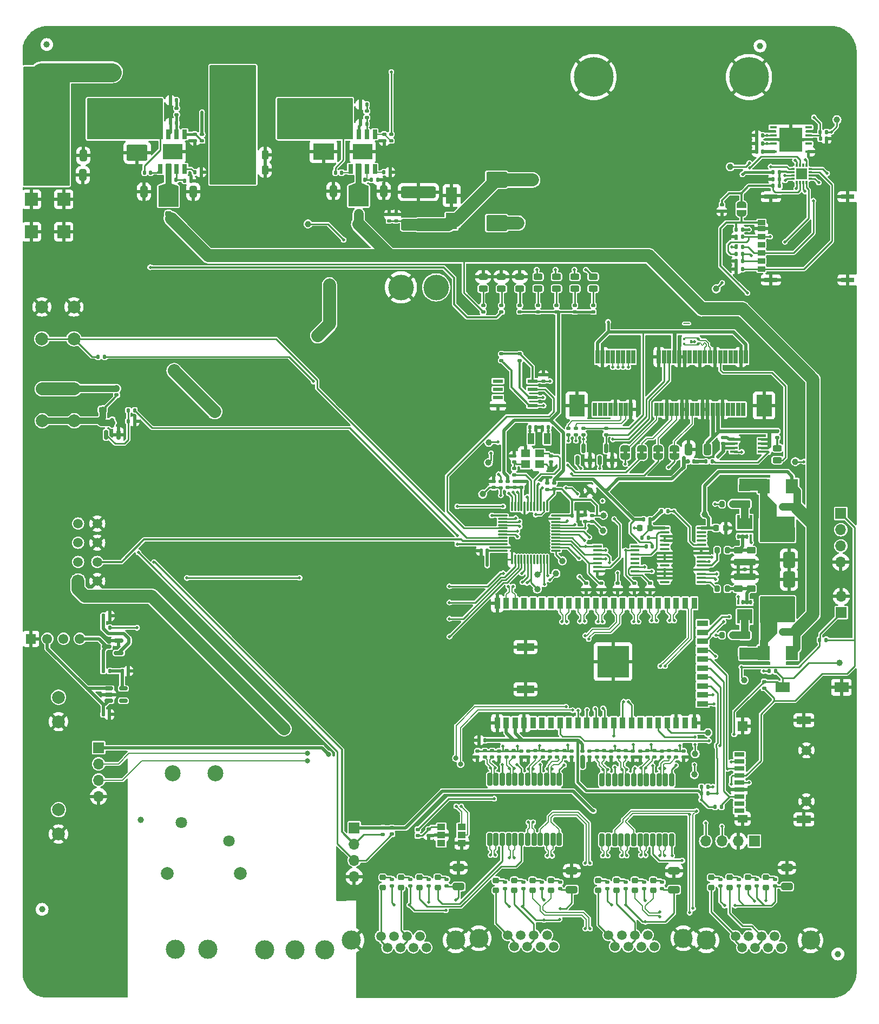
<source format=gtl>
G04 #@! TF.GenerationSoftware,KiCad,Pcbnew,7.0.6-0*
G04 #@! TF.CreationDate,2023-12-12T12:04:17-03:00*
G04 #@! TF.ProjectId,nervosinho_rev2.4,6e657276-6f73-4696-9e68-6f5f72657632,rev?*
G04 #@! TF.SameCoordinates,Original*
G04 #@! TF.FileFunction,Copper,L1,Top*
G04 #@! TF.FilePolarity,Positive*
%FSLAX46Y46*%
G04 Gerber Fmt 4.6, Leading zero omitted, Abs format (unit mm)*
G04 Created by KiCad (PCBNEW 7.0.6-0) date 2023-12-12 12:04:17*
%MOMM*%
%LPD*%
G01*
G04 APERTURE LIST*
G04 Aperture macros list*
%AMRoundRect*
0 Rectangle with rounded corners*
0 $1 Rounding radius*
0 $2 $3 $4 $5 $6 $7 $8 $9 X,Y pos of 4 corners*
0 Add a 4 corners polygon primitive as box body*
4,1,4,$2,$3,$4,$5,$6,$7,$8,$9,$2,$3,0*
0 Add four circle primitives for the rounded corners*
1,1,$1+$1,$2,$3*
1,1,$1+$1,$4,$5*
1,1,$1+$1,$6,$7*
1,1,$1+$1,$8,$9*
0 Add four rect primitives between the rounded corners*
20,1,$1+$1,$2,$3,$4,$5,0*
20,1,$1+$1,$4,$5,$6,$7,0*
20,1,$1+$1,$6,$7,$8,$9,0*
20,1,$1+$1,$8,$9,$2,$3,0*%
%AMFreePoly0*
4,1,19,0.500000,-0.750000,0.000000,-0.750000,0.000000,-0.744911,-0.071157,-0.744911,-0.207708,-0.704816,-0.327430,-0.627875,-0.420627,-0.520320,-0.479746,-0.390866,-0.500000,-0.250000,-0.500000,0.250000,-0.479746,0.390866,-0.420627,0.520320,-0.327430,0.627875,-0.207708,0.704816,-0.071157,0.744911,0.000000,0.744911,0.000000,0.750000,0.500000,0.750000,0.500000,-0.750000,0.500000,-0.750000,
$1*%
%AMFreePoly1*
4,1,19,0.000000,0.744911,0.071157,0.744911,0.207708,0.704816,0.327430,0.627875,0.420627,0.520320,0.479746,0.390866,0.500000,0.250000,0.500000,-0.250000,0.479746,-0.390866,0.420627,-0.520320,0.327430,-0.627875,0.207708,-0.704816,0.071157,-0.744911,0.000000,-0.744911,0.000000,-0.750000,-0.500000,-0.750000,-0.500000,0.750000,0.000000,0.750000,0.000000,0.744911,0.000000,0.744911,
$1*%
%AMFreePoly2*
4,1,17,1.395000,0.765000,0.855000,0.765000,0.855000,0.535000,1.395000,0.535000,1.395000,0.115000,0.855000,0.115000,0.855000,-0.115000,1.395000,-0.115000,1.395000,-0.535000,0.855000,-0.535000,0.855000,-0.765000,1.395000,-0.765000,1.395000,-1.185000,-0.855000,-1.185000,-0.855000,1.185000,1.395000,1.185000,1.395000,0.765000,1.395000,0.765000,$1*%
G04 Aperture macros list end*
G04 #@! TA.AperFunction,SMDPad,CuDef*
%ADD10R,0.660400X2.108200*%
G04 #@! TD*
G04 #@! TA.AperFunction,SMDPad,CuDef*
%ADD11R,2.438400X3.352800*%
G04 #@! TD*
G04 #@! TA.AperFunction,ComponentPad*
%ADD12C,6.200000*%
G04 #@! TD*
G04 #@! TA.AperFunction,SMDPad,CuDef*
%ADD13RoundRect,0.225000X0.250000X-0.225000X0.250000X0.225000X-0.250000X0.225000X-0.250000X-0.225000X0*%
G04 #@! TD*
G04 #@! TA.AperFunction,SMDPad,CuDef*
%ADD14R,1.000000X1.800000*%
G04 #@! TD*
G04 #@! TA.AperFunction,SMDPad,CuDef*
%ADD15R,1.270000X1.000000*%
G04 #@! TD*
G04 #@! TA.AperFunction,SMDPad,CuDef*
%ADD16RoundRect,0.135000X0.185000X-0.135000X0.185000X0.135000X-0.185000X0.135000X-0.185000X-0.135000X0*%
G04 #@! TD*
G04 #@! TA.AperFunction,SMDPad,CuDef*
%ADD17RoundRect,0.140000X-0.140000X-0.170000X0.140000X-0.170000X0.140000X0.170000X-0.140000X0.170000X0*%
G04 #@! TD*
G04 #@! TA.AperFunction,SMDPad,CuDef*
%ADD18RoundRect,0.135000X-0.185000X0.135000X-0.185000X-0.135000X0.185000X-0.135000X0.185000X0.135000X0*%
G04 #@! TD*
G04 #@! TA.AperFunction,SMDPad,CuDef*
%ADD19RoundRect,0.140000X0.170000X-0.140000X0.170000X0.140000X-0.170000X0.140000X-0.170000X-0.140000X0*%
G04 #@! TD*
G04 #@! TA.AperFunction,SMDPad,CuDef*
%ADD20RoundRect,0.140000X0.140000X0.170000X-0.140000X0.170000X-0.140000X-0.170000X0.140000X-0.170000X0*%
G04 #@! TD*
G04 #@! TA.AperFunction,SMDPad,CuDef*
%ADD21RoundRect,0.135000X0.135000X0.185000X-0.135000X0.185000X-0.135000X-0.185000X0.135000X-0.185000X0*%
G04 #@! TD*
G04 #@! TA.AperFunction,ComponentPad*
%ADD22C,2.000000*%
G04 #@! TD*
G04 #@! TA.AperFunction,ComponentPad*
%ADD23R,1.700000X1.700000*%
G04 #@! TD*
G04 #@! TA.AperFunction,ComponentPad*
%ADD24O,1.700000X1.700000*%
G04 #@! TD*
G04 #@! TA.AperFunction,SMDPad,CuDef*
%ADD25RoundRect,0.140000X-0.170000X0.140000X-0.170000X-0.140000X0.170000X-0.140000X0.170000X0.140000X0*%
G04 #@! TD*
G04 #@! TA.AperFunction,SMDPad,CuDef*
%ADD26FreePoly0,90.000000*%
G04 #@! TD*
G04 #@! TA.AperFunction,SMDPad,CuDef*
%ADD27FreePoly1,90.000000*%
G04 #@! TD*
G04 #@! TA.AperFunction,SMDPad,CuDef*
%ADD28C,1.000000*%
G04 #@! TD*
G04 #@! TA.AperFunction,SMDPad,CuDef*
%ADD29RoundRect,0.135000X-0.135000X-0.185000X0.135000X-0.185000X0.135000X0.185000X-0.135000X0.185000X0*%
G04 #@! TD*
G04 #@! TA.AperFunction,SMDPad,CuDef*
%ADD30RoundRect,0.100000X-0.637500X-0.100000X0.637500X-0.100000X0.637500X0.100000X-0.637500X0.100000X0*%
G04 #@! TD*
G04 #@! TA.AperFunction,SMDPad,CuDef*
%ADD31RoundRect,0.243750X0.456250X-0.243750X0.456250X0.243750X-0.456250X0.243750X-0.456250X-0.243750X0*%
G04 #@! TD*
G04 #@! TA.AperFunction,SMDPad,CuDef*
%ADD32RoundRect,0.250000X-0.325000X-0.650000X0.325000X-0.650000X0.325000X0.650000X-0.325000X0.650000X0*%
G04 #@! TD*
G04 #@! TA.AperFunction,SMDPad,CuDef*
%ADD33RoundRect,0.147500X0.172500X-0.147500X0.172500X0.147500X-0.172500X0.147500X-0.172500X-0.147500X0*%
G04 #@! TD*
G04 #@! TA.AperFunction,SMDPad,CuDef*
%ADD34R,0.650000X1.525000*%
G04 #@! TD*
G04 #@! TA.AperFunction,SMDPad,CuDef*
%ADD35R,3.100000X2.400000*%
G04 #@! TD*
G04 #@! TA.AperFunction,SMDPad,CuDef*
%ADD36R,0.450000X0.400000*%
G04 #@! TD*
G04 #@! TA.AperFunction,SMDPad,CuDef*
%ADD37R,0.450000X0.500000*%
G04 #@! TD*
G04 #@! TA.AperFunction,ComponentPad*
%ADD38C,2.500000*%
G04 #@! TD*
G04 #@! TA.AperFunction,ComponentPad*
%ADD39C,4.000000*%
G04 #@! TD*
G04 #@! TA.AperFunction,SMDPad,CuDef*
%ADD40RoundRect,0.195000X-0.195000X0.805000X-0.195000X-0.805000X0.195000X-0.805000X0.195000X0.805000X0*%
G04 #@! TD*
G04 #@! TA.AperFunction,SMDPad,CuDef*
%ADD41RoundRect,0.147500X-0.147500X-0.172500X0.147500X-0.172500X0.147500X0.172500X-0.147500X0.172500X0*%
G04 #@! TD*
G04 #@! TA.AperFunction,SMDPad,CuDef*
%ADD42R,1.800000X2.500000*%
G04 #@! TD*
G04 #@! TA.AperFunction,SMDPad,CuDef*
%ADD43R,0.300000X0.570000*%
G04 #@! TD*
G04 #@! TA.AperFunction,SMDPad,CuDef*
%ADD44R,0.570000X0.300000*%
G04 #@! TD*
G04 #@! TA.AperFunction,SMDPad,CuDef*
%ADD45R,1.750000X1.750000*%
G04 #@! TD*
G04 #@! TA.AperFunction,SMDPad,CuDef*
%ADD46RoundRect,0.218750X0.256250X-0.218750X0.256250X0.218750X-0.256250X0.218750X-0.256250X-0.218750X0*%
G04 #@! TD*
G04 #@! TA.AperFunction,SMDPad,CuDef*
%ADD47R,1.879600X2.260600*%
G04 #@! TD*
G04 #@! TA.AperFunction,SMDPad,CuDef*
%ADD48RoundRect,0.225000X-0.375000X0.225000X-0.375000X-0.225000X0.375000X-0.225000X0.375000X0.225000X0*%
G04 #@! TD*
G04 #@! TA.AperFunction,ComponentPad*
%ADD49C,1.500000*%
G04 #@! TD*
G04 #@! TA.AperFunction,ComponentPad*
%ADD50C,3.000000*%
G04 #@! TD*
G04 #@! TA.AperFunction,SMDPad,CuDef*
%ADD51R,1.600000X0.600000*%
G04 #@! TD*
G04 #@! TA.AperFunction,SMDPad,CuDef*
%ADD52R,1.550000X0.600000*%
G04 #@! TD*
G04 #@! TA.AperFunction,SMDPad,CuDef*
%ADD53RoundRect,0.200000X-0.200000X-0.275000X0.200000X-0.275000X0.200000X0.275000X-0.200000X0.275000X0*%
G04 #@! TD*
G04 #@! TA.AperFunction,SMDPad,CuDef*
%ADD54RoundRect,0.225000X0.225000X0.250000X-0.225000X0.250000X-0.225000X-0.250000X0.225000X-0.250000X0*%
G04 #@! TD*
G04 #@! TA.AperFunction,SMDPad,CuDef*
%ADD55RoundRect,0.250000X-0.450000X0.262500X-0.450000X-0.262500X0.450000X-0.262500X0.450000X0.262500X0*%
G04 #@! TD*
G04 #@! TA.AperFunction,SMDPad,CuDef*
%ADD56R,3.500000X4.000000*%
G04 #@! TD*
G04 #@! TA.AperFunction,SMDPad,CuDef*
%ADD57R,0.420000X0.700000*%
G04 #@! TD*
G04 #@! TA.AperFunction,SMDPad,CuDef*
%ADD58FreePoly2,90.000000*%
G04 #@! TD*
G04 #@! TA.AperFunction,SMDPad,CuDef*
%ADD59RoundRect,0.243750X-0.456250X0.243750X-0.456250X-0.243750X0.456250X-0.243750X0.456250X0.243750X0*%
G04 #@! TD*
G04 #@! TA.AperFunction,SMDPad,CuDef*
%ADD60RoundRect,0.250000X-0.650000X0.325000X-0.650000X-0.325000X0.650000X-0.325000X0.650000X0.325000X0*%
G04 #@! TD*
G04 #@! TA.AperFunction,SMDPad,CuDef*
%ADD61R,1.600200X0.711200*%
G04 #@! TD*
G04 #@! TA.AperFunction,ComponentPad*
%ADD62C,1.498600*%
G04 #@! TD*
G04 #@! TA.AperFunction,SMDPad,CuDef*
%ADD63R,1.498600X1.193800*%
G04 #@! TD*
G04 #@! TA.AperFunction,SMDPad,CuDef*
%ADD64R,2.209800X1.193800*%
G04 #@! TD*
G04 #@! TA.AperFunction,SMDPad,CuDef*
%ADD65R,1.498600X1.600200*%
G04 #@! TD*
G04 #@! TA.AperFunction,SMDPad,CuDef*
%ADD66RoundRect,0.250000X0.625000X-0.375000X0.625000X0.375000X-0.625000X0.375000X-0.625000X-0.375000X0*%
G04 #@! TD*
G04 #@! TA.AperFunction,SMDPad,CuDef*
%ADD67RoundRect,0.250000X0.325000X0.650000X-0.325000X0.650000X-0.325000X-0.650000X0.325000X-0.650000X0*%
G04 #@! TD*
G04 #@! TA.AperFunction,SMDPad,CuDef*
%ADD68R,3.300000X2.500000*%
G04 #@! TD*
G04 #@! TA.AperFunction,SMDPad,CuDef*
%ADD69RoundRect,0.075000X-0.075000X0.662500X-0.075000X-0.662500X0.075000X-0.662500X0.075000X0.662500X0*%
G04 #@! TD*
G04 #@! TA.AperFunction,SMDPad,CuDef*
%ADD70RoundRect,0.075000X-0.662500X0.075000X-0.662500X-0.075000X0.662500X-0.075000X0.662500X0.075000X0*%
G04 #@! TD*
G04 #@! TA.AperFunction,SMDPad,CuDef*
%ADD71RoundRect,0.150000X0.587500X0.150000X-0.587500X0.150000X-0.587500X-0.150000X0.587500X-0.150000X0*%
G04 #@! TD*
G04 #@! TA.AperFunction,ComponentPad*
%ADD72R,2.000000X2.000000*%
G04 #@! TD*
G04 #@! TA.AperFunction,SMDPad,CuDef*
%ADD73RoundRect,0.250000X0.650000X-1.000000X0.650000X1.000000X-0.650000X1.000000X-0.650000X-1.000000X0*%
G04 #@! TD*
G04 #@! TA.AperFunction,SMDPad,CuDef*
%ADD74R,1.150000X0.350000*%
G04 #@! TD*
G04 #@! TA.AperFunction,SMDPad,CuDef*
%ADD75RoundRect,0.250000X0.250000X0.475000X-0.250000X0.475000X-0.250000X-0.475000X0.250000X-0.475000X0*%
G04 #@! TD*
G04 #@! TA.AperFunction,SMDPad,CuDef*
%ADD76RoundRect,0.250000X1.400000X1.000000X-1.400000X1.000000X-1.400000X-1.000000X1.400000X-1.000000X0*%
G04 #@! TD*
G04 #@! TA.AperFunction,SMDPad,CuDef*
%ADD77RoundRect,0.225000X-0.225000X-0.250000X0.225000X-0.250000X0.225000X0.250000X-0.225000X0.250000X0*%
G04 #@! TD*
G04 #@! TA.AperFunction,SMDPad,CuDef*
%ADD78RoundRect,0.150000X0.150000X-0.587500X0.150000X0.587500X-0.150000X0.587500X-0.150000X-0.587500X0*%
G04 #@! TD*
G04 #@! TA.AperFunction,SMDPad,CuDef*
%ADD79RoundRect,0.150000X-0.512500X-0.150000X0.512500X-0.150000X0.512500X0.150000X-0.512500X0.150000X0*%
G04 #@! TD*
G04 #@! TA.AperFunction,SMDPad,CuDef*
%ADD80RoundRect,0.250000X-1.400000X-1.000000X1.400000X-1.000000X1.400000X1.000000X-1.400000X1.000000X0*%
G04 #@! TD*
G04 #@! TA.AperFunction,SMDPad,CuDef*
%ADD81R,1.400000X1.200000*%
G04 #@! TD*
G04 #@! TA.AperFunction,ComponentPad*
%ADD82R,1.520000X1.520000*%
G04 #@! TD*
G04 #@! TA.AperFunction,ComponentPad*
%ADD83C,1.520000*%
G04 #@! TD*
G04 #@! TA.AperFunction,SMDPad,CuDef*
%ADD84R,1.143000X0.812800*%
G04 #@! TD*
G04 #@! TA.AperFunction,SMDPad,CuDef*
%ADD85R,2.108200X0.711200*%
G04 #@! TD*
G04 #@! TA.AperFunction,SMDPad,CuDef*
%ADD86RoundRect,0.147500X-0.172500X0.147500X-0.172500X-0.147500X0.172500X-0.147500X0.172500X0.147500X0*%
G04 #@! TD*
G04 #@! TA.AperFunction,SMDPad,CuDef*
%ADD87R,2.180000X1.600000*%
G04 #@! TD*
G04 #@! TA.AperFunction,ComponentPad*
%ADD88C,1.800000*%
G04 #@! TD*
G04 #@! TA.AperFunction,SMDPad,CuDef*
%ADD89R,1.409700X0.355600*%
G04 #@! TD*
G04 #@! TA.AperFunction,SMDPad,CuDef*
%ADD90RoundRect,0.250000X2.450000X-0.650000X2.450000X0.650000X-2.450000X0.650000X-2.450000X-0.650000X0*%
G04 #@! TD*
G04 #@! TA.AperFunction,ComponentPad*
%ADD91R,1.530000X1.530000*%
G04 #@! TD*
G04 #@! TA.AperFunction,ComponentPad*
%ADD92C,1.550000*%
G04 #@! TD*
G04 #@! TA.AperFunction,SMDPad,CuDef*
%ADD93R,0.900000X1.800000*%
G04 #@! TD*
G04 #@! TA.AperFunction,SMDPad,CuDef*
%ADD94R,1.800000X0.900000*%
G04 #@! TD*
G04 #@! TA.AperFunction,SMDPad,CuDef*
%ADD95R,5.000000X5.000000*%
G04 #@! TD*
G04 #@! TA.AperFunction,SMDPad,CuDef*
%ADD96R,2.700000X1.200000*%
G04 #@! TD*
G04 #@! TA.AperFunction,SMDPad,CuDef*
%ADD97R,1.112398X0.457200*%
G04 #@! TD*
G04 #@! TA.AperFunction,SMDPad,CuDef*
%ADD98R,3.606800X3.708400*%
G04 #@! TD*
G04 #@! TA.AperFunction,SMDPad,CuDef*
%ADD99RoundRect,0.250000X-0.650000X1.000000X-0.650000X-1.000000X0.650000X-1.000000X0.650000X1.000000X0*%
G04 #@! TD*
G04 #@! TA.AperFunction,SMDPad,CuDef*
%ADD100FreePoly2,270.000000*%
G04 #@! TD*
G04 #@! TA.AperFunction,SMDPad,CuDef*
%ADD101RoundRect,0.250000X-0.625000X0.375000X-0.625000X-0.375000X0.625000X-0.375000X0.625000X0.375000X0*%
G04 #@! TD*
G04 #@! TA.AperFunction,ViaPad*
%ADD102C,0.600000*%
G04 #@! TD*
G04 #@! TA.AperFunction,ViaPad*
%ADD103C,0.500000*%
G04 #@! TD*
G04 #@! TA.AperFunction,ViaPad*
%ADD104C,0.800000*%
G04 #@! TD*
G04 #@! TA.AperFunction,Conductor*
%ADD105C,0.250000*%
G04 #@! TD*
G04 #@! TA.AperFunction,Conductor*
%ADD106C,1.000000*%
G04 #@! TD*
G04 #@! TA.AperFunction,Conductor*
%ADD107C,0.300000*%
G04 #@! TD*
G04 #@! TA.AperFunction,Conductor*
%ADD108C,0.400000*%
G04 #@! TD*
G04 #@! TA.AperFunction,Conductor*
%ADD109C,0.500000*%
G04 #@! TD*
G04 #@! TA.AperFunction,Conductor*
%ADD110C,0.200000*%
G04 #@! TD*
G04 #@! TA.AperFunction,Conductor*
%ADD111C,0.600000*%
G04 #@! TD*
G04 #@! TA.AperFunction,Conductor*
%ADD112C,0.800000*%
G04 #@! TD*
G04 #@! TA.AperFunction,Conductor*
%ADD113C,0.550000*%
G04 #@! TD*
G04 #@! TA.AperFunction,Conductor*
%ADD114C,2.000000*%
G04 #@! TD*
G04 #@! TA.AperFunction,Conductor*
%ADD115C,1.200000*%
G04 #@! TD*
G04 #@! TA.AperFunction,Conductor*
%ADD116C,0.150000*%
G04 #@! TD*
G04 #@! TA.AperFunction,Conductor*
%ADD117C,1.500000*%
G04 #@! TD*
G04 #@! TA.AperFunction,Conductor*
%ADD118C,3.000000*%
G04 #@! TD*
G04 APERTURE END LIST*
G04 #@! TA.AperFunction,EtchedComponent*
G36*
X94635373Y-66921396D02*
G01*
X94035373Y-66921396D01*
X94035373Y-66421396D01*
X94635373Y-66421396D01*
X94635373Y-66921396D01*
G37*
G04 #@! TD.AperFunction*
G04 #@! TA.AperFunction,EtchedComponent*
G36*
X99766173Y-66921396D02*
G01*
X99166173Y-66921396D01*
X99166173Y-66421396D01*
X99766173Y-66421396D01*
X99766173Y-66921396D01*
G37*
G04 #@! TD.AperFunction*
G04 #@! TA.AperFunction,EtchedComponent*
G36*
X102331573Y-66921396D02*
G01*
X101731573Y-66921396D01*
X101731573Y-66421396D01*
X102331573Y-66421396D01*
X102331573Y-66921396D01*
G37*
G04 #@! TD.AperFunction*
G04 #@! TA.AperFunction,EtchedComponent*
G36*
X97200773Y-66921396D02*
G01*
X96600773Y-66921396D01*
X96600773Y-66421396D01*
X97200773Y-66421396D01*
X97200773Y-66921396D01*
G37*
G04 #@! TD.AperFunction*
D10*
X89598998Y-59942001D03*
X89999000Y-51742000D03*
X90398999Y-59942001D03*
X90798998Y-51742000D03*
X91199000Y-59942001D03*
X91598999Y-51742000D03*
X91998998Y-59942001D03*
X92398998Y-51742000D03*
X92798999Y-59942001D03*
X93198998Y-51742000D03*
X93598998Y-59942001D03*
X93998999Y-51742000D03*
X94398999Y-59942001D03*
X94798998Y-51742000D03*
X95198997Y-59942001D03*
X95598999Y-51742000D03*
X99198998Y-59942001D03*
X99598997Y-51742000D03*
X99998999Y-59942001D03*
X100398998Y-51742000D03*
X100798997Y-59942001D03*
X101198999Y-51742000D03*
X101598998Y-59942001D03*
X101998997Y-51742000D03*
X102398997Y-59942001D03*
X102798998Y-51742000D03*
X103198998Y-59942001D03*
X103598997Y-51742000D03*
X103998999Y-59942001D03*
X104398998Y-51742000D03*
X104798997Y-59942001D03*
X105198999Y-51742000D03*
X105598998Y-59942001D03*
X105998997Y-51742000D03*
X106398996Y-59942001D03*
X106798998Y-51742000D03*
X107198997Y-59942001D03*
X107598996Y-51742000D03*
X107998998Y-59942001D03*
X108398997Y-51742000D03*
X108798997Y-59942001D03*
X109198996Y-51742000D03*
X109598998Y-59942001D03*
X109998997Y-51742000D03*
X110398996Y-59942001D03*
X110798998Y-51742000D03*
X111198997Y-59942001D03*
X111598996Y-51742000D03*
X111998998Y-59942001D03*
X112398997Y-51742000D03*
X112798996Y-59942001D03*
X113198995Y-51742000D03*
D11*
X86749002Y-59319701D03*
X116048994Y-59319701D03*
D12*
X113689150Y-7973601D03*
X89381350Y-7973601D03*
D13*
X79835716Y-135163813D03*
X79835716Y-133613813D03*
D14*
X79601980Y-64481773D03*
X82101980Y-64481773D03*
D15*
X68754000Y-127769000D03*
X68754000Y-126499000D03*
X68754000Y-125229000D03*
X65554000Y-125229000D03*
X65554000Y-126499000D03*
X65554000Y-127769000D03*
D16*
X28123573Y-17936573D03*
X28123573Y-16916573D03*
D17*
X124848702Y-17642593D03*
X125808702Y-17642593D03*
D18*
X75551074Y-133878813D03*
X75551074Y-134898813D03*
D19*
X77011980Y-72165441D03*
X77011980Y-71205441D03*
D20*
X24163573Y-15155573D03*
X23203573Y-15155573D03*
D13*
X113495716Y-134676773D03*
X113495716Y-133126773D03*
D21*
X109395000Y-122082000D03*
X108375000Y-122082000D03*
X100980000Y-75836000D03*
X99960000Y-75836000D03*
D16*
X74967921Y-44675573D03*
X74967921Y-43655573D03*
D17*
X79381980Y-62751773D03*
X80341980Y-62751773D03*
D22*
X5682000Y-104946000D03*
X5682000Y-108756000D03*
D20*
X49958573Y-22906773D03*
X48998573Y-22906773D03*
D18*
X81263930Y-133878813D03*
X81263930Y-134898813D03*
D23*
X114534000Y-127435000D03*
D24*
X111994000Y-127435000D03*
X109454000Y-127435000D03*
X106914000Y-127435000D03*
D25*
X109642821Y-64319872D03*
X109642821Y-65279872D03*
D26*
X94335373Y-67321396D03*
D27*
X94335373Y-66021396D03*
D28*
X108558573Y-41096773D03*
D29*
X25411573Y-24211973D03*
X26431573Y-24211973D03*
D30*
X100505491Y-78494273D03*
X100505491Y-79144273D03*
X100505491Y-79794273D03*
X100505491Y-80444273D03*
X100505491Y-81094273D03*
X100505491Y-81744273D03*
X100505491Y-82394273D03*
X100505491Y-83044273D03*
X100505491Y-83694273D03*
X100505491Y-84344273D03*
X100505491Y-84994273D03*
X100505491Y-85644273D03*
X100505491Y-86294273D03*
X100505491Y-86944273D03*
X106230491Y-86944273D03*
X106230491Y-86294273D03*
X106230491Y-85644273D03*
X106230491Y-84994273D03*
X106230491Y-84344273D03*
X106230491Y-83694273D03*
X106230491Y-83044273D03*
X106230491Y-82394273D03*
X106230491Y-81744273D03*
X106230491Y-81094273D03*
X106230491Y-80444273D03*
X106230491Y-79794273D03*
X106230491Y-79144273D03*
X106230491Y-78494273D03*
D28*
X3107000Y-138107000D03*
D31*
X118101021Y-67870972D03*
X118101021Y-65995972D03*
D20*
X82321980Y-62751773D03*
X81361980Y-62751773D03*
D32*
X6541573Y-23307973D03*
X9491573Y-23307973D03*
D18*
X78407502Y-133878813D03*
X78407502Y-134898813D03*
D28*
X121201173Y-75394273D03*
D22*
X34078573Y-132496773D03*
X22678573Y-132496773D03*
D32*
X48665573Y-25807573D03*
X51615573Y-25807573D03*
D33*
X61873000Y-126599000D03*
X61873000Y-125629000D03*
D25*
X103445051Y-113330057D03*
X103445051Y-114290057D03*
D34*
X21628573Y-22354973D03*
X22898573Y-22354973D03*
X24168573Y-22354973D03*
X25438573Y-22354973D03*
X25438573Y-16930973D03*
X24168573Y-16930973D03*
X22898573Y-16930973D03*
X21628573Y-16930973D03*
D35*
X23533573Y-19642973D03*
D18*
X63553930Y-133391773D03*
X63553930Y-134411773D03*
D29*
X111671279Y-35647593D03*
X112691279Y-35647593D03*
D16*
X91020435Y-114320057D03*
X91020435Y-113300057D03*
D13*
X92976787Y-135163813D03*
X92976787Y-133613813D03*
D26*
X99466173Y-67321396D03*
D27*
X99466173Y-66021396D03*
D17*
X86032804Y-76531773D03*
X86992804Y-76531773D03*
D19*
X81518573Y-55516773D03*
X81518573Y-54556773D03*
D36*
X103516998Y-48929419D03*
X103516998Y-49729419D03*
D37*
X104666998Y-49329419D03*
D28*
X84494000Y-83623000D03*
D38*
X23495964Y-116861773D03*
X30245964Y-116861773D03*
D39*
X59245964Y-40861773D03*
X64745964Y-40861773D03*
D40*
X101598573Y-117850183D03*
X100608573Y-117850183D03*
X99618573Y-117850183D03*
X98628573Y-117850183D03*
X97638573Y-117850183D03*
X96648573Y-117850183D03*
X95658573Y-117850183D03*
X94668573Y-117850183D03*
X93678573Y-117850183D03*
X92688573Y-117850183D03*
X91698573Y-117850183D03*
X90708573Y-117850183D03*
X90708573Y-127250183D03*
X91698573Y-127250183D03*
X92688573Y-127250183D03*
X93678573Y-127250183D03*
X94668573Y-127250183D03*
X95658573Y-127250183D03*
X96648573Y-127250183D03*
X97638573Y-127250183D03*
X98628573Y-127250183D03*
X99618573Y-127250183D03*
X100608573Y-127250183D03*
X101598573Y-127250183D03*
D41*
X97618573Y-81346773D03*
X98588573Y-81346773D03*
D42*
X67178573Y-30511773D03*
X67178573Y-26511773D03*
D18*
X116068000Y-102496000D03*
X116068000Y-103516000D03*
D43*
X121154464Y-24472593D03*
X121654464Y-24472593D03*
X122154464Y-24472593D03*
X122654464Y-24472593D03*
D44*
X123269464Y-23857593D03*
X123269464Y-23357593D03*
X123269464Y-22857593D03*
X123269464Y-22357593D03*
D43*
X122654464Y-21742593D03*
X122154464Y-21742593D03*
X121654464Y-21742593D03*
X121154464Y-21742593D03*
D44*
X120539464Y-22357593D03*
X120539464Y-22857593D03*
X120539464Y-23357593D03*
X120539464Y-23857593D03*
D45*
X121904464Y-23107593D03*
D16*
X72366265Y-114320057D03*
X72366265Y-113300057D03*
X88083573Y-77506773D03*
X88083573Y-76486773D03*
D13*
X107782860Y-134676773D03*
X107782860Y-133126773D03*
D17*
X15625000Y-100861000D03*
X16585000Y-100861000D03*
D46*
X52635973Y-29345073D03*
X52635973Y-27770073D03*
D28*
X90933573Y-76496773D03*
D25*
X63606000Y-125593000D03*
X63606000Y-126553000D03*
D41*
X97223573Y-77161773D03*
X98193573Y-77161773D03*
X104106473Y-68095796D03*
X105076473Y-68095796D03*
D16*
X80712031Y-44672711D03*
X80712031Y-43652711D03*
D23*
X128050000Y-76210000D03*
D24*
X128050000Y-78750000D03*
X128050000Y-81290000D03*
X128050000Y-83830000D03*
D19*
X73783573Y-72156773D03*
X73783573Y-71196773D03*
D47*
X120428373Y-98011773D03*
X116008773Y-98011773D03*
D46*
X22888573Y-29368073D03*
X22888573Y-27793073D03*
D16*
X24164573Y-13863573D03*
X24164573Y-12843573D03*
D19*
X82101980Y-72450350D03*
X82101980Y-71490350D03*
D48*
X12604573Y-56692573D03*
X12604573Y-59992573D03*
D28*
X127600000Y-145100000D03*
D18*
X90592000Y-87096000D03*
X90592000Y-88116000D03*
D21*
X107240181Y-118926773D03*
X106220181Y-118926773D03*
D49*
X118738573Y-144086773D03*
X117718573Y-142306773D03*
X116698573Y-144086773D03*
X115678573Y-142306773D03*
X114658573Y-144086773D03*
X113638573Y-142306773D03*
X112618573Y-144086773D03*
X111598573Y-142306773D03*
D50*
X107018573Y-142936773D03*
X123318573Y-142936773D03*
D28*
X44699000Y-30947000D03*
X83495000Y-85595000D03*
X80636000Y-85787000D03*
D23*
X11955000Y-112826000D03*
D24*
X11955000Y-115366000D03*
X11955000Y-117906000D03*
X11955000Y-120446000D03*
D18*
X94413511Y-113300057D03*
X94413511Y-114320057D03*
D16*
X81407801Y-114320057D03*
X81407801Y-113300057D03*
D19*
X58463573Y-30441773D03*
X58463573Y-29481773D03*
D18*
X101179663Y-113300057D03*
X101179663Y-114320057D03*
D51*
X74418573Y-55511773D03*
D52*
X74418573Y-56781773D03*
X74418573Y-58051773D03*
X74418573Y-59321773D03*
X79818573Y-59321773D03*
X79818573Y-58051773D03*
X79818573Y-56781773D03*
X79818573Y-55511773D03*
D20*
X112661279Y-38017593D03*
X111701279Y-38017593D03*
D18*
X74863573Y-71166773D03*
X74863573Y-72186773D03*
X57841074Y-125341000D03*
X57841074Y-126361000D03*
D49*
X63238573Y-144086773D03*
X62218573Y-142306773D03*
X61198573Y-144086773D03*
X60178573Y-142306773D03*
X59158573Y-144086773D03*
X58138573Y-142306773D03*
X57118573Y-144086773D03*
X56098573Y-142306773D03*
D50*
X51518573Y-142936773D03*
X67818573Y-142936773D03*
D13*
X110639288Y-134676773D03*
X110639288Y-133126773D03*
D53*
X109476173Y-74726773D03*
X111126173Y-74726773D03*
D18*
X102317355Y-113300057D03*
X102317355Y-114320057D03*
D20*
X72728573Y-82031773D03*
X71768573Y-82031773D03*
D19*
X100051971Y-114290057D03*
X100051971Y-113330057D03*
D54*
X118993573Y-94734273D03*
X117443573Y-94734273D03*
D18*
X76897033Y-113300057D03*
X76897033Y-114320057D03*
D55*
X112032373Y-81989273D03*
X112032373Y-83814273D03*
D28*
X107263573Y-110486773D03*
D16*
X97786587Y-114320057D03*
X97786587Y-113300057D03*
D56*
X12435573Y-13614973D03*
X2935573Y-13614973D03*
D25*
X82738707Y-67191773D03*
X82738707Y-68151773D03*
D29*
X117444578Y-25002593D03*
X118464578Y-25002593D03*
D32*
X19053573Y-25896573D03*
X22003573Y-25896573D03*
D28*
X110768573Y-22006773D03*
D41*
X117469578Y-22857593D03*
X118439578Y-22857593D03*
D57*
X112043573Y-79800393D03*
X112693573Y-79800393D03*
X113343573Y-79800393D03*
X113993573Y-79800393D03*
D58*
X113018573Y-77845393D03*
D20*
X115845780Y-18372593D03*
X114885780Y-18372593D03*
D16*
X77839976Y-44681773D03*
X77839976Y-43661773D03*
D18*
X93275819Y-113300057D03*
X93275819Y-114320057D03*
D21*
X107240181Y-119986773D03*
X106220181Y-119986773D03*
D59*
X80712031Y-39195073D03*
X80712031Y-41070073D03*
D17*
X52931173Y-15344373D03*
X53891173Y-15344373D03*
D29*
X12675000Y-100861000D03*
X13695000Y-100861000D03*
D16*
X85445373Y-63884554D03*
X85445373Y-62864554D03*
D19*
X78024725Y-114290057D03*
X78024725Y-113330057D03*
D60*
X119628573Y-131606773D03*
X119628573Y-134556773D03*
D13*
X56412860Y-134676773D03*
X56412860Y-133126773D03*
D33*
X83191980Y-72425350D03*
X83191980Y-71455350D03*
D18*
X112067502Y-133391773D03*
X112067502Y-134411773D03*
D61*
X112172619Y-113913296D03*
X112172619Y-115013296D03*
X112172619Y-116113297D03*
X112172619Y-117213297D03*
X112172619Y-118313297D03*
X112172619Y-119413295D03*
X112172619Y-120513295D03*
X112172619Y-121613296D03*
X112172619Y-122713296D03*
D62*
X122672619Y-121240296D03*
X122672619Y-113240296D03*
D63*
X112678619Y-123910296D03*
D64*
X122272619Y-124040296D03*
D65*
X112673619Y-109440296D03*
D64*
X122272619Y-108540296D03*
D13*
X59269288Y-134676773D03*
X59269288Y-133126773D03*
D55*
X112032373Y-86143394D03*
X112032373Y-87968394D03*
D66*
X113018573Y-74725393D03*
X113018573Y-71925393D03*
D59*
X72095866Y-39204135D03*
X72095866Y-41079135D03*
D18*
X26987573Y-16909573D03*
X26987573Y-17929573D03*
D67*
X9543573Y-20273973D03*
X6593573Y-20273973D03*
D28*
X31603573Y-22490173D03*
D32*
X23810573Y-25896573D03*
X26760573Y-25896573D03*
D60*
X101966072Y-132093813D03*
X101966072Y-135043813D03*
D21*
X17597000Y-61785000D03*
X16577000Y-61785000D03*
D68*
X47127373Y-19632573D03*
X47137373Y-12732573D03*
D29*
X111671279Y-31797593D03*
X112691279Y-31797593D03*
D69*
X82101980Y-75109273D03*
X81601980Y-75109273D03*
X81101980Y-75109273D03*
X80601980Y-75109273D03*
X80101980Y-75109273D03*
X79601980Y-75109273D03*
X79101980Y-75109273D03*
X78601980Y-75109273D03*
X78101980Y-75109273D03*
X77601980Y-75109273D03*
X77101980Y-75109273D03*
X76601980Y-75109273D03*
D70*
X75189480Y-76521773D03*
X75189480Y-77021773D03*
X75189480Y-77521773D03*
X75189480Y-78021773D03*
X75189480Y-78521773D03*
X75189480Y-79021773D03*
X75189480Y-79521773D03*
X75189480Y-80021773D03*
X75189480Y-80521773D03*
X75189480Y-81021773D03*
X75189480Y-81521773D03*
X75189480Y-82021773D03*
D69*
X76601980Y-83434273D03*
X77101980Y-83434273D03*
X77601980Y-83434273D03*
X78101980Y-83434273D03*
X78601980Y-83434273D03*
X79101980Y-83434273D03*
X79601980Y-83434273D03*
X80101980Y-83434273D03*
X80601980Y-83434273D03*
X81101980Y-83434273D03*
X81601980Y-83434273D03*
X82101980Y-83434273D03*
D70*
X83514480Y-82021773D03*
X83514480Y-81521773D03*
X83514480Y-81021773D03*
X83514480Y-80521773D03*
X83514480Y-80021773D03*
X83514480Y-79521773D03*
X83514480Y-79021773D03*
X83514480Y-78521773D03*
X83514480Y-78021773D03*
X83514480Y-77521773D03*
X83514480Y-77021773D03*
X83514480Y-76521773D03*
D22*
X8088573Y-43908573D03*
X3088573Y-43908573D03*
X8088573Y-48908573D03*
X3088573Y-48908573D03*
D16*
X86456141Y-44672711D03*
X86456141Y-43652711D03*
D18*
X56412860Y-125376000D03*
X56412860Y-126396000D03*
D17*
X52931173Y-12300373D03*
X53891173Y-12300373D03*
D28*
X2450573Y-22752573D03*
X72993573Y-65096773D03*
D20*
X72428573Y-111651773D03*
X71468573Y-111651773D03*
D71*
X15112500Y-98011000D03*
X15112500Y-96111000D03*
X13237500Y-97061000D03*
D13*
X90120359Y-135163813D03*
X90120359Y-133613813D03*
D23*
X51942000Y-125379000D03*
D24*
X51942000Y-127919000D03*
X51942000Y-130459000D03*
X51942000Y-132999000D03*
D17*
X12685000Y-107644000D03*
X13645000Y-107644000D03*
D19*
X76965254Y-68151773D03*
X76965254Y-67191773D03*
D18*
X98226000Y-87096000D03*
X98226000Y-88116000D03*
D19*
X57388573Y-30441773D03*
X57388573Y-29481773D03*
D72*
X6490573Y-27106573D03*
X1440573Y-27106573D03*
X6490573Y-32156573D03*
X1440573Y-32156573D03*
D28*
X80578000Y-88023000D03*
D73*
X119951173Y-90534273D03*
X119951173Y-86534273D03*
D26*
X102031573Y-67321396D03*
D27*
X102031573Y-66021396D03*
D33*
X87660418Y-114295057D03*
X87660418Y-113325057D03*
D18*
X117780358Y-133391773D03*
X117780358Y-134411773D03*
D20*
X112661279Y-34537593D03*
X111701279Y-34537593D03*
X112661279Y-36727593D03*
X111701279Y-36727593D03*
D74*
X111303221Y-64637672D03*
X111303221Y-65287672D03*
X111303221Y-65937672D03*
X111303221Y-66587672D03*
X115653221Y-66587672D03*
X115653221Y-65937672D03*
X115653221Y-65287672D03*
X115653221Y-64637672D03*
D25*
X78081980Y-71205441D03*
X78081980Y-72165441D03*
D59*
X89328199Y-39195073D03*
X89328199Y-41070073D03*
D13*
X95833215Y-135163813D03*
X95833215Y-133613813D03*
D28*
X106743573Y-76346773D03*
D75*
X38003573Y-22481773D03*
X36103573Y-22481773D03*
D21*
X17597000Y-60109000D03*
X16577000Y-60109000D03*
D13*
X74122860Y-135163813D03*
X74122860Y-133613813D03*
D28*
X127438573Y-14666773D03*
D76*
X74223573Y-30815273D03*
X74223573Y-24015273D03*
D28*
X88838000Y-72621000D03*
D77*
X117443573Y-75154273D03*
X118993573Y-75154273D03*
D26*
X112511026Y-29261193D03*
D27*
X112511026Y-27961193D03*
D28*
X116561173Y-91610550D03*
X105273573Y-113776773D03*
D54*
X110083573Y-78491773D03*
X108533573Y-78491773D03*
D18*
X57841074Y-133391773D03*
X57841074Y-134411773D03*
D25*
X88755051Y-113330057D03*
X88755051Y-114290057D03*
D53*
X108696173Y-88004273D03*
X110346173Y-88004273D03*
D50*
X23968573Y-144391773D03*
X29048573Y-144391773D03*
D18*
X93158000Y-87096000D03*
X93158000Y-88116000D03*
D19*
X82535493Y-114290057D03*
X82535493Y-113330057D03*
D21*
X13695000Y-94079000D03*
X12675000Y-94079000D03*
D29*
X56518573Y-22881773D03*
X57538573Y-22881773D03*
D56*
X41803573Y-13490173D03*
X32303573Y-13490173D03*
D60*
X68258573Y-131606773D03*
X68258573Y-134556773D03*
D18*
X60697502Y-133391773D03*
X60697502Y-134411773D03*
D16*
X73503957Y-114320057D03*
X73503957Y-113300057D03*
D18*
X91312773Y-62864554D03*
X91312773Y-63884554D03*
D13*
X82692144Y-135163813D03*
X82692144Y-133613813D03*
D78*
X86882973Y-67888296D03*
X88782973Y-67888296D03*
X87832973Y-66013296D03*
D18*
X87832973Y-62864554D03*
X87832973Y-63884554D03*
D59*
X86456141Y-39195073D03*
X86456141Y-41070073D03*
D55*
X114021173Y-86133394D03*
X114021173Y-87958394D03*
D79*
X13556500Y-103587000D03*
X13556500Y-104537000D03*
X13556500Y-105487000D03*
X15831500Y-105487000D03*
X15831500Y-103587000D03*
D16*
X89882743Y-114320057D03*
X89882743Y-113300057D03*
D26*
X96900773Y-67321396D03*
D27*
X96900773Y-66021396D03*
D80*
X17982573Y-12993973D03*
X17982573Y-19793973D03*
D18*
X97261429Y-133878813D03*
X97261429Y-134898813D03*
X118101021Y-63324672D03*
X118101021Y-64344672D03*
D29*
X22992573Y-24062573D03*
X24012573Y-24062573D03*
D21*
X117883573Y-100876773D03*
X116863573Y-100876773D03*
D49*
X98868573Y-143896773D03*
X97848573Y-142116773D03*
X96828573Y-143896773D03*
X95808573Y-142116773D03*
X94788573Y-143896773D03*
X93768573Y-142116773D03*
X92748573Y-143896773D03*
X91728573Y-142116773D03*
X83108573Y-143896773D03*
X82088573Y-142116773D03*
X81068573Y-143896773D03*
X80048573Y-142116773D03*
X79028573Y-143896773D03*
X78008573Y-142116773D03*
X76988573Y-143896773D03*
X75968573Y-142116773D03*
D50*
X103418573Y-142636773D03*
X71418573Y-142636773D03*
D28*
X3852000Y-2893000D03*
D81*
X78751980Y-68521773D03*
X80951980Y-68521773D03*
X80951980Y-66821773D03*
X78751980Y-66821773D03*
D21*
X13695000Y-92224000D03*
X12675000Y-92224000D03*
D25*
X71238573Y-113330057D03*
X71238573Y-114290057D03*
D23*
X128125000Y-91710000D03*
D24*
X128125000Y-89170000D03*
D18*
X57729173Y-16917173D03*
X57729173Y-17937173D03*
D19*
X95541203Y-114290057D03*
X95541203Y-113330057D03*
D40*
X84013573Y-117780183D03*
X83023573Y-117780183D03*
X82033573Y-117780183D03*
X81043573Y-117780183D03*
X80053573Y-117780183D03*
X79063573Y-117780183D03*
X78073573Y-117780183D03*
X77083573Y-117780183D03*
X76093573Y-117780183D03*
X75103573Y-117780183D03*
X74113573Y-117780183D03*
X73123573Y-117780183D03*
X73123573Y-127180183D03*
X74113573Y-127180183D03*
X75103573Y-127180183D03*
X76093573Y-127180183D03*
X77083573Y-127180183D03*
X78073573Y-127180183D03*
X79063573Y-127180183D03*
X80053573Y-127180183D03*
X81043573Y-127180183D03*
X82033573Y-127180183D03*
X83023573Y-127180183D03*
X84013573Y-127180183D03*
D67*
X107209473Y-66165396D03*
X104259473Y-66165396D03*
D16*
X86613773Y-63884554D03*
X86613773Y-62864554D03*
D21*
X97926173Y-80012136D03*
X96906173Y-80012136D03*
D16*
X80270109Y-114320057D03*
X80270109Y-113300057D03*
D29*
X26974573Y-22877973D03*
X27994573Y-22877973D03*
D16*
X72095866Y-44681773D03*
X72095866Y-43661773D03*
D50*
X37943573Y-144411773D03*
X42643573Y-144411773D03*
X47343573Y-144411773D03*
D13*
X76979288Y-135163813D03*
X76979288Y-133613813D03*
D82*
X8741573Y-86795823D03*
D83*
X8741573Y-83795823D03*
X8741573Y-80795823D03*
X8741573Y-77795823D03*
X11741573Y-86795823D03*
X11741573Y-83795823D03*
X11741573Y-80795823D03*
X11741573Y-77795823D03*
D53*
X108696173Y-81964273D03*
X110346173Y-81964273D03*
D84*
X115629578Y-32937593D03*
X115629578Y-35477593D03*
X115629578Y-38017593D03*
X115629578Y-31667593D03*
X115629578Y-34207593D03*
X115629578Y-36747593D03*
X115629578Y-30717593D03*
D85*
X117109639Y-39687593D03*
X117109639Y-26687593D03*
X129109580Y-39687593D03*
X129109580Y-26687593D03*
D25*
X85928573Y-113330057D03*
X85928573Y-114290057D03*
X96658895Y-113330057D03*
X96658895Y-114290057D03*
D16*
X76965254Y-70181773D03*
X76965254Y-69161773D03*
D18*
X83663185Y-113300057D03*
X83663185Y-114320057D03*
D77*
X96641173Y-78514273D03*
X98191173Y-78514273D03*
D53*
X109476173Y-95214273D03*
X111126173Y-95214273D03*
D20*
X112661279Y-32937593D03*
X111701279Y-32937593D03*
D29*
X52608573Y-24056773D03*
X53628573Y-24056773D03*
D28*
X115422000Y-3114000D03*
D20*
X20103573Y-22903973D03*
X19143573Y-22903973D03*
D86*
X75921980Y-71190441D03*
X75921980Y-72160441D03*
D59*
X83584086Y-39195073D03*
X83584086Y-41070073D03*
D20*
X118434578Y-23930093D03*
X117474578Y-23930093D03*
X115845780Y-19642593D03*
X114885780Y-19642593D03*
D13*
X116352144Y-134676773D03*
X116352144Y-133126773D03*
X62125716Y-134676773D03*
X62125716Y-133126773D03*
D17*
X23204573Y-11626573D03*
X24164573Y-11626573D03*
D25*
X74631649Y-113330057D03*
X74631649Y-114290057D03*
X79142417Y-113330057D03*
X79142417Y-114290057D03*
D78*
X90362773Y-67888296D03*
X92262773Y-67888296D03*
X91312773Y-66013296D03*
D28*
X72923573Y-68276773D03*
D29*
X11881573Y-51699573D03*
X12901573Y-51699573D03*
D25*
X92148127Y-113330057D03*
X92148127Y-114290057D03*
D87*
X118970000Y-103393000D03*
X128150000Y-103393000D03*
D18*
X84800877Y-113300057D03*
X84800877Y-114320057D03*
D29*
X124745000Y-95972000D03*
X125765000Y-95972000D03*
D28*
X121121173Y-94554273D03*
D60*
X85968573Y-132093813D03*
X85968573Y-135043813D03*
D18*
X66410358Y-133391773D03*
X66410358Y-134411773D03*
D28*
X105143573Y-117046773D03*
D18*
X91548573Y-133878813D03*
X91548573Y-134898813D03*
X100117857Y-133878813D03*
X100117857Y-134898813D03*
D88*
X24858573Y-124516773D03*
X32358573Y-127416773D03*
D16*
X53893773Y-14332373D03*
X53893773Y-13312373D03*
D22*
X8143573Y-56728573D03*
X3143573Y-56728573D03*
X8143573Y-61728573D03*
X3143573Y-61728573D03*
D21*
X107985021Y-68095796D03*
X106965021Y-68095796D03*
D28*
X90843573Y-78926773D03*
D16*
X89328199Y-44672711D03*
X89328199Y-43652711D03*
D28*
X120945821Y-68118295D03*
D18*
X94405001Y-133878813D03*
X94405001Y-134898813D03*
D20*
X115845780Y-17102593D03*
X114885780Y-17102593D03*
D59*
X74967921Y-39215073D03*
X74967921Y-41090073D03*
D75*
X38003573Y-20119573D03*
X36103573Y-20119573D03*
D16*
X109444578Y-28977593D03*
X109444578Y-27957593D03*
X14772573Y-57689573D03*
X14772573Y-56669573D03*
D18*
X84120358Y-133878813D03*
X84120358Y-134898813D03*
D89*
X89960823Y-81346815D03*
X89960823Y-81996801D03*
X89960823Y-82646787D03*
X89960823Y-83296773D03*
X89960823Y-83946759D03*
X89960823Y-84596745D03*
X89960823Y-85246731D03*
X95866323Y-85246731D03*
X95866323Y-84596745D03*
X95866323Y-83946759D03*
X95866323Y-83296773D03*
X95866323Y-82646787D03*
X95866323Y-81996801D03*
X95866323Y-81346815D03*
D90*
X61988573Y-31061773D03*
X61988573Y-25961773D03*
D28*
X112907000Y-102277000D03*
D16*
X83584086Y-44672711D03*
X83584086Y-43652711D03*
D21*
X125838702Y-16562593D03*
X124818702Y-16562593D03*
D18*
X77839976Y-51261000D03*
X77839976Y-52281000D03*
X95725750Y-87096000D03*
X95725750Y-88116000D03*
D28*
X72033573Y-73186773D03*
D55*
X114021173Y-81989273D03*
X114021173Y-83814273D03*
D13*
X98689643Y-135163813D03*
X98689643Y-133613813D03*
D32*
X53612373Y-25809373D03*
X56562373Y-25809373D03*
D22*
X5682000Y-122529000D03*
X5682000Y-126339000D03*
D91*
X1388000Y-95815000D03*
D92*
X3928000Y-95815000D03*
X6468000Y-95815000D03*
X9008000Y-95815000D03*
D93*
X74318573Y-108981773D03*
X75718573Y-108981773D03*
X77118573Y-108981773D03*
X78518573Y-108981773D03*
X79918573Y-108981773D03*
X81318573Y-108981773D03*
X82718573Y-108981773D03*
X84118573Y-108981773D03*
X85518573Y-108981773D03*
X86918573Y-108981773D03*
X88318573Y-108981773D03*
X89718573Y-108981773D03*
X91118573Y-108981773D03*
X92518573Y-108981773D03*
X93918573Y-108981773D03*
X95318573Y-108981773D03*
X96718573Y-108981773D03*
X98118573Y-108981773D03*
X99518573Y-108981773D03*
X100918573Y-108981773D03*
X102318573Y-108981773D03*
X103718573Y-108981773D03*
X105118573Y-108981773D03*
D94*
X106418573Y-105981773D03*
X106418573Y-104581773D03*
X106418573Y-103181773D03*
X106418573Y-101781773D03*
X106418573Y-100381773D03*
X106418573Y-98981773D03*
X106418573Y-97581773D03*
X106418573Y-96181773D03*
X106418573Y-94781773D03*
X106418573Y-93381773D03*
D93*
X105118573Y-90281773D03*
X103718573Y-90281773D03*
X102318573Y-90281773D03*
X100918573Y-90281773D03*
X99518573Y-90281773D03*
X98118573Y-90281773D03*
X96718573Y-90281773D03*
X95318573Y-90281773D03*
X93918573Y-90281773D03*
X92518573Y-90281773D03*
X91118573Y-90281773D03*
X89718573Y-90281773D03*
X88318573Y-90281773D03*
X86918573Y-90281773D03*
X85518573Y-90281773D03*
X84118573Y-90281773D03*
X82718573Y-90281773D03*
X81318573Y-90281773D03*
X79918573Y-90281773D03*
X78518573Y-90281773D03*
X77118573Y-90281773D03*
X75718573Y-90281773D03*
X74318573Y-90281773D03*
D95*
X92418573Y-99381773D03*
D96*
X78718573Y-103681773D03*
X78718573Y-97081773D03*
D28*
X18548573Y-124136773D03*
D18*
X75759341Y-113300057D03*
X75759341Y-114320057D03*
X74967921Y-51261000D03*
X74967921Y-52281000D03*
D59*
X77839976Y-39204135D03*
X77839976Y-41079135D03*
D78*
X13134573Y-63892073D03*
X15034573Y-63892073D03*
X14084573Y-62017073D03*
D25*
X89163573Y-76516773D03*
X89163573Y-77476773D03*
D97*
X122986379Y-19642593D03*
X122986379Y-18372593D03*
X122986379Y-17102593D03*
X122986379Y-15832593D03*
X117494777Y-15832593D03*
X117494777Y-17102593D03*
X117494777Y-18372593D03*
X117494777Y-19642593D03*
D98*
X120240578Y-17737593D03*
D99*
X119951173Y-79436773D03*
X119951173Y-83436773D03*
D34*
X51352521Y-22348973D03*
X52622521Y-22348973D03*
X53892521Y-22348973D03*
X55162521Y-22348973D03*
X55162521Y-16924973D03*
X53892521Y-16924973D03*
X52622521Y-16924973D03*
X51352521Y-16924973D03*
D35*
X53257521Y-19636973D03*
D28*
X127838000Y-99597000D03*
D29*
X54640573Y-24056773D03*
X55660573Y-24056773D03*
D28*
X116561173Y-78300393D03*
D57*
X113993573Y-90110550D03*
X113343573Y-90110550D03*
X112693573Y-90110550D03*
X112043573Y-90110550D03*
D100*
X113018573Y-92065550D03*
D101*
X113018573Y-95230550D03*
X113018573Y-98030550D03*
D18*
X88225000Y-87096000D03*
X88225000Y-88116000D03*
D13*
X64982144Y-134676773D03*
X64982144Y-133126773D03*
D47*
X120428373Y-71935393D03*
X116008773Y-71935393D03*
D18*
X56636973Y-16917173D03*
X56636973Y-17937173D03*
X114923930Y-133391773D03*
X114923930Y-134411773D03*
X109211074Y-133391773D03*
X109211074Y-134411773D03*
D16*
X98924279Y-114320057D03*
X98924279Y-113300057D03*
D102*
X89882000Y-116062000D03*
D103*
X96798573Y-69406773D03*
X120179578Y-19177593D03*
X98338573Y-65106773D03*
X120830719Y-29988919D03*
X121464578Y-17787593D03*
X121354578Y-23647593D03*
X120179578Y-18467593D03*
X110568573Y-140206773D03*
X110278573Y-67526773D03*
X98748573Y-54676773D03*
X78913573Y-72216773D03*
X120233652Y-25381694D03*
X115874578Y-25697593D03*
X78492340Y-76585540D03*
X94178573Y-49416773D03*
X109738573Y-57476773D03*
X118894578Y-17077593D03*
X124148573Y-26006773D03*
X109878573Y-30126773D03*
X120179578Y-17107593D03*
X74393074Y-115151773D03*
X87278573Y-75366773D03*
X107483573Y-112676773D03*
X124074578Y-15417593D03*
X97993000Y-74578000D03*
X106663573Y-88816773D03*
X121641000Y-108973000D03*
X83633573Y-65436773D03*
X91502000Y-74400000D03*
X124760811Y-23796360D03*
X126944578Y-18967593D03*
X106660021Y-64010495D03*
X105908573Y-54536773D03*
X112258573Y-21096773D03*
X59557000Y-123229000D03*
X110073573Y-71566773D03*
X82743573Y-69326773D03*
X120179578Y-17757593D03*
X78503573Y-115496773D03*
X110811173Y-86154273D03*
X95278573Y-115361773D03*
X100348573Y-57539419D03*
X102798573Y-49336773D03*
X114021173Y-85304273D03*
X110841173Y-83824273D03*
X89478573Y-63599419D03*
X120088573Y-21326773D03*
X122424578Y-23657593D03*
X123958573Y-34356773D03*
X95718073Y-78516773D03*
X121364578Y-22537593D03*
X114021173Y-84644273D03*
X106062000Y-111200000D03*
X117897000Y-127953000D03*
X124228573Y-18926773D03*
X121418573Y-27606773D03*
X120179578Y-16377593D03*
X114648573Y-148126773D03*
X121464578Y-18467593D03*
X121904464Y-23107593D03*
X98180021Y-68323472D03*
X110974578Y-34532593D03*
X121464578Y-16377593D03*
X99313573Y-115116773D03*
X122444578Y-22537593D03*
X113605221Y-65307872D03*
X126208573Y-21436773D03*
X100858573Y-65026773D03*
X74318573Y-66606773D03*
X82103573Y-70626773D03*
X105197609Y-49329801D03*
X79573573Y-69766773D03*
X118894578Y-19177593D03*
X118894578Y-16377593D03*
X108203573Y-109346773D03*
X118894578Y-18477593D03*
X71298573Y-115131773D03*
X113021173Y-84994273D03*
X81703573Y-115326773D03*
X105959821Y-66222272D03*
X116174578Y-24127593D03*
X91988573Y-115331773D03*
X121464578Y-17107593D03*
X118894578Y-17777593D03*
X121464578Y-19177593D03*
X96153573Y-55716773D03*
X100583573Y-77256773D03*
X112908573Y-68796773D03*
X110430221Y-49322295D03*
X108372821Y-46528295D03*
X117814000Y-107564000D03*
X78248573Y-64026773D03*
X103450021Y-67514672D03*
X33587373Y-7182573D03*
X34137373Y-6632573D03*
X32487373Y-7182573D03*
X33587373Y-6632573D03*
X87660418Y-114803618D03*
X32487373Y-6632573D03*
X33037373Y-6632573D03*
X87663573Y-115746773D03*
X34137373Y-7182573D03*
X33587373Y-7732573D03*
X103452345Y-68095796D03*
X32487373Y-7732573D03*
X73830000Y-120799000D03*
X33037373Y-7732573D03*
X57743573Y-7182573D03*
X33037373Y-7182573D03*
X34137373Y-7732573D03*
X112664486Y-23192686D03*
X91653573Y-46269419D03*
X111308573Y-47886773D03*
X113688573Y-31796773D03*
X113348573Y-63326672D03*
X119364578Y-24122593D03*
X109488573Y-40166773D03*
X92400021Y-53350495D03*
X119304578Y-33742593D03*
X94800021Y-53350495D03*
X94000021Y-53350495D03*
X125910311Y-23063147D03*
X93200021Y-53350495D03*
X120888573Y-20956773D03*
X102868573Y-112481773D03*
X98618573Y-115621773D03*
X102268573Y-115601773D03*
X98368573Y-112351773D03*
X95558573Y-112371773D03*
X92708573Y-112611773D03*
X92688573Y-115911773D03*
X95868573Y-116041773D03*
X113758000Y-21416200D03*
X116967753Y-32937593D03*
X119272672Y-23357342D03*
X123778573Y-27326773D03*
X122435078Y-25857593D03*
X113778573Y-22208093D03*
X114038283Y-35867063D03*
X104410796Y-138630224D03*
X123716621Y-85309821D03*
X121121173Y-96304373D03*
X29230573Y-35297573D03*
X30086573Y-60869573D03*
X104393576Y-123274114D03*
X30099573Y-60305573D03*
X88063573Y-141111773D03*
X29738573Y-35842573D03*
X23201573Y-53879573D03*
X30619573Y-60299573D03*
X29218573Y-35848573D03*
X88063573Y-130871773D03*
X123716621Y-84479821D03*
X23721573Y-54461573D03*
X121121173Y-95594373D03*
X23734573Y-53897573D03*
X23746573Y-53346573D03*
X30111573Y-59754573D03*
X28685573Y-35830573D03*
X99778573Y-139286773D03*
X24254573Y-53891573D03*
X29205573Y-36412573D03*
X29566573Y-60287573D03*
X123716621Y-87079821D03*
X123716621Y-86189821D03*
X105491000Y-122724000D03*
X104943072Y-137958000D03*
X117443573Y-76846773D03*
X117443573Y-76166773D03*
X99778573Y-138536773D03*
X88813573Y-141111773D03*
X117443573Y-93136773D03*
X88813573Y-130871773D03*
X117443573Y-93876773D03*
X126574578Y-16552593D03*
X121079964Y-25415540D03*
X116518573Y-19642593D03*
X124607632Y-24478885D03*
X116528573Y-18372593D03*
X116508573Y-17102593D03*
X122528573Y-20906773D03*
X117080018Y-21977154D03*
X123858573Y-14268093D03*
X80918573Y-112521773D03*
X81000885Y-115504085D03*
X85368573Y-112471773D03*
X84758573Y-115541773D03*
X75138573Y-115461773D03*
X77408573Y-115451773D03*
X75188573Y-112591773D03*
X77468573Y-112601773D03*
X94335373Y-68460596D03*
X77467340Y-79020540D03*
X85326480Y-68629419D03*
X77502480Y-72894941D03*
X76802978Y-72893996D03*
X85901293Y-70016698D03*
X77480917Y-79834117D03*
X101103573Y-69002396D03*
X87389864Y-69203687D03*
X77812513Y-77480998D03*
X77833573Y-78236773D03*
X90358573Y-69204187D03*
X74421431Y-65059631D03*
X76103558Y-73051654D03*
X85448573Y-64839419D03*
X73448573Y-76521773D03*
X86613773Y-64819419D03*
X73323573Y-66796773D03*
X92388573Y-64619419D03*
X87832973Y-64619419D03*
X116704021Y-66603272D03*
X122266621Y-68118295D03*
X86983573Y-107046773D03*
X80488196Y-38107711D03*
X83438196Y-38107711D03*
X88373573Y-106926773D03*
X86378196Y-38097711D03*
X89633573Y-106766773D03*
X88174691Y-38101216D03*
X90878776Y-106666258D03*
X76793573Y-87644823D03*
X105790121Y-48958003D03*
X105790121Y-49708003D03*
X76043573Y-87644823D03*
X112563573Y-66592396D03*
X92609073Y-77083006D03*
X114566229Y-136804117D03*
X101668573Y-129721773D03*
X111528573Y-137526273D03*
X109868573Y-137526273D03*
X97448573Y-136701773D03*
X97478573Y-140051773D03*
X92168573Y-137431773D03*
X94405001Y-137438201D03*
X81618073Y-136686902D03*
X78258573Y-137701773D03*
X84138573Y-138027273D03*
X84068573Y-139661773D03*
X76178573Y-137631773D03*
X81618073Y-139771773D03*
X58148573Y-137411773D03*
X63548573Y-136981773D03*
X66268573Y-138266273D03*
X67788573Y-136667273D03*
X60548573Y-137421773D03*
X114003573Y-80756773D03*
X107903573Y-83036773D03*
X112038573Y-89201773D03*
X108628573Y-85641773D03*
X108528573Y-95221773D03*
X108498573Y-86521773D03*
X108383573Y-74716773D03*
X107473573Y-83696773D03*
X116338573Y-136722273D03*
X103244806Y-130485540D03*
X106220181Y-120970405D03*
X110923017Y-118559719D03*
X108684073Y-119986773D03*
X110873000Y-115094000D03*
X108058573Y-118926773D03*
X110335000Y-116156000D03*
X109134073Y-112523000D03*
X113674297Y-118313297D03*
X100488573Y-116069508D03*
X101993573Y-92931802D03*
X96768573Y-116032109D03*
X99803573Y-100081773D03*
X90793573Y-93132497D03*
X82903573Y-116136002D03*
X88093407Y-95306607D03*
X79183573Y-116119044D03*
X101243573Y-92931802D03*
X99738573Y-116069508D03*
X97518573Y-116032109D03*
X100553573Y-100081773D03*
X82153573Y-116136002D03*
X90043573Y-93132497D03*
X88623739Y-95836939D03*
X79933573Y-116119044D03*
X94548573Y-116244547D03*
X99193573Y-92935834D03*
X90828573Y-116245008D03*
X95643573Y-93113758D03*
X87993573Y-93085037D03*
X76963573Y-116106691D03*
X73243573Y-115966089D03*
X84443573Y-93155441D03*
X93798573Y-116244547D03*
X98443573Y-92935834D03*
X96393573Y-93113758D03*
X91578573Y-116245008D03*
X87243573Y-93085037D03*
X76213573Y-116106691D03*
X73993573Y-115966089D03*
X85193573Y-93155441D03*
X111371619Y-110740619D03*
X107413000Y-111776773D03*
X92533573Y-110996773D03*
X91243573Y-81986773D03*
X105153573Y-115516773D03*
X88083573Y-78481773D03*
X108423573Y-98546773D03*
X82514000Y-86576000D03*
X78254176Y-86952997D03*
X94791948Y-105647907D03*
X109688472Y-93136472D03*
X110578000Y-92364000D03*
X89422000Y-122716000D03*
X69583573Y-119638000D03*
X72728573Y-84351773D03*
X74513573Y-70076773D03*
X86032804Y-74086004D03*
D104*
X47915000Y-113881000D03*
D103*
X82568573Y-55516773D03*
X45552573Y-55580573D03*
X94092462Y-105643196D03*
X78953573Y-87066773D03*
X106922000Y-124597500D03*
D104*
X68555000Y-115421000D03*
D103*
X81548573Y-59326773D03*
D104*
X44579000Y-113722500D03*
D103*
X86097667Y-106973333D03*
X88715400Y-79926773D03*
X68689556Y-122027444D03*
X109457000Y-125138000D03*
D104*
X67855500Y-114466000D03*
D103*
X85084000Y-106423500D03*
D104*
X44595000Y-114911000D03*
D103*
X67896000Y-122011000D03*
X87953000Y-80443000D03*
X81488573Y-58046773D03*
X82321980Y-63331773D03*
X81347621Y-72232658D03*
X79381980Y-63321773D03*
X80776483Y-71600702D03*
X14067073Y-7232573D03*
X28127000Y-13489000D03*
X20030573Y-37722000D03*
X15230073Y-7232573D03*
X14648573Y-7232573D03*
X87174073Y-86100073D03*
X88120000Y-81346815D03*
X91880639Y-83870894D03*
X93143000Y-85500000D03*
X100488573Y-129725643D03*
X99738573Y-129725643D03*
X97518573Y-129645202D03*
X96768573Y-129645202D03*
X94548573Y-129684636D03*
X93798573Y-129684636D03*
X91578573Y-129713226D03*
X90828573Y-129713226D03*
X82903573Y-129721999D03*
X82153573Y-129721999D03*
X79933573Y-124495449D03*
X79183573Y-124495449D03*
X76963573Y-130063129D03*
X76213573Y-130063129D03*
X73993573Y-129612913D03*
X73243573Y-129612913D03*
X108204073Y-106003000D03*
X112504773Y-100231773D03*
X105233573Y-112386773D03*
X105223573Y-111202273D03*
X115953573Y-100876773D03*
X91283573Y-83296773D03*
X87090018Y-83198476D03*
X97349073Y-84596773D03*
X113439578Y-41752593D03*
X90773683Y-74245362D03*
X85283573Y-77356773D03*
X77193573Y-76926773D03*
X112511026Y-26141193D03*
X94393573Y-81996773D03*
X86453573Y-77947273D03*
X101957733Y-75876273D03*
X98498073Y-85246773D03*
X108779521Y-67314172D03*
X105675021Y-68095796D03*
X109388821Y-66704872D03*
X106305021Y-68095796D03*
X85054828Y-72260206D03*
X79027480Y-73636773D03*
X86848573Y-73176773D03*
X74868573Y-73366773D03*
X108038573Y-104576773D03*
X66834573Y-90132773D03*
X66834573Y-92672773D03*
X66834573Y-95466773D03*
X79860573Y-24075573D03*
X80380573Y-24069573D03*
X79327573Y-24057573D03*
X79872573Y-23524573D03*
X79847573Y-24639573D03*
X81668573Y-87296773D03*
X18183573Y-82290573D03*
X20614573Y-83840573D03*
X82176480Y-85906773D03*
X68073573Y-81009573D03*
X68073573Y-79672773D03*
X48069000Y-39966000D03*
X41555000Y-109878000D03*
X48603000Y-40481000D03*
X40971000Y-110454000D03*
X46230000Y-48433000D03*
X77569000Y-30806000D03*
X48069000Y-40981000D03*
X40972000Y-109870000D03*
X78119000Y-30804000D03*
X77567000Y-30229000D03*
X40971000Y-109301000D03*
X77011000Y-30818000D03*
X48069000Y-40482000D03*
X50290000Y-33421000D03*
X47553000Y-40481000D03*
X40337000Y-109869000D03*
X77560000Y-31394000D03*
X68050000Y-75104000D03*
X75219000Y-75104000D03*
X25766000Y-86292000D03*
X17964000Y-94081000D03*
X80323000Y-76392000D03*
X43380000Y-86263000D03*
X78137827Y-85565827D03*
X66834573Y-87592773D03*
X75226748Y-85579182D03*
D105*
X82535493Y-114290057D02*
X82535493Y-114494853D01*
X81938573Y-68521773D02*
X82743573Y-69326773D01*
X95541203Y-114290057D02*
X95541203Y-115099143D01*
D106*
X114021173Y-86133394D02*
X112042373Y-86133394D01*
D107*
X78601980Y-76475900D02*
X78601980Y-75109273D01*
D105*
X96641173Y-78514273D02*
X95720573Y-78514273D01*
X74631649Y-114913198D02*
X74393074Y-115151773D01*
X104666998Y-49329419D02*
X105197227Y-49329419D01*
D108*
X52622521Y-15653025D02*
X52931173Y-15344373D01*
D105*
X79142417Y-114857929D02*
X78503573Y-115496773D01*
X105197227Y-49329419D02*
X105197609Y-49329801D01*
D108*
X52622521Y-16924973D02*
X52622521Y-15653025D01*
D107*
X113021173Y-84994273D02*
X106245491Y-84994273D01*
D105*
X110979578Y-34537593D02*
X110974578Y-34532593D01*
D108*
X23203573Y-15155573D02*
X23203573Y-16625973D01*
D105*
X124660172Y-23796360D02*
X124221405Y-23357593D01*
X95541203Y-115099143D02*
X95278573Y-115361773D01*
X124760811Y-23796360D02*
X124660172Y-23796360D01*
X74631649Y-114290057D02*
X74631649Y-114913198D01*
D109*
X111303221Y-64637672D02*
X110539472Y-64637672D01*
D106*
X112032373Y-83814273D02*
X114021173Y-83814273D01*
D105*
X95720573Y-78514273D02*
X95718073Y-78516773D01*
X92148127Y-115172219D02*
X91988573Y-115331773D01*
D108*
X23203573Y-16625973D02*
X22898573Y-16930973D01*
D105*
X82535493Y-114494853D02*
X81703573Y-115326773D01*
D109*
X110221672Y-64319872D02*
X109642821Y-64319872D01*
D105*
X79142417Y-114290057D02*
X79142417Y-114857929D01*
X71238573Y-114290057D02*
X71238573Y-115071773D01*
X80951980Y-68521773D02*
X81938573Y-68521773D01*
D107*
X78492340Y-76585540D02*
X78601980Y-76475900D01*
D105*
X111701279Y-34537593D02*
X110979578Y-34537593D01*
D109*
X110539472Y-64637672D02*
X110221672Y-64319872D01*
D105*
X92148127Y-114290057D02*
X92148127Y-115172219D01*
X100051971Y-114378375D02*
X99313573Y-115116773D01*
X71238573Y-115071773D02*
X71298573Y-115131773D01*
X124221405Y-23357593D02*
X123269464Y-23357593D01*
D109*
X76958573Y-61596773D02*
X75343573Y-63211773D01*
X84626980Y-63560130D02*
X82663623Y-61596773D01*
X82663623Y-61596773D02*
X76958573Y-61596773D01*
X75343573Y-69846773D02*
X75921980Y-70425180D01*
X83353573Y-70786773D02*
X83403573Y-70836773D01*
X91022000Y-72535000D02*
X91504950Y-72535000D01*
D110*
X103440021Y-68083472D02*
X103452345Y-68095796D01*
D109*
X95648773Y-77161773D02*
X97223573Y-77161773D01*
D111*
X104106473Y-68095796D02*
X103452345Y-68095796D01*
D105*
X95143573Y-77836773D02*
X95818573Y-77161773D01*
D109*
X83191980Y-70948366D02*
X84626980Y-69513366D01*
D105*
X98588573Y-81061773D02*
X98183936Y-80657136D01*
D107*
X80488196Y-44672711D02*
X86378196Y-44672711D01*
D105*
X96563936Y-80657136D02*
X95143573Y-79236773D01*
X57729173Y-7196973D02*
X57743573Y-7182573D01*
D111*
X103450021Y-67514672D02*
X103440021Y-67524672D01*
D109*
X83403573Y-70836773D02*
X89323773Y-70836773D01*
X91022000Y-72535000D02*
X95648773Y-77161773D01*
D105*
X57729173Y-16917173D02*
X57729173Y-7196973D01*
X73830000Y-120799000D02*
X66703000Y-120799000D01*
D109*
X91504950Y-72535000D02*
X93236263Y-70803687D01*
X89323773Y-70836773D02*
X91022000Y-72535000D01*
D111*
X103440021Y-67524672D02*
X103440021Y-68083472D01*
D105*
X66703000Y-120799000D02*
X61873000Y-125629000D01*
X98183936Y-80657136D02*
X96563936Y-80657136D01*
D109*
X75921980Y-70425180D02*
X75921980Y-71190441D01*
D105*
X87660418Y-115719928D02*
X87663573Y-115723083D01*
D109*
X75343573Y-63211773D02*
X75343573Y-69846773D01*
D105*
X95818573Y-77161773D02*
X97223573Y-77161773D01*
D109*
X83888573Y-44681773D02*
X83888573Y-60371823D01*
D112*
X87660418Y-114803618D02*
X87660418Y-115719928D01*
D108*
X86378196Y-44672711D02*
X89328199Y-44672711D01*
D105*
X95143573Y-79236773D02*
X95143573Y-77836773D01*
D107*
X77863635Y-44672711D02*
X77854573Y-44681773D01*
D105*
X98588573Y-81346773D02*
X98588573Y-81061773D01*
D109*
X84626980Y-69513366D02*
X84626980Y-63560130D01*
X83888573Y-60371823D02*
X82663623Y-61596773D01*
D112*
X87660418Y-114803618D02*
X87660418Y-114295057D01*
D109*
X93236263Y-70803687D02*
X101626659Y-70803687D01*
X101626659Y-70803687D02*
X103450021Y-68980325D01*
D105*
X87663573Y-115723083D02*
X87663573Y-115746773D01*
D111*
X103450021Y-67514672D02*
X103450021Y-68980325D01*
D109*
X83191980Y-71455350D02*
X83191980Y-70948366D01*
D107*
X80488196Y-44672711D02*
X77863635Y-44672711D01*
X116597221Y-65287672D02*
X116856421Y-65028472D01*
D113*
X97103573Y-47864419D02*
X91653573Y-47864419D01*
X111303573Y-47864419D02*
X102053573Y-47864419D01*
X111308573Y-47886773D02*
X111308573Y-47869419D01*
X90000023Y-49517969D02*
X90000023Y-51833018D01*
D108*
X116607621Y-65937672D02*
X116856421Y-65688872D01*
D105*
X95003438Y-62864554D02*
X97103573Y-60764419D01*
D108*
X112999579Y-22857593D02*
X112664486Y-23192686D01*
D113*
X111325927Y-47886773D02*
X111308573Y-47886773D01*
X113200018Y-49760864D02*
X111325927Y-47886773D01*
X91653573Y-47864419D02*
X90000023Y-49517969D01*
D111*
X116856421Y-63326672D02*
X116858421Y-63324672D01*
X116858421Y-63324672D02*
X118097021Y-63324672D01*
X116856421Y-64393472D02*
X116856421Y-63326672D01*
X107209473Y-65067462D02*
X108950263Y-63326672D01*
X108950263Y-63326672D02*
X108769821Y-63146230D01*
X113348573Y-63326672D02*
X116856421Y-63326672D01*
D113*
X102053573Y-47864419D02*
X97103573Y-47864419D01*
D111*
X116856421Y-65688872D02*
X116856421Y-65028472D01*
D105*
X87832973Y-62864554D02*
X95003438Y-62864554D01*
D111*
X118097021Y-63324672D02*
X118099021Y-63326672D01*
D105*
X97103573Y-60764419D02*
X97103573Y-47864419D01*
D108*
X102000020Y-47917972D02*
X102053573Y-47864419D01*
D113*
X113200018Y-51833018D02*
X113200018Y-49760864D01*
D111*
X108950263Y-63326672D02*
X113348573Y-63326672D01*
D108*
X115653221Y-64637672D02*
X116612221Y-64637672D01*
D111*
X116856421Y-65028472D02*
X116856421Y-64393472D01*
D107*
X116612221Y-64637672D02*
X116856421Y-64393472D01*
D108*
X115653221Y-65287672D02*
X116597221Y-65287672D01*
X113688573Y-31796773D02*
X112692099Y-31796773D01*
D111*
X108000021Y-60033019D02*
X108000021Y-64276914D01*
D108*
X115653221Y-65937672D02*
X116607621Y-65937672D01*
D111*
X107209473Y-66165396D02*
X107209473Y-65067462D01*
D108*
X117469578Y-22857593D02*
X112999579Y-22857593D01*
D111*
X102000020Y-51833018D02*
X102000020Y-47917972D01*
D113*
X111308573Y-47869419D02*
X111303573Y-47864419D01*
D108*
X91653573Y-47864419D02*
X91653573Y-46269419D01*
D111*
X108769821Y-63146230D02*
X108769821Y-60221173D01*
D110*
X92400021Y-51833018D02*
X92400021Y-53350495D01*
D105*
X119629578Y-23857593D02*
X119364578Y-24122593D01*
X108558573Y-41096773D02*
X109488573Y-40166773D01*
X120539464Y-23857593D02*
X119629578Y-23857593D01*
D110*
X94800021Y-51833018D02*
X94800021Y-53350495D01*
D105*
X123009578Y-25587593D02*
X122654464Y-25232479D01*
X119304578Y-33742593D02*
X123009578Y-30037593D01*
X122654464Y-25232479D02*
X122654464Y-24472593D01*
X123009578Y-30037593D02*
X123009578Y-25587593D01*
X125910311Y-23063147D02*
X125204757Y-22357593D01*
X125204757Y-22357593D02*
X123269464Y-22357593D01*
D110*
X94000022Y-51833018D02*
X94000021Y-53350495D01*
D105*
X121154464Y-21222664D02*
X121154464Y-21742593D01*
D110*
X93200021Y-51833018D02*
X93200021Y-53350495D01*
D105*
X120888573Y-20956773D02*
X121154464Y-21222664D01*
X101598573Y-117850183D02*
X101598573Y-116271773D01*
X101598573Y-116271773D02*
X102268573Y-115601773D01*
X102868573Y-112481773D02*
X102868573Y-113310057D01*
X102848573Y-113330057D02*
X102347355Y-113330057D01*
X98398573Y-113300057D02*
X98924279Y-113300057D01*
X98628573Y-117850183D02*
X98628573Y-115631773D01*
X101179663Y-113300057D02*
X100081971Y-113300057D01*
X100051971Y-113330057D02*
X98954279Y-113330057D01*
X96658895Y-113330057D02*
X97756587Y-113330057D01*
X102868573Y-113310057D02*
X102848573Y-113330057D01*
X98368573Y-112351773D02*
X98368573Y-113270057D01*
X97786587Y-113300057D02*
X98398573Y-113300057D01*
X98368573Y-113270057D02*
X98398573Y-113300057D01*
X98628573Y-115631773D02*
X98618573Y-115621773D01*
X101179663Y-113300057D02*
X102317355Y-113300057D01*
X103445051Y-113330057D02*
X102848573Y-113330057D01*
X95558573Y-112371773D02*
X95558573Y-113312687D01*
X95658573Y-117850183D02*
X95658573Y-116251773D01*
X92698573Y-113300057D02*
X92178127Y-113300057D01*
X89882743Y-113300057D02*
X88785051Y-113300057D01*
X91020435Y-113300057D02*
X89882743Y-113300057D01*
X92688573Y-117850183D02*
X92688573Y-115911773D01*
X93275819Y-113300057D02*
X92698573Y-113300057D01*
X92148127Y-113330057D02*
X91050435Y-113330057D01*
X95541203Y-113330057D02*
X94443511Y-113330057D01*
X94413511Y-113300057D02*
X93275819Y-113300057D01*
X92708573Y-113290057D02*
X92698573Y-113300057D01*
X95658573Y-116251773D02*
X95868573Y-116041773D01*
X92708573Y-112611773D02*
X92708573Y-113290057D01*
X115629578Y-32937593D02*
X113584578Y-32937593D01*
X111671279Y-35647593D02*
X110799578Y-35647593D01*
X110399578Y-35247593D02*
X110399578Y-34167593D01*
X120539464Y-23357593D02*
X119272923Y-23357593D01*
X113584578Y-32937593D02*
X112661279Y-32937593D01*
X113284578Y-33752593D02*
X113584578Y-33452593D01*
X113167427Y-22006773D02*
X113758000Y-21416200D01*
X110814578Y-33752593D02*
X113284578Y-33752593D01*
X119272923Y-23357593D02*
X119272672Y-23357342D01*
X113584578Y-33452593D02*
X113584578Y-32937593D01*
X110799578Y-35647593D02*
X110399578Y-35247593D01*
X110768573Y-22006773D02*
X113167427Y-22006773D01*
X116967753Y-32937593D02*
X115629578Y-32937593D01*
X110399578Y-34167593D02*
X110814578Y-33752593D01*
X122435078Y-25857593D02*
X122154464Y-25576979D01*
X113521279Y-34537593D02*
X114461279Y-35477593D01*
X112661279Y-34537593D02*
X113521279Y-34537593D01*
X122154464Y-25576979D02*
X122154464Y-24472593D01*
X123778573Y-32338598D02*
X120639578Y-35477593D01*
X114461279Y-35477593D02*
X115629578Y-35477593D01*
X123778573Y-27326773D02*
X123778573Y-32338598D01*
X120639578Y-35477593D02*
X115629578Y-35477593D01*
X122279578Y-38017593D02*
X115629578Y-38017593D01*
X123269464Y-22857593D02*
X124719393Y-22857593D01*
X124719393Y-22857593D02*
X126694578Y-24832778D01*
X126694578Y-33602593D02*
X122279578Y-38017593D01*
X126694578Y-24832778D02*
X126694578Y-33602593D01*
X112661279Y-38017593D02*
X115629578Y-38017593D01*
X121654464Y-21742593D02*
X121654464Y-20909491D01*
X114038283Y-35867063D02*
X113818813Y-35647593D01*
X121654464Y-20909491D02*
X121160159Y-20415186D01*
X121160159Y-20415186D02*
X121126746Y-20381773D01*
X115604893Y-20381773D02*
X113778573Y-22208093D01*
X121126746Y-20381773D02*
X115604893Y-20381773D01*
X113818813Y-35647593D02*
X112691279Y-35647593D01*
X115629578Y-36747593D02*
X112681279Y-36747593D01*
X112661279Y-36727593D02*
X112661279Y-35677593D01*
D109*
X106230491Y-78494273D02*
X107393573Y-78494273D01*
D114*
X57578373Y-35923573D02*
X52635973Y-30981173D01*
D110*
X104243462Y-123124000D02*
X95524546Y-123124000D01*
D105*
X69115273Y-41704273D02*
X69115273Y-35923573D01*
D110*
X104393572Y-123274118D02*
X104393572Y-138613000D01*
X88213572Y-140961774D02*
X88063573Y-141111773D01*
D109*
X108943573Y-69696773D02*
X119723573Y-69696773D01*
D110*
X97036429Y-138207829D02*
X97965374Y-139136774D01*
X83184025Y-123376773D02*
X86785373Y-123376773D01*
X99628574Y-139136774D02*
X99778573Y-139286773D01*
D114*
X30116573Y-60252573D02*
X30116573Y-60295573D01*
D105*
X72095866Y-44681773D02*
X72091866Y-44685773D01*
D109*
X106743573Y-71896773D02*
X108943573Y-69696773D01*
D114*
X106334419Y-44219419D02*
X112658419Y-44219419D01*
D110*
X104393576Y-123274114D02*
X104243462Y-123124000D01*
D114*
X23757573Y-53886573D02*
X23757573Y-53893573D01*
X123716621Y-87079821D02*
X123716621Y-86189821D01*
D110*
X95833215Y-136389274D02*
X97036429Y-137592488D01*
X97036429Y-137592488D02*
X97036429Y-138207829D01*
D109*
X106743573Y-76346773D02*
X106743573Y-71896773D01*
D114*
X29121173Y-35923573D02*
X23330573Y-30132973D01*
D105*
X69506480Y-42095480D02*
X69115273Y-41704273D01*
D110*
X81038930Y-138320330D02*
X81745373Y-139026773D01*
D114*
X98038573Y-35923573D02*
X106334419Y-44219419D01*
D105*
X69509573Y-42095480D02*
X69506480Y-42095480D01*
D109*
X107393573Y-78494273D02*
X107393573Y-76996773D01*
D114*
X123716621Y-84479821D02*
X123716621Y-81376773D01*
D115*
X121121173Y-95594373D02*
X121121173Y-94554273D01*
D110*
X97965374Y-139136774D02*
X99628574Y-139136774D01*
D115*
X121121173Y-95594373D02*
X121121173Y-97318973D01*
D110*
X86785373Y-123376773D02*
X88213572Y-124804972D01*
D115*
X120941173Y-94734273D02*
X121121173Y-94554273D01*
D109*
X120428373Y-70401573D02*
X120428373Y-71935393D01*
D110*
X95658573Y-125750182D02*
X95658573Y-127250183D01*
D114*
X58390573Y-35923573D02*
X29121173Y-35923573D01*
D110*
X52634573Y-30982573D02*
X52635973Y-30981173D01*
X84013573Y-125680182D02*
X82753573Y-124420182D01*
D115*
X121201173Y-72708193D02*
X120428373Y-71935393D01*
D116*
X104370244Y-46514784D02*
X103451548Y-46514784D01*
D110*
X82753573Y-123807225D02*
X83184025Y-123376773D01*
D114*
X69115273Y-35923573D02*
X58390573Y-35923573D01*
X69115273Y-35923573D02*
X98038573Y-35923573D01*
D110*
X88213572Y-124804972D02*
X88213572Y-130721774D01*
X87575373Y-139026773D02*
X88213572Y-139664972D01*
X88213572Y-139664972D02*
X88213572Y-140961774D01*
D114*
X123716621Y-87079821D02*
X123716621Y-91958825D01*
D117*
X52635973Y-30981173D02*
X52635973Y-29345073D01*
D114*
X123716621Y-81376773D02*
X123716621Y-77909721D01*
D109*
X107393573Y-78494273D02*
X108531073Y-78494273D01*
D110*
X84013573Y-127180183D02*
X84013573Y-125680182D01*
D109*
X119723573Y-69696773D02*
X120428373Y-70401573D01*
D110*
X104393572Y-138613000D02*
X104410796Y-138630224D01*
D115*
X118993573Y-75154273D02*
X120961173Y-75154273D01*
D110*
X79835716Y-135163813D02*
X79835716Y-136389274D01*
X95524546Y-123124000D02*
X94398573Y-124249973D01*
D115*
X121201173Y-75394273D02*
X121201173Y-72708193D01*
D110*
X81745373Y-139026773D02*
X87575373Y-139026773D01*
X95833215Y-135163813D02*
X95833215Y-136389274D01*
D109*
X107393573Y-76996773D02*
X106743573Y-76346773D01*
D110*
X94398573Y-124249973D02*
X94398573Y-124490182D01*
D114*
X58390573Y-35923573D02*
X57578373Y-35923573D01*
D115*
X118993573Y-94734273D02*
X120941173Y-94734273D01*
D105*
X72095866Y-44681773D02*
X69509573Y-42095480D01*
D110*
X94398573Y-124490182D02*
X95658573Y-125750182D01*
X82753573Y-124420182D02*
X82753573Y-123807225D01*
D115*
X120961173Y-75154273D02*
X121201173Y-75394273D01*
D114*
X112658419Y-44219419D02*
X123716621Y-55277621D01*
X123716621Y-91958825D02*
X121121173Y-94554273D01*
D115*
X121121173Y-97318973D02*
X120428373Y-98011773D01*
D114*
X123716621Y-77909721D02*
X121201173Y-75394273D01*
D110*
X104393576Y-123274114D02*
X104393572Y-123274118D01*
D114*
X123716621Y-84479821D02*
X123716621Y-85309821D01*
X23757573Y-53893573D02*
X30116573Y-60252573D01*
X123716621Y-55277621D02*
X123716621Y-81376773D01*
D110*
X79835716Y-136389274D02*
X81038930Y-137592488D01*
X88213572Y-130721774D02*
X88063573Y-130871773D01*
X81038930Y-137592488D02*
X81038930Y-138320330D01*
D114*
X123716621Y-85309821D02*
X123716621Y-86189821D01*
D115*
X117443573Y-76846773D02*
X117443573Y-76166773D01*
D110*
X97486429Y-138021429D02*
X98151772Y-138686772D01*
D115*
X116008773Y-71935393D02*
X113028573Y-71935393D01*
D110*
X97486429Y-137592488D02*
X97486429Y-138021429D01*
D115*
X119951173Y-79436773D02*
X117697553Y-79436773D01*
X117443573Y-77417993D02*
X116561173Y-78300393D01*
D110*
X98689643Y-135163813D02*
X98689643Y-136389274D01*
X92688573Y-125750182D02*
X92688573Y-127250183D01*
X98689643Y-136389274D02*
X97486429Y-137592488D01*
X99628574Y-138686772D02*
X99778573Y-138536773D01*
D115*
X117443573Y-76166773D02*
X117443573Y-75154273D01*
D110*
X105491000Y-122724000D02*
X104943072Y-123271928D01*
D115*
X116008773Y-71935393D02*
X116008773Y-73719473D01*
X117443573Y-76846773D02*
X117443573Y-77417993D01*
X116008773Y-73719473D02*
X117443573Y-75154273D01*
D110*
X104943072Y-123271928D02*
X104943072Y-137958000D01*
X105491000Y-122724000D02*
X95288146Y-122724000D01*
X95288146Y-122724000D02*
X93948573Y-124063573D01*
X93948573Y-124063573D02*
X93948573Y-124490182D01*
X98151772Y-138686772D02*
X99628574Y-138686772D01*
D115*
X117697553Y-79436773D02*
X116561173Y-78300393D01*
D110*
X93948573Y-124490182D02*
X92688573Y-125750182D01*
X86971773Y-122926773D02*
X88663574Y-124618574D01*
D115*
X117443573Y-93876773D02*
X117443573Y-92492950D01*
D110*
X88663574Y-130721774D02*
X88813573Y-130871773D01*
D115*
X116008773Y-98011773D02*
X116008773Y-96169073D01*
D110*
X81488930Y-138133930D02*
X81931773Y-138576773D01*
D115*
X119951173Y-90534273D02*
X117637450Y-90534273D01*
X117443573Y-92492950D02*
X116561173Y-91610550D01*
D110*
X81043573Y-127180183D02*
X81043573Y-125680182D01*
X81931773Y-138576773D02*
X87761773Y-138576773D01*
X88663574Y-139478574D02*
X88663574Y-140961774D01*
X81488930Y-137593863D02*
X81488930Y-138133930D01*
D115*
X117443573Y-93876773D02*
X117443573Y-94734273D01*
D110*
X82303573Y-124420182D02*
X82303573Y-123620825D01*
X87761773Y-138576773D02*
X88663574Y-139478574D01*
X81043573Y-125680182D02*
X82303573Y-124420182D01*
X82692144Y-136390649D02*
X81488930Y-137593863D01*
D115*
X117637450Y-90534273D02*
X116561173Y-91610550D01*
D110*
X88663574Y-140961774D02*
X88813573Y-141111773D01*
X82997625Y-122926773D02*
X86971773Y-122926773D01*
X88663574Y-124618574D02*
X88663574Y-130721774D01*
D115*
X116008773Y-96169073D02*
X117443573Y-94734273D01*
D110*
X82303573Y-123620825D02*
X82997625Y-122926773D01*
X82692144Y-135163813D02*
X82692144Y-136390649D01*
D115*
X116008773Y-98011773D02*
X113037350Y-98011773D01*
D109*
X116518573Y-19642593D02*
X115845780Y-19642593D01*
D105*
X126564578Y-16562593D02*
X126574578Y-16552593D01*
X127438573Y-14666773D02*
X127438573Y-15688598D01*
X127438573Y-15688598D02*
X126574578Y-16552593D01*
X121154464Y-25341040D02*
X121079964Y-25415540D01*
X125838702Y-16562593D02*
X126564578Y-16562593D01*
X121154464Y-24472593D02*
X121154464Y-25341040D01*
D109*
X117695376Y-19642593D02*
X116518573Y-19642593D01*
D105*
X115845780Y-18372593D02*
X116528573Y-18372593D01*
X116528573Y-18372593D02*
X117695376Y-18372593D01*
X123986340Y-23857593D02*
X124607632Y-24478885D01*
X123269464Y-23857593D02*
X123986340Y-23857593D01*
X122528573Y-20906773D02*
X122654464Y-21032664D01*
X116508573Y-17102593D02*
X117695376Y-17102593D01*
X122654464Y-21032664D02*
X122654464Y-21742593D01*
X115845780Y-17102593D02*
X116508573Y-17102593D01*
X124818702Y-16562593D02*
X124818702Y-17102593D01*
X124818702Y-17102593D02*
X124818702Y-17612593D01*
X122785780Y-17102593D02*
X124818702Y-17102593D01*
X123858573Y-14268093D02*
X124818702Y-15228222D01*
X117080018Y-21977154D02*
X119554185Y-21977154D01*
X119554185Y-21977154D02*
X119934624Y-22357593D01*
X119934624Y-22357593D02*
X120539464Y-22357593D01*
X124818702Y-15228222D02*
X124818702Y-16562593D01*
X53893773Y-13312373D02*
X53893773Y-12302973D01*
X84013573Y-116286773D02*
X84758573Y-115541773D01*
X85928573Y-113330057D02*
X85338573Y-113330057D01*
X84013573Y-117780183D02*
X84013573Y-116286773D01*
X85338573Y-113330057D02*
X84830877Y-113330057D01*
X81407801Y-113300057D02*
X80828573Y-113300057D01*
X80828573Y-113300057D02*
X80270109Y-113300057D01*
X85368573Y-112471773D02*
X85368573Y-113300057D01*
X80828573Y-112611773D02*
X80828573Y-113300057D01*
X80270109Y-113300057D02*
X79172417Y-113300057D01*
X85368573Y-113300057D02*
X85338573Y-113330057D01*
X81043573Y-115546773D02*
X81043573Y-117780183D01*
X82535493Y-113330057D02*
X81437801Y-113330057D01*
X81000885Y-115504085D02*
X81043573Y-115546773D01*
X83663185Y-113300057D02*
X82565493Y-113300057D01*
X80918573Y-112521773D02*
X80828573Y-112611773D01*
X84800877Y-113300057D02*
X83663185Y-113300057D01*
X77335254Y-68521773D02*
X76965254Y-68151773D01*
X76965254Y-69161773D02*
X76965254Y-68151773D01*
X78751980Y-68521773D02*
X77335254Y-68521773D01*
X117303573Y-54214419D02*
X119403573Y-56314419D01*
X119403573Y-56314419D02*
X119403573Y-67408920D01*
X109200019Y-51833018D02*
X109200019Y-53810865D01*
X119403573Y-67408920D02*
X118941521Y-67870972D01*
X109603573Y-54214419D02*
X117303573Y-54214419D01*
X118941521Y-67870972D02*
X118101021Y-67870972D01*
X109200019Y-53810865D02*
X109603573Y-54214419D01*
X75178573Y-113330057D02*
X71238573Y-113330057D01*
X78073573Y-116116773D02*
X77408573Y-115451773D01*
X77468573Y-112601773D02*
X77468573Y-113330057D01*
X78073573Y-117780183D02*
X78073573Y-116116773D01*
X75103573Y-117780183D02*
X75103573Y-115496773D01*
X75103573Y-115496773D02*
X75138573Y-115461773D01*
X75188573Y-112591773D02*
X75188573Y-113320057D01*
X75188573Y-113320057D02*
X75178573Y-113330057D01*
X78024725Y-113330057D02*
X77468573Y-113330057D01*
X77468573Y-113330057D02*
X75178573Y-113330057D01*
D116*
X49958573Y-22906773D02*
X51023773Y-22906773D01*
X51023773Y-22906773D02*
X51352521Y-22578025D01*
D105*
X48986173Y-22894373D02*
X48986173Y-22169173D01*
X50236173Y-16919373D02*
X50236173Y-20894373D01*
D116*
X48998573Y-22156773D02*
X48986173Y-22144373D01*
D105*
X50236173Y-20894373D02*
X48986173Y-22144373D01*
X48986173Y-22169173D02*
X48998573Y-22156773D01*
X94335373Y-68460596D02*
X94335373Y-67321396D01*
X77466107Y-79021773D02*
X75189480Y-79021773D01*
X77467340Y-79020540D02*
X77466107Y-79021773D01*
X53891173Y-15344373D02*
X53891173Y-14334973D01*
X53892521Y-16924973D02*
X53892521Y-15345721D01*
X85326480Y-68629419D02*
X86475748Y-69778687D01*
X86475748Y-69778687D02*
X94443482Y-69778687D01*
X94443482Y-69778687D02*
X96900773Y-67321396D01*
X77601980Y-72994441D02*
X77502480Y-72894941D01*
X77601980Y-75109273D02*
X77601980Y-72994441D01*
X97272282Y-70228687D02*
X99466173Y-68034796D01*
X77101980Y-73307614D02*
X76802978Y-73008612D01*
X86113282Y-70228687D02*
X97272282Y-70228687D01*
X99466173Y-68034796D02*
X99466173Y-67321396D01*
X76802978Y-73008612D02*
X76802978Y-72893996D01*
X85901293Y-70016698D02*
X86113282Y-70228687D01*
X77101980Y-75109273D02*
X77101980Y-73307614D01*
X101103573Y-69002396D02*
X102031573Y-68074396D01*
X77480917Y-79834117D02*
X77467744Y-79834117D01*
X77155400Y-79521773D02*
X75189480Y-79521773D01*
X102031573Y-68074396D02*
X102031573Y-67321396D01*
X77467744Y-79834117D02*
X77155400Y-79521773D01*
X87389864Y-69203687D02*
X86882973Y-68696796D01*
X77771738Y-77521773D02*
X75189480Y-77521773D01*
X86882973Y-68696796D02*
X86882973Y-67888296D01*
X77812513Y-77480998D02*
X77771738Y-77521773D01*
X90358573Y-69204187D02*
X90362773Y-69199987D01*
X77618573Y-78021773D02*
X75189480Y-78021773D01*
X90362773Y-69199987D02*
X90362773Y-67888296D01*
X77833573Y-78236773D02*
X77618573Y-78021773D01*
X85448573Y-64839419D02*
X85448573Y-64275819D01*
X74418931Y-65062131D02*
X73028215Y-65062131D01*
X85448573Y-64275819D02*
X85445373Y-64272619D01*
X85445373Y-64272619D02*
X85445373Y-63884554D01*
X76601980Y-73550076D02*
X76103558Y-73051654D01*
X74421431Y-65059631D02*
X74418931Y-65062131D01*
X76601980Y-75109273D02*
X76601980Y-73550076D01*
X76103558Y-73051654D02*
X76556125Y-73504221D01*
X73323573Y-66796773D02*
X73323573Y-67876773D01*
D107*
X73448573Y-76521773D02*
X75189480Y-76521773D01*
D110*
X86613773Y-64819419D02*
X86613773Y-63884554D01*
D105*
X73323573Y-67876773D02*
X72923573Y-68276773D01*
X97604053Y-58363939D02*
X97604053Y-61013939D01*
X94733438Y-63884554D02*
X91312773Y-63884554D01*
X97604053Y-61013939D02*
X94733438Y-63884554D01*
X100400021Y-55567971D02*
X97604053Y-58363939D01*
X91312773Y-63884554D02*
X91312773Y-66013296D01*
X100400021Y-51833018D02*
X100400021Y-55567971D01*
X98053573Y-61414419D02*
X98053573Y-58550137D01*
D110*
X87832973Y-66013296D02*
X87832973Y-64619419D01*
X87832973Y-64619419D02*
X87832973Y-63884554D01*
D105*
X101200022Y-55403688D02*
X101200022Y-51833018D01*
X94848573Y-64619419D02*
X98053573Y-61414419D01*
X92388573Y-64619419D02*
X94848573Y-64619419D01*
X98053573Y-58550137D02*
X101200022Y-55403688D01*
X122266621Y-68118295D02*
X120945821Y-68118295D01*
X108231145Y-68095796D02*
X108355021Y-68219672D01*
X108355021Y-68219672D02*
X115087621Y-68219672D01*
X115087621Y-68219672D02*
X116704021Y-66603272D01*
D107*
X115653221Y-66587672D02*
X116688421Y-66587672D01*
X116688421Y-66587672D02*
X116704021Y-66603272D01*
D105*
X107985021Y-68095796D02*
X108231145Y-68095796D01*
D110*
X94400022Y-61467970D02*
X94400022Y-60221173D01*
X93708573Y-62159419D02*
X94400022Y-61467970D01*
X86613773Y-62364219D02*
X86818573Y-62159419D01*
X86818573Y-62159419D02*
X93708573Y-62159419D01*
X86613773Y-62864554D02*
X86613773Y-62364219D01*
X85445373Y-62372619D02*
X85445373Y-62864554D01*
X86058573Y-61759419D02*
X85445373Y-62372619D01*
X93348573Y-61759419D02*
X86058573Y-61759419D01*
X93600021Y-60221173D02*
X93600021Y-61507971D01*
X93600021Y-61507971D02*
X93348573Y-61759419D01*
D107*
X118101021Y-64344672D02*
X118101021Y-65995972D01*
D115*
X113018573Y-77845393D02*
X113018573Y-74725393D01*
X113018573Y-74725393D02*
X111127553Y-74725393D01*
X111127553Y-74725393D02*
X111126173Y-74726773D01*
X111142450Y-95230550D02*
X111126173Y-95214273D01*
X113018573Y-95230550D02*
X111142450Y-95230550D01*
X113018573Y-92065550D02*
X113018573Y-95230550D01*
D107*
X119621452Y-22857593D02*
X120539464Y-22857593D01*
X118464578Y-25002593D02*
X118464578Y-23960093D01*
X118439578Y-22857593D02*
X118439578Y-23942593D01*
X119521201Y-22757342D02*
X118539829Y-22757342D01*
X119621452Y-22857593D02*
X119521201Y-22757342D01*
D105*
X80488196Y-38107711D02*
X80488196Y-38971238D01*
X86918573Y-108981773D02*
X86918573Y-107111773D01*
X80488196Y-38971238D02*
X80712031Y-39195073D01*
X80482573Y-38113334D02*
X80488196Y-38107711D01*
X86918573Y-107111773D02*
X86983573Y-107046773D01*
X83438196Y-39049183D02*
X83584086Y-39195073D01*
X88318573Y-106981773D02*
X88373573Y-106926773D01*
X88318573Y-108981773D02*
X88318573Y-106981773D01*
X83431115Y-38114792D02*
X83438196Y-38107711D01*
X83438196Y-38107711D02*
X83438196Y-39049183D01*
X89718573Y-108981773D02*
X89718573Y-106851773D01*
X86378196Y-39117128D02*
X86456141Y-39195073D01*
X86379657Y-38099172D02*
X86378196Y-38097711D01*
X89718573Y-106851773D02*
X89633573Y-106766773D01*
X86378196Y-38097711D02*
X86378196Y-39117128D01*
X88234342Y-38101216D02*
X89328199Y-39195073D01*
X91118573Y-106906055D02*
X90878776Y-106666258D01*
X88174691Y-38101216D02*
X88234342Y-38101216D01*
X91118573Y-108981773D02*
X91118573Y-106906055D01*
X89244835Y-39171360D02*
X89304486Y-39171360D01*
D116*
X103641998Y-48804419D02*
X105636537Y-48804419D01*
X107600019Y-51833018D02*
X107600019Y-50251867D01*
X107600019Y-50251867D02*
X107375020Y-50026868D01*
D110*
X76643574Y-87794822D02*
X76793573Y-87644823D01*
D116*
X105990121Y-49158003D02*
X105790121Y-48958003D01*
X105636537Y-48804419D02*
X105790121Y-48958003D01*
X107375020Y-49624208D02*
X106908815Y-49158003D01*
D110*
X77118573Y-90281773D02*
X77118573Y-88931772D01*
X77118573Y-88931772D02*
X76643573Y-88456772D01*
D116*
X107375020Y-50026868D02*
X107375020Y-49624208D01*
X106908815Y-49158003D02*
X105990121Y-49158003D01*
D110*
X76643573Y-88456772D02*
X76643574Y-87794822D01*
D116*
X105643705Y-49854419D02*
X105790121Y-49708003D01*
D110*
X76193573Y-88456772D02*
X76193572Y-87794822D01*
D116*
X106800021Y-50251867D02*
X107025020Y-50026868D01*
X107025020Y-50026868D02*
X107025020Y-49769182D01*
X106800021Y-51833018D02*
X106800021Y-50251867D01*
X105990121Y-49508003D02*
X105790121Y-49708003D01*
X106063841Y-49508003D02*
X105990121Y-49508003D01*
X103641998Y-49854419D02*
X105643705Y-49854419D01*
X107025020Y-49769182D02*
X106763841Y-49508003D01*
D110*
X75718573Y-88931772D02*
X76193573Y-88456772D01*
X76193572Y-87794822D02*
X76043573Y-87644823D01*
D116*
X106238841Y-49771798D02*
X106238841Y-49683003D01*
D110*
X75718573Y-90281773D02*
X75718573Y-88931772D01*
D116*
X106588841Y-49683003D02*
X106588841Y-49771798D01*
X106238797Y-49683003D02*
G75*
G03*
X106063841Y-49508003I-174997J3D01*
G01*
X106413841Y-49946841D02*
G75*
G03*
X106588841Y-49771798I-41J175041D01*
G01*
X106238802Y-49771798D02*
G75*
G03*
X106413841Y-49946798I174998J-2D01*
G01*
X106763841Y-49508041D02*
G75*
G03*
X106588841Y-49683003I-41J-174959D01*
G01*
D105*
X91967255Y-84596745D02*
X93514000Y-83050000D01*
X89960823Y-84596745D02*
X91967255Y-84596745D01*
X112563573Y-66592396D02*
X111307945Y-66592396D01*
X93514000Y-77987933D02*
X92609073Y-77083006D01*
X93514000Y-83050000D02*
X93514000Y-77987933D01*
X68614969Y-137691773D02*
X63296964Y-137691773D01*
X78073573Y-127180183D02*
X78073573Y-130526773D01*
X74934969Y-131371773D02*
X68614969Y-137691773D01*
X63296964Y-137691773D02*
X62125716Y-136520525D01*
X62125716Y-136520525D02*
X62125716Y-134676773D01*
X77228573Y-131371773D02*
X74934969Y-131371773D01*
X78073573Y-130526773D02*
X77228573Y-131371773D01*
X56098573Y-142306773D02*
X56098573Y-143066773D01*
X56098573Y-143066773D02*
X57118573Y-144086773D01*
X56098573Y-134991060D02*
X56098573Y-142306773D01*
X56412860Y-134676773D02*
X56098573Y-134991060D01*
X80048573Y-140361773D02*
X80048573Y-142876773D01*
X76979288Y-135163813D02*
X76979288Y-137292488D01*
X76979288Y-137292488D02*
X80048573Y-140361773D01*
X80048573Y-142876773D02*
X79028573Y-143896773D01*
X59269288Y-141397488D02*
X60178573Y-142306773D01*
X60178573Y-143066773D02*
X59158573Y-144086773D01*
X59269288Y-134676773D02*
X59269288Y-141397488D01*
X60178573Y-142306773D02*
X60178573Y-143066773D01*
X74122860Y-140271060D02*
X74122860Y-135163813D01*
X76988573Y-144146773D02*
X76988573Y-143136773D01*
X76988573Y-143136773D02*
X74122860Y-140271060D01*
D110*
X99200021Y-61547971D02*
X94726596Y-66021396D01*
X99200021Y-60033019D02*
X99200021Y-61547971D01*
X97698573Y-64479419D02*
X96900773Y-65277219D01*
X98648573Y-64479419D02*
X97698573Y-64479419D01*
X101600021Y-61527971D02*
X98648573Y-64479419D01*
X101600021Y-60033019D02*
X101600021Y-61527971D01*
X96900773Y-65277219D02*
X96900773Y-66021396D01*
X99466173Y-64461819D02*
X99466173Y-66021396D01*
X102400020Y-60033019D02*
X102400020Y-61527972D01*
X102400020Y-61527972D02*
X99466173Y-64461819D01*
X104800020Y-60033019D02*
X104800020Y-62197972D01*
X102031573Y-64966419D02*
X102031573Y-66021396D01*
X104800020Y-62197972D02*
X102031573Y-64966419D01*
D105*
X86378196Y-41071534D02*
X86379657Y-41070073D01*
X86456141Y-43652711D02*
X86456141Y-41070073D01*
X83418196Y-41082992D02*
X83431115Y-41070073D01*
X83584086Y-43652711D02*
X83584086Y-41070073D01*
X80488196Y-41075696D02*
X80482573Y-41070073D01*
X80712031Y-43652711D02*
X80712031Y-41070073D01*
X89328199Y-43652711D02*
X89328199Y-41070073D01*
D109*
X112032373Y-81989273D02*
X110371173Y-81989273D01*
X112043573Y-79800393D02*
X112693573Y-79800393D01*
X112693573Y-79800393D02*
X112693573Y-81328073D01*
X112032373Y-81989273D02*
X114021173Y-81989273D01*
X112693573Y-79800393D02*
X113333573Y-79800393D01*
X112693573Y-81328073D02*
X112032373Y-81989273D01*
X113343573Y-90110550D02*
X113343573Y-88635994D01*
X114021173Y-87958394D02*
X110392052Y-87958394D01*
X113993573Y-90110550D02*
X113343573Y-90110550D01*
X114021173Y-87958394D02*
X112042373Y-87958394D01*
X113343573Y-88635994D02*
X114021173Y-87958394D01*
X113343573Y-90110550D02*
X112703573Y-90110550D01*
D105*
X110346173Y-88004273D02*
X111996494Y-88004273D01*
D116*
X53892521Y-22348973D02*
X53892521Y-24050521D01*
X53892521Y-24050521D02*
X53898773Y-24056773D01*
D105*
X53898773Y-24056773D02*
X54640573Y-24056773D01*
X53628573Y-24056773D02*
X53898773Y-24056773D01*
D116*
X55548573Y-22881773D02*
X55162521Y-22495721D01*
X56518573Y-22881773D02*
X55548573Y-22881773D01*
X57656973Y-17937173D02*
X56636973Y-16917173D01*
X55162521Y-16924973D02*
X56629173Y-16924973D01*
D105*
X101598573Y-129651773D02*
X101598573Y-127250183D01*
X101668573Y-129721773D02*
X101598573Y-129651773D01*
X113495716Y-135733604D02*
X114566229Y-136804117D01*
X113495716Y-135733604D02*
X113495716Y-134676773D01*
X68428573Y-137241773D02*
X65698573Y-137241773D01*
X65698573Y-137241773D02*
X64982144Y-136525344D01*
X64982144Y-136525344D02*
X64982144Y-134676773D01*
X75103573Y-127180183D02*
X75103573Y-130566773D01*
X75103573Y-130566773D02*
X68428573Y-137241773D01*
X90120359Y-140508559D02*
X90120359Y-135163813D01*
X92748573Y-143896773D02*
X92748573Y-143136773D01*
X92748573Y-143136773D02*
X90120359Y-140508559D01*
X117515358Y-133126773D02*
X117780358Y-133391773D01*
X116352144Y-133126773D02*
X117515358Y-133126773D01*
X98689643Y-133613813D02*
X99852857Y-133613813D01*
X99852857Y-133613813D02*
X100117857Y-133878813D01*
X83855358Y-133613813D02*
X84120358Y-133878813D01*
X82692144Y-133613813D02*
X83855358Y-133613813D01*
X64982144Y-133126773D02*
X66145358Y-133126773D01*
X66145358Y-133126773D02*
X66410358Y-133391773D01*
X114658930Y-133126773D02*
X114923930Y-133391773D01*
X113495716Y-133126773D02*
X114658930Y-133126773D01*
X96996429Y-133613813D02*
X97261429Y-133878813D01*
X95833215Y-133613813D02*
X96996429Y-133613813D01*
X80998930Y-133613813D02*
X81263930Y-133878813D01*
X79835716Y-133613813D02*
X80998930Y-133613813D01*
X62125716Y-133126773D02*
X63288930Y-133126773D01*
X63288930Y-133126773D02*
X63553930Y-133391773D01*
X110639288Y-133126773D02*
X111802502Y-133126773D01*
X92976787Y-133613813D02*
X94140001Y-133613813D01*
X94140001Y-133613813D02*
X94405001Y-133878813D01*
X76979288Y-133613813D02*
X78142502Y-133613813D01*
X78142502Y-133613813D02*
X78407502Y-133878813D01*
X59269288Y-133126773D02*
X60432502Y-133126773D01*
X60432502Y-133126773D02*
X60697502Y-133391773D01*
X107782860Y-133126773D02*
X108946074Y-133126773D01*
X109211074Y-133391773D02*
X108946074Y-133126773D01*
X91283573Y-133613813D02*
X91548573Y-133878813D01*
X90120359Y-133613813D02*
X91283573Y-133613813D01*
X74122860Y-133613813D02*
X75286074Y-133613813D01*
X75286074Y-133613813D02*
X75551074Y-133878813D01*
X56412860Y-133126773D02*
X57576074Y-133126773D01*
X57576074Y-133126773D02*
X57841074Y-133391773D01*
X117208573Y-137471773D02*
X116088573Y-137471773D01*
X117780358Y-136899988D02*
X117208573Y-137471773D01*
X109211074Y-136868774D02*
X109211074Y-134411773D01*
X114923930Y-136307130D02*
X114923930Y-134411773D01*
X116088573Y-137471773D02*
X114923930Y-136307130D01*
X119628573Y-134556773D02*
X117925358Y-134556773D01*
X112888573Y-137471773D02*
X112067502Y-136650702D01*
X109868573Y-137526273D02*
X109211074Y-136868774D01*
X113408573Y-137471773D02*
X112888573Y-137471773D01*
X117780358Y-134411773D02*
X117780358Y-136899988D01*
X117925358Y-134556773D02*
X117780358Y-134411773D01*
X111583073Y-137471773D02*
X113408573Y-137471773D01*
X116088573Y-137471773D02*
X113408573Y-137471773D01*
X112067502Y-136650702D02*
X112067502Y-134411773D01*
X111528573Y-137526273D02*
X111583073Y-137471773D01*
X101966072Y-138684274D02*
X100598573Y-140051773D01*
X101966072Y-135556773D02*
X101966072Y-138684274D01*
X97261429Y-134898813D02*
X97261429Y-136514629D01*
X100598573Y-140051773D02*
X97478573Y-140051773D01*
X101966072Y-135043813D02*
X100262857Y-135043813D01*
X91548573Y-134898813D02*
X91548573Y-136811773D01*
X97018573Y-140051773D02*
X94405001Y-137438201D01*
X91548573Y-136811773D02*
X92168573Y-137431773D01*
X97478573Y-140051773D02*
X97018573Y-140051773D01*
X94405001Y-137438201D02*
X94405001Y-134898813D01*
X97261429Y-136514629D02*
X97448573Y-136701773D01*
X75551074Y-137004274D02*
X76178573Y-137631773D01*
X78407502Y-137552844D02*
X78258573Y-137701773D01*
X81263930Y-136332759D02*
X81618073Y-136686902D01*
X81263930Y-134898813D02*
X81263930Y-136332759D01*
X85968573Y-135043813D02*
X84265358Y-135043813D01*
X78407502Y-134898813D02*
X78407502Y-137552844D01*
X80328573Y-139771773D02*
X78258573Y-137701773D01*
X85968573Y-137111773D02*
X85053073Y-138027273D01*
X83958573Y-139771773D02*
X84068573Y-139661773D01*
X85053073Y-138027273D02*
X84138573Y-138027273D01*
X81618073Y-139771773D02*
X83958573Y-139771773D01*
X85968573Y-135556773D02*
X85968573Y-137111773D01*
X75551074Y-134898813D02*
X75551074Y-137004274D01*
X81618073Y-139771773D02*
X80328573Y-139771773D01*
X68258573Y-136197273D02*
X67788573Y-136667273D01*
X57841074Y-137104274D02*
X57841074Y-134411773D01*
X68258573Y-134556773D02*
X66555358Y-134556773D01*
X68258573Y-135556773D02*
X68258573Y-136197273D01*
X58148573Y-137411773D02*
X57841074Y-137104274D01*
X63548573Y-136981773D02*
X63553930Y-136976416D01*
X68258573Y-135556773D02*
X68258573Y-134556773D01*
X60548573Y-137421773D02*
X60697502Y-137272844D01*
X60697502Y-137272844D02*
X60697502Y-134411773D01*
X66555358Y-134556773D02*
X66410358Y-134411773D01*
X63553930Y-136976416D02*
X63553930Y-134411773D01*
X66268573Y-138266273D02*
X61393073Y-138266273D01*
X61393073Y-138266273D02*
X60548573Y-137421773D01*
D107*
X113993573Y-80746773D02*
X114003573Y-80756773D01*
X113993573Y-79800393D02*
X113993573Y-80746773D01*
X107903573Y-83036773D02*
X107896073Y-83044273D01*
X107896073Y-83044273D02*
X106230491Y-83044273D01*
D105*
X112043573Y-90110550D02*
X112043573Y-89206773D01*
X108626073Y-85644273D02*
X106230491Y-85644273D01*
X112043573Y-89206773D02*
X112038573Y-89201773D01*
X108628573Y-85641773D02*
X108626073Y-85644273D01*
X107636173Y-86944273D02*
X108696173Y-88004273D01*
X106230491Y-86944273D02*
X107636173Y-86944273D01*
X108498573Y-86521773D02*
X108271073Y-86294273D01*
X108271073Y-86294273D02*
X106230491Y-86294273D01*
X108528573Y-95221773D02*
X109468673Y-95221773D01*
D107*
X107871173Y-84344273D02*
X108696173Y-83519273D01*
X108696173Y-83519273D02*
X108696173Y-81964273D01*
X106230491Y-84344273D02*
X107871173Y-84344273D01*
D105*
X106230491Y-83694273D02*
X107471073Y-83694273D01*
X107471073Y-83694273D02*
X107473573Y-83696773D01*
X108383573Y-74716773D02*
X109466173Y-74716773D01*
X116352144Y-136708702D02*
X116352144Y-134676773D01*
X103244806Y-130485540D02*
X103238573Y-130491773D01*
X98628573Y-129428816D02*
X98628573Y-127250183D01*
X116338573Y-136722273D02*
X116352144Y-136708702D01*
X103238573Y-130491773D02*
X99691530Y-130491773D01*
X99691530Y-130491773D02*
X98628573Y-129428816D01*
X96906173Y-79799273D02*
X98191173Y-78514273D01*
D109*
X100505491Y-78494273D02*
X98211173Y-78494273D01*
X98634227Y-77161773D02*
X99960000Y-75836000D01*
D105*
X96906173Y-80012136D02*
X96906173Y-79799273D01*
D109*
X98193573Y-77161773D02*
X98193573Y-78511873D01*
X98193573Y-77161773D02*
X98634227Y-77161773D01*
D105*
X115678573Y-142306773D02*
X115678573Y-143066773D01*
X112656000Y-140738000D02*
X110639288Y-138721288D01*
X110639288Y-138721288D02*
X110639288Y-134676773D01*
X114109800Y-140738000D02*
X112656000Y-140738000D01*
X115678573Y-142306773D02*
X114109800Y-140738000D01*
X115678573Y-143066773D02*
X114658573Y-144086773D01*
X94788573Y-143896773D02*
X95808573Y-142876773D01*
X92976787Y-137249987D02*
X92976787Y-135163813D01*
X95808573Y-142876773D02*
X95808573Y-140081773D01*
X95808573Y-140081773D02*
X92976787Y-137249987D01*
X111598573Y-142306773D02*
X111598573Y-143066773D01*
X107782860Y-138491060D02*
X107782860Y-134676773D01*
X111598573Y-143066773D02*
X112618573Y-144086773D01*
X111598573Y-142306773D02*
X107782860Y-138491060D01*
D108*
X86860418Y-118183618D02*
X86860418Y-111729928D01*
D105*
X130198000Y-95972000D02*
X125765000Y-95972000D01*
D108*
X105771508Y-119538100D02*
X106220181Y-119986773D01*
D105*
X129022000Y-101231000D02*
X130200000Y-100053000D01*
X115558000Y-114878016D02*
X115558000Y-107584000D01*
D113*
X86948573Y-111641773D02*
X87341812Y-112035012D01*
D105*
X130200000Y-78360000D02*
X130200000Y-95974000D01*
X106220181Y-120970405D02*
X107331776Y-122082000D01*
X106220181Y-119986773D02*
X106220181Y-118926773D01*
X117608000Y-105056000D02*
X116068000Y-103516000D01*
X117608000Y-105534000D02*
X117608000Y-105056000D01*
X117608000Y-105534000D02*
X120865000Y-105534000D01*
D113*
X87341812Y-112035012D02*
X87341812Y-112045301D01*
D108*
X88214900Y-119538100D02*
X105771508Y-119538100D01*
D113*
X75718573Y-110481773D02*
X76878573Y-111641773D01*
D105*
X120865000Y-105534000D02*
X125168000Y-101231000D01*
D113*
X87660418Y-112363907D02*
X87660418Y-113325057D01*
D108*
X86860418Y-111729928D02*
X86948573Y-111641773D01*
D105*
X111122519Y-117213297D02*
X110923017Y-117412799D01*
D113*
X78218573Y-111641773D02*
X86948573Y-111641773D01*
D105*
X107331776Y-122082000D02*
X108375000Y-122082000D01*
X125168000Y-101231000D02*
X129022000Y-101231000D01*
X113222719Y-117213297D02*
X115558000Y-114878016D01*
D113*
X76878573Y-111641773D02*
X72438573Y-111641773D01*
X75718573Y-108981773D02*
X75718573Y-110481773D01*
D105*
X130200000Y-100053000D02*
X130200000Y-95974000D01*
X112172619Y-117213297D02*
X113222719Y-117213297D01*
D113*
X87341812Y-112045301D02*
X87660418Y-112363907D01*
D105*
X130198000Y-95972000D02*
X130200000Y-95974000D01*
D113*
X77118573Y-110541773D02*
X78218573Y-111641773D01*
D105*
X128050000Y-76210000D02*
X130200000Y-78360000D01*
D113*
X76878573Y-111641773D02*
X78218573Y-111641773D01*
D105*
X115558000Y-107584000D02*
X117608000Y-105534000D01*
D113*
X72438573Y-111641773D02*
X72428573Y-111651773D01*
D108*
X88214900Y-119538100D02*
X86860418Y-118183618D01*
D113*
X77118573Y-108981773D02*
X77118573Y-110541773D01*
D105*
X110923017Y-117412799D02*
X110923017Y-118559719D01*
X112172619Y-117213297D02*
X111122519Y-117213297D01*
X106220181Y-120970405D02*
X106220181Y-119986773D01*
X108664000Y-114428000D02*
X108664000Y-112866100D01*
X108684073Y-119986773D02*
X108684073Y-114448073D01*
X108664000Y-112866100D02*
X108559073Y-112761173D01*
X108684073Y-114448073D02*
X108664000Y-114428000D01*
X108779073Y-104282273D02*
X107678573Y-103181773D01*
X107678573Y-103181773D02*
X106418573Y-103181773D01*
X107240181Y-119986773D02*
X108684073Y-119986773D01*
X108779073Y-112064827D02*
X108779073Y-104282273D01*
X112172619Y-115013296D02*
X110953704Y-115013296D01*
X108559073Y-112761173D02*
X108559073Y-112284827D01*
X108559073Y-112284827D02*
X108779073Y-112064827D01*
X110953704Y-115013296D02*
X110873000Y-115094000D01*
X107240181Y-118926773D02*
X108058573Y-118926773D01*
X112172619Y-116113297D02*
X110377703Y-116113297D01*
X107608573Y-98981773D02*
X106418573Y-98981773D01*
X110158573Y-105934134D02*
X110168573Y-105924134D01*
X110335000Y-116156000D02*
X110158573Y-115979573D01*
X110377703Y-116113297D02*
X110335000Y-116156000D01*
X110168573Y-101541773D02*
X107608573Y-98981773D01*
X110335000Y-116156000D02*
X110283073Y-116207927D01*
X110168573Y-105924134D02*
X110168573Y-101541773D01*
X110158573Y-115979573D02*
X110158573Y-105934134D01*
X109229073Y-112428000D02*
X109229073Y-103392273D01*
X109229073Y-103392273D02*
X107618573Y-101781773D01*
X107618573Y-101781773D02*
X106418573Y-101781773D01*
X109134073Y-112523000D02*
X109229073Y-112428000D01*
X112172619Y-118313297D02*
X113674297Y-118313297D01*
X110622295Y-120513295D02*
X110528000Y-120419000D01*
X109395000Y-122082000D02*
X109395000Y-121740590D01*
X109708573Y-119599573D02*
X109708573Y-117513000D01*
X109395000Y-121740590D02*
X110622295Y-120513295D01*
X107598573Y-100381773D02*
X106418573Y-100381773D01*
X109708573Y-117513000D02*
X109708573Y-102491773D01*
X110528000Y-120419000D02*
X109708573Y-119599573D01*
X112172619Y-120513295D02*
X110622295Y-120513295D01*
X109708573Y-102491773D02*
X107598573Y-100381773D01*
D110*
X101843573Y-92106774D02*
X101843574Y-92781803D01*
X100338574Y-117580184D02*
X100338574Y-116219507D01*
X102318573Y-90281773D02*
X102318573Y-91631774D01*
X102318573Y-91631774D02*
X101843573Y-92106774D01*
X100526749Y-115318589D02*
X100338574Y-115506764D01*
X100338574Y-115506764D02*
X100338574Y-115919509D01*
X100338574Y-116219507D02*
X100488573Y-116069508D01*
X102317355Y-114320057D02*
X101318823Y-115318589D01*
X101318823Y-115318589D02*
X100526749Y-115318589D01*
X100338574Y-115919509D02*
X100488573Y-116069508D01*
X101843574Y-92781803D02*
X101993573Y-92931802D01*
X104193573Y-91206773D02*
X103718573Y-90731773D01*
X100353573Y-99531773D02*
X104193573Y-95691773D01*
X96918572Y-116182108D02*
X96768573Y-116032109D01*
X96918572Y-117580184D02*
X96918572Y-116182108D01*
X100003573Y-99881773D02*
X100003573Y-99853955D01*
X98130432Y-114670250D02*
X97318573Y-115482109D01*
X100003573Y-99853955D02*
X100325755Y-99531773D01*
X96968573Y-115832109D02*
X96768573Y-116032109D01*
X97786587Y-114320057D02*
X98130432Y-114663902D01*
X100325755Y-99531773D02*
X100353573Y-99531773D01*
X96968573Y-115804291D02*
X96968573Y-115832109D01*
X99803573Y-100081773D02*
X100003573Y-99881773D01*
X98130432Y-114663902D02*
X98130432Y-114670250D01*
X97290755Y-115482109D02*
X96968573Y-115804291D01*
X104193573Y-95691773D02*
X104193573Y-91206773D01*
X97318573Y-115482109D02*
X97290755Y-115482109D01*
X82753574Y-115986003D02*
X82903573Y-116136002D01*
X90643573Y-92106774D02*
X90643574Y-92982498D01*
X82753574Y-116286001D02*
X82903573Y-116136002D01*
X82753574Y-117510184D02*
X82753574Y-116286001D01*
X90643574Y-92982498D02*
X90793573Y-93132497D01*
X84457032Y-114663902D02*
X84457032Y-114896007D01*
X84457032Y-114896007D02*
X83906161Y-115446878D01*
X83906161Y-115446878D02*
X83111662Y-115446878D01*
X83111662Y-115446878D02*
X82753574Y-115804966D01*
X84800877Y-114320057D02*
X84457032Y-114663902D01*
X82753574Y-115804966D02*
X82753574Y-115986003D01*
X91118573Y-91631774D02*
X90643573Y-92106774D01*
X91118573Y-90281773D02*
X91118573Y-91631774D01*
X79333572Y-115757889D02*
X80270109Y-114821352D01*
X92518573Y-90281773D02*
X92518573Y-91631774D01*
X91845373Y-94346773D02*
X89265374Y-94346773D01*
X79183573Y-116119044D02*
X79333572Y-115969045D01*
X89265374Y-94346773D02*
X88305540Y-95306607D01*
X79333572Y-117510184D02*
X79333572Y-116269043D01*
X92993573Y-93198573D02*
X91845373Y-94346773D01*
X80270109Y-114821352D02*
X80270109Y-114320057D01*
X88305540Y-95306607D02*
X88093407Y-95306607D01*
X92518573Y-91631774D02*
X92993573Y-92106774D01*
X79333572Y-115969045D02*
X79333572Y-115757889D01*
X92993573Y-92106774D02*
X92993573Y-93198573D01*
X79333572Y-116269043D02*
X79183573Y-116119044D01*
X101393572Y-92781803D02*
X101243573Y-92931802D01*
X99888572Y-115320366D02*
X99888572Y-115919509D01*
X101179663Y-114320057D02*
X101179663Y-114821352D01*
X99888572Y-115919509D02*
X99738573Y-116069508D01*
X101179663Y-114821352D02*
X101132426Y-114868589D01*
X99888572Y-116219507D02*
X99738573Y-116069508D01*
X99888572Y-117580184D02*
X99888572Y-116219507D01*
X101132426Y-114868589D02*
X100340349Y-114868589D01*
X100918573Y-91631774D02*
X101393573Y-92106774D01*
X100340349Y-114868589D02*
X99888572Y-115320366D01*
X101393573Y-92106774D02*
X101393572Y-92781803D01*
X100918573Y-90281773D02*
X100918573Y-91631774D01*
X100553573Y-99968170D02*
X104643573Y-95878170D01*
X104643573Y-95878170D02*
X104643573Y-91206773D01*
X97368574Y-116182108D02*
X97518573Y-116032109D01*
X98580434Y-114663902D02*
X98580434Y-114856645D01*
X104643573Y-91206773D02*
X105118573Y-90731773D01*
X98924279Y-114320057D02*
X98580434Y-114663902D01*
X97518573Y-115918506D02*
X97518573Y-116032109D01*
X97368574Y-117580184D02*
X97368574Y-116182108D01*
X98580434Y-114856645D02*
X97518573Y-115918506D01*
X100553573Y-100081773D02*
X100553573Y-99968170D01*
X84007030Y-114663902D02*
X84007030Y-114709609D01*
X89718573Y-91631774D02*
X90193573Y-92106774D01*
X82303572Y-117510184D02*
X82303572Y-116286001D01*
X90193572Y-92982498D02*
X90043573Y-93132497D01*
X82303572Y-115986003D02*
X82153573Y-116136002D01*
X82303572Y-115618568D02*
X82303572Y-115986003D01*
X84007030Y-114709609D02*
X83719761Y-114996878D01*
X82925262Y-114996878D02*
X82303572Y-115618568D01*
X89718573Y-90281773D02*
X89718573Y-91631774D01*
X82303572Y-116286001D02*
X82153573Y-116136002D01*
X90193573Y-92106774D02*
X90193572Y-92982498D01*
X83719761Y-114996878D02*
X82925262Y-114996878D01*
X83663185Y-114320057D02*
X84007030Y-114663902D01*
X79783574Y-115944284D02*
X81407801Y-114320057D01*
X79783574Y-117510184D02*
X79783574Y-116269043D01*
X79783574Y-115969045D02*
X79783574Y-115944284D01*
X93443573Y-93384973D02*
X92031773Y-94796773D01*
X93443573Y-92106774D02*
X93443573Y-93384973D01*
X79933573Y-116119044D02*
X79783574Y-115969045D01*
X88623739Y-95624806D02*
X88623739Y-95836939D01*
X93918573Y-90281773D02*
X93918573Y-91631774D01*
X92031773Y-94796773D02*
X89451772Y-94796773D01*
X79783574Y-116269043D02*
X79933573Y-116119044D01*
X89451772Y-94796773D02*
X88623739Y-95624806D01*
X93918573Y-91631774D02*
X93443573Y-92106774D01*
X94398574Y-116394546D02*
X94548573Y-116244547D01*
X94413511Y-114800058D02*
X94069665Y-115143904D01*
X94348573Y-116044547D02*
X94548573Y-116244547D01*
X94413511Y-114320057D02*
X94413511Y-114800058D01*
X94348573Y-116016729D02*
X94348573Y-116044547D01*
X99043573Y-92106774D02*
X99043574Y-92785835D01*
X94398574Y-117580184D02*
X94398574Y-116394546D01*
X99518573Y-91631774D02*
X99043573Y-92106774D01*
X94069665Y-115737821D02*
X94348573Y-116016729D01*
X99043574Y-92785835D02*
X99193573Y-92935834D01*
X99518573Y-90281773D02*
X99518573Y-91631774D01*
X94069665Y-115143904D02*
X94069665Y-115737821D01*
X95318573Y-91631774D02*
X95793573Y-92106774D01*
X90978572Y-116395007D02*
X90828573Y-116245008D01*
X95793572Y-92963759D02*
X95643573Y-93113758D01*
X89882743Y-114800058D02*
X90226589Y-115143904D01*
X90226589Y-115529421D02*
X90828573Y-116131405D01*
X90828573Y-116131405D02*
X90828573Y-116245008D01*
X95793573Y-92106774D02*
X95793572Y-92963759D01*
X95318573Y-90281773D02*
X95318573Y-91631774D01*
X90226589Y-115143904D02*
X90226589Y-115529421D01*
X90978572Y-117580184D02*
X90978572Y-116395007D01*
X89882743Y-114320057D02*
X89882743Y-114800058D01*
X87843573Y-92106774D02*
X87843574Y-92935038D01*
X76209342Y-115352460D02*
X76209342Y-115007748D01*
X76763573Y-115878873D02*
X76441391Y-115556691D01*
X76209342Y-115007748D02*
X76897033Y-114320057D01*
X76413573Y-115556691D02*
X76209342Y-115352460D01*
X76813574Y-117510184D02*
X76813574Y-116256690D01*
X87843574Y-92935038D02*
X87993573Y-93085037D01*
X76763573Y-115906691D02*
X76763573Y-115878873D01*
X88318573Y-90281773D02*
X88318573Y-91631774D01*
X76963573Y-116106691D02*
X76763573Y-115906691D01*
X88318573Y-91631774D02*
X87843573Y-92106774D01*
X76441391Y-115556691D02*
X76413573Y-115556691D01*
X76813574Y-116256690D02*
X76963573Y-116106691D01*
X72710111Y-115319024D02*
X73243573Y-115852486D01*
X73393572Y-117510184D02*
X73393572Y-116116088D01*
X72710111Y-114713903D02*
X72710111Y-115319024D01*
X84593572Y-93005442D02*
X84443573Y-93155441D01*
X84118573Y-90281773D02*
X84118573Y-91631774D01*
X73393572Y-116116088D02*
X73243573Y-115966089D01*
X72366265Y-114370057D02*
X72710111Y-114713903D01*
X84593573Y-92106774D02*
X84593572Y-93005442D01*
X73243573Y-115852486D02*
X73243573Y-115966089D01*
X84118573Y-91631774D02*
X84593573Y-92106774D01*
X98593573Y-92106774D02*
X98593572Y-92785835D01*
X93619665Y-115143904D02*
X93619665Y-115952036D01*
X93275819Y-114320057D02*
X93275819Y-114800058D01*
X93275819Y-114800058D02*
X93619665Y-115143904D01*
X98118573Y-90281773D02*
X98118573Y-91631774D01*
X98118573Y-91631774D02*
X98593573Y-92106774D01*
X98593572Y-92785835D02*
X98443573Y-92935834D01*
X93948572Y-116394546D02*
X93798573Y-116244547D01*
X93798573Y-116130944D02*
X93798573Y-116244547D01*
X93948572Y-117580184D02*
X93948572Y-116394546D01*
X93619665Y-115952036D02*
X93798573Y-116130944D01*
X91378573Y-116045008D02*
X91578573Y-116245008D01*
X90676589Y-115143904D02*
X90676589Y-115343024D01*
X90676589Y-115343024D02*
X91028573Y-115695008D01*
X96718573Y-91631774D02*
X96243573Y-92106774D01*
X91020435Y-114320057D02*
X91020435Y-114800058D01*
X91428574Y-116395007D02*
X91578573Y-116245008D01*
X91028573Y-115695008D02*
X91056391Y-115695008D01*
X96243573Y-92106774D02*
X96243574Y-92963759D01*
X96243574Y-92963759D02*
X96393573Y-93113758D01*
X91056391Y-115695008D02*
X91378573Y-116017190D01*
X91378573Y-116017190D02*
X91378573Y-116045008D01*
X91428574Y-117580184D02*
X91428574Y-116395007D01*
X91020435Y-114800058D02*
X90676589Y-115143904D01*
X96718573Y-90281773D02*
X96718573Y-91631774D01*
X76213573Y-116106691D02*
X76213573Y-115993088D01*
X76363572Y-116256690D02*
X76213573Y-116106691D01*
X87393572Y-92935038D02*
X87243573Y-93085037D01*
X75759341Y-115538856D02*
X75759341Y-114320057D01*
X86918573Y-91631774D02*
X87393573Y-92106774D01*
X76363572Y-117510184D02*
X76363572Y-116256690D01*
X87393573Y-92106774D02*
X87393572Y-92935038D01*
X76213573Y-115993088D02*
X75759341Y-115538856D01*
X86918573Y-90281773D02*
X86918573Y-91631774D01*
X73843574Y-117510184D02*
X73843574Y-116116088D01*
X73793573Y-115766089D02*
X73993573Y-115966089D01*
X73793573Y-115738271D02*
X73793573Y-115766089D01*
X85043574Y-93005442D02*
X85193573Y-93155441D01*
X85043573Y-92106774D02*
X85043574Y-93005442D01*
X85518573Y-91631774D02*
X85043573Y-92106774D01*
X73503957Y-114370057D02*
X73160111Y-114713903D01*
X73443573Y-115416089D02*
X73471391Y-115416089D01*
X73843574Y-116116088D02*
X73993573Y-115966089D01*
X73160111Y-114713903D02*
X73160111Y-115132627D01*
X73160111Y-115132627D02*
X73443573Y-115416089D01*
X73471391Y-115416089D02*
X73793573Y-115738271D01*
X85518573Y-90281773D02*
X85518573Y-91631774D01*
D105*
X113373738Y-105178881D02*
X111371619Y-107181000D01*
X117883573Y-100876773D02*
X118970000Y-101963200D01*
X95796746Y-111796773D02*
X87941812Y-111796773D01*
X118970000Y-101963200D02*
X118970000Y-103393000D01*
X107413000Y-111776773D02*
X95816746Y-111776773D01*
X95816746Y-111776773D02*
X95796746Y-111796773D01*
X120620800Y-101963200D02*
X122987000Y-99597000D01*
X122987000Y-99597000D02*
X127838000Y-99597000D01*
X87197101Y-111041773D02*
X84498573Y-111041773D01*
X113385119Y-105178881D02*
X116068000Y-102496000D01*
X84118573Y-110661773D02*
X84118573Y-108981773D01*
X84498573Y-111041773D02*
X84118573Y-110661773D01*
X111371619Y-110740619D02*
X111371619Y-107181000D01*
X113385119Y-105178881D02*
X113373738Y-105178881D01*
X87941812Y-111786484D02*
X87197101Y-111041773D01*
X118073000Y-102496000D02*
X118970000Y-103393000D01*
X87941812Y-111796773D02*
X87941812Y-111786484D01*
X118970000Y-101963200D02*
X120620800Y-101963200D01*
X116068000Y-102496000D02*
X118073000Y-102496000D01*
X105143573Y-115526773D02*
X105153573Y-115516773D01*
X91243573Y-81986773D02*
X91233545Y-81996801D01*
X91233545Y-81996801D02*
X89960823Y-81996801D01*
X92533573Y-110996773D02*
X92533573Y-108996773D01*
X105143573Y-117046773D02*
X105143573Y-115526773D01*
X89163573Y-77476773D02*
X89393573Y-77476773D01*
X106418573Y-97581773D02*
X107458573Y-97581773D01*
X88043573Y-78521773D02*
X83514480Y-78521773D01*
X88083573Y-78481773D02*
X88043573Y-78521773D01*
X89163573Y-77476773D02*
X88113573Y-77476773D01*
X89393573Y-77476773D02*
X90843573Y-78926773D01*
X88083573Y-78481773D02*
X88083573Y-77506773D01*
X107458573Y-97581773D02*
X108423573Y-98546773D01*
X79101980Y-86105193D02*
X79101980Y-83434273D01*
X78254176Y-86952997D02*
X79101980Y-86105193D01*
X95318573Y-106174532D02*
X95318573Y-108981773D01*
X82514000Y-86576000D02*
X83495000Y-85595000D01*
X94791948Y-105647907D02*
X95318573Y-106174532D01*
X106868573Y-96181773D02*
X106418573Y-96181773D01*
X109688472Y-93136472D02*
X107643573Y-95181371D01*
X107643573Y-95406773D02*
X106868573Y-96181773D01*
X107643573Y-95181371D02*
X107643573Y-95406773D01*
X110578000Y-92364000D02*
X109436346Y-92364000D01*
X107018573Y-94781773D02*
X106418573Y-94781773D01*
X109436346Y-92364000D02*
X107018573Y-94781773D01*
D109*
X58685000Y-125376000D02*
X56498333Y-125376000D01*
D107*
X75189480Y-82021773D02*
X72738573Y-82021773D01*
X82101980Y-75109273D02*
X82101980Y-74221773D01*
X88992804Y-74086004D02*
X89923573Y-75016773D01*
D105*
X74863573Y-70426773D02*
X74513573Y-70076773D01*
X58685000Y-125376000D02*
X58682000Y-125379000D01*
D107*
X79818573Y-53239597D02*
X79818573Y-55511773D01*
X86032804Y-74086004D02*
X88992804Y-74086004D01*
D109*
X65709000Y-119638000D02*
X59971000Y-125376000D01*
D107*
X83191980Y-73131773D02*
X83191980Y-72425350D01*
X86032804Y-76531773D02*
X86032804Y-74086004D01*
X89923573Y-75016773D02*
X89923573Y-76516773D01*
X74967921Y-51261000D02*
X77839976Y-51261000D01*
D105*
X41747573Y-51699573D02*
X45552573Y-55504573D01*
X56498333Y-125376000D02*
X56495333Y-125379000D01*
D109*
X89255000Y-122716000D02*
X89422000Y-122716000D01*
D105*
X89163573Y-76516773D02*
X89923573Y-76516773D01*
D109*
X47915000Y-113881000D02*
X46907000Y-112873000D01*
X12002000Y-112873000D02*
X11955000Y-112826000D01*
D107*
X83514480Y-76521773D02*
X86022804Y-76521773D01*
D105*
X89923573Y-76516773D02*
X90913573Y-76516773D01*
D109*
X86177000Y-119638000D02*
X89255000Y-122716000D01*
D105*
X74863573Y-71166773D02*
X74863573Y-70426773D01*
X82101980Y-72450350D02*
X83166980Y-72450350D01*
D109*
X56495333Y-125379000D02*
X51942000Y-125379000D01*
X59971000Y-125376000D02*
X58685000Y-125376000D01*
D105*
X81518573Y-55516773D02*
X82568573Y-55516773D01*
X12901573Y-51699573D02*
X41747573Y-51699573D01*
D109*
X69583573Y-119638000D02*
X86177000Y-119638000D01*
D107*
X84372150Y-72425350D02*
X86032804Y-74086004D01*
X77839976Y-51261000D02*
X79818573Y-53239597D01*
D105*
X45552573Y-55504573D02*
X45552573Y-55580573D01*
D109*
X69583573Y-119638000D02*
X65709000Y-119638000D01*
D107*
X82101980Y-75109273D02*
X82101980Y-75354000D01*
D109*
X72728573Y-84351773D02*
X72728573Y-82031773D01*
D105*
X82568573Y-55516773D02*
X79823573Y-55516773D01*
D107*
X82101980Y-74221773D02*
X83191980Y-73131773D01*
D109*
X46907000Y-112873000D02*
X12002000Y-112873000D01*
D107*
X83191980Y-72425350D02*
X84372150Y-72425350D01*
X78101980Y-75109273D02*
X78101980Y-72185441D01*
X75921980Y-72160441D02*
X77006980Y-72160441D01*
X77011980Y-72165441D02*
X78081980Y-72165441D01*
D105*
X79601980Y-83434273D02*
X79601980Y-86418366D01*
X79601980Y-86418366D02*
X79601980Y-87046980D01*
X79601980Y-87046980D02*
X80578000Y-88023000D01*
X93918573Y-105817085D02*
X94092462Y-105643196D01*
X79601980Y-86418366D02*
X78953573Y-87066773D01*
X93918573Y-108981773D02*
X93918573Y-105817085D01*
X81096980Y-70046773D02*
X83216980Y-70046773D01*
X80101980Y-75109273D02*
X80101980Y-71041773D01*
X80951980Y-66821773D02*
X82368707Y-66821773D01*
X84051980Y-69211773D02*
X84051980Y-67511773D01*
X83731980Y-67191773D02*
X82738707Y-67191773D01*
X83216980Y-70046773D02*
X84051980Y-69211773D01*
X82368707Y-66821773D02*
X82738707Y-67191773D01*
X84051980Y-67511773D02*
X83731980Y-67191773D01*
X80101980Y-71041773D02*
X81096980Y-70046773D01*
X79601980Y-71041773D02*
X78741980Y-70181773D01*
X78741980Y-70181773D02*
X76965254Y-70181773D01*
X79601980Y-75109273D02*
X79601980Y-71041773D01*
X83514480Y-82643480D02*
X84494000Y-83623000D01*
X83514480Y-82021773D02*
X83514480Y-82643480D01*
X81101980Y-83434273D02*
X81101980Y-85321020D01*
X81101980Y-85321020D02*
X80636000Y-85787000D01*
X79818573Y-59321773D02*
X81543573Y-59321773D01*
D107*
X79343573Y-59321773D02*
X79818573Y-59321773D01*
D110*
X69689000Y-126399000D02*
X69589000Y-126499000D01*
X16711000Y-113718000D02*
X15063000Y-115366000D01*
D107*
X76514000Y-56492200D02*
X79343573Y-59321773D01*
D105*
X87810400Y-79021773D02*
X83514480Y-79021773D01*
D110*
X68555000Y-115421000D02*
X68555000Y-109713000D01*
D105*
X88715400Y-79926773D02*
X87810400Y-79021773D01*
X106922000Y-124597500D02*
X106914000Y-124605500D01*
D110*
X44574500Y-113718000D02*
X16711000Y-113718000D01*
X86097334Y-106973000D02*
X86097667Y-106973333D01*
X68689556Y-122027444D02*
X69689000Y-123026888D01*
D105*
X81543573Y-59321773D02*
X81548573Y-59326773D01*
D107*
X74967921Y-52281000D02*
X76514000Y-53827079D01*
X76514000Y-53827079D02*
X76514000Y-56492200D01*
D105*
X106914000Y-124605500D02*
X106914000Y-127435000D01*
D110*
X68555000Y-109713000D02*
X71295000Y-106973000D01*
X15063000Y-115366000D02*
X11955000Y-115366000D01*
X69589000Y-126499000D02*
X68754000Y-126499000D01*
X69689000Y-123026888D02*
X69689000Y-126399000D01*
X44579000Y-113722500D02*
X44574500Y-113718000D01*
X71295000Y-106973000D02*
X86097334Y-106973000D01*
D105*
X20103573Y-22903973D02*
X21079573Y-22903973D01*
X21079573Y-22903973D02*
X21628573Y-22354973D01*
D110*
X68754000Y-123241000D02*
X68759000Y-123236000D01*
D105*
X109457000Y-127432000D02*
X109454000Y-127435000D01*
D110*
X68759000Y-122874000D02*
X67896000Y-122011000D01*
D107*
X77839976Y-56548176D02*
X79343573Y-58051773D01*
D110*
X67855500Y-114466000D02*
X67861000Y-114460500D01*
D107*
X77839976Y-52281000D02*
X77839976Y-56548176D01*
D110*
X68754000Y-125229000D02*
X68754000Y-123241000D01*
X44595000Y-114911000D02*
X42813000Y-114911000D01*
D107*
X79343573Y-58051773D02*
X79818573Y-58051773D01*
D105*
X79818573Y-58051773D02*
X81483573Y-58051773D01*
X87031773Y-79521773D02*
X83514480Y-79521773D01*
D110*
X70801500Y-106423500D02*
X85084000Y-106423500D01*
X68759000Y-123236000D02*
X68759000Y-122874000D01*
X18689000Y-114915000D02*
X15698000Y-117906000D01*
D105*
X81483573Y-58051773D02*
X81488573Y-58046773D01*
X87953000Y-80443000D02*
X87031773Y-79521773D01*
D110*
X15698000Y-117906000D02*
X11955000Y-117906000D01*
X67861000Y-109364000D02*
X70801500Y-106423500D01*
X67861000Y-114460500D02*
X67861000Y-109364000D01*
D105*
X109457000Y-125138000D02*
X109457000Y-127432000D01*
D110*
X42813000Y-114911000D02*
X42809000Y-114915000D01*
X42809000Y-114915000D02*
X18689000Y-114915000D01*
D105*
X19143573Y-22903973D02*
X19143573Y-21846146D01*
X19143573Y-21846146D02*
X21628573Y-19361146D01*
X21628573Y-19361146D02*
X21628573Y-16930973D01*
X61873000Y-126599000D02*
X62600000Y-126599000D01*
X63970000Y-125229000D02*
X65554000Y-125229000D01*
X63606000Y-125593000D02*
X63970000Y-125229000D01*
X62600000Y-126599000D02*
X63606000Y-125593000D01*
D107*
X82321980Y-62751773D02*
X82321980Y-63331773D01*
X82321980Y-63331773D02*
X82321980Y-64261773D01*
X81101980Y-72478299D02*
X81101980Y-75109273D01*
X81347621Y-72232658D02*
X81101980Y-72478299D01*
X79381980Y-62751773D02*
X79381980Y-63321773D01*
X80776483Y-71600702D02*
X80601980Y-71775205D01*
X80601980Y-71775205D02*
X80601980Y-75109273D01*
X79381980Y-63321773D02*
X79381980Y-64261773D01*
D109*
X28123573Y-16916573D02*
X28123573Y-13493573D01*
X12685000Y-107644000D02*
X12685000Y-106096000D01*
D118*
X2935573Y-7243573D02*
X14068573Y-7243573D01*
D107*
X20361773Y-37722000D02*
X20370773Y-37731000D01*
D106*
X14772573Y-56669573D02*
X14749573Y-56692573D01*
D109*
X12947500Y-106096000D02*
X13556500Y-105487000D01*
X10064500Y-103478500D02*
X3928000Y-97342000D01*
D106*
X14749573Y-56692573D02*
X12604573Y-56692573D01*
X12604573Y-56692573D02*
X8902573Y-56692573D01*
D109*
X12685000Y-106096000D02*
X12947500Y-106096000D01*
D118*
X2935573Y-13614973D02*
X2935573Y-7243573D01*
D107*
X20030573Y-37722000D02*
X20361773Y-37722000D01*
D105*
X28123573Y-13492427D02*
X28127000Y-13489000D01*
D107*
X69597000Y-45557000D02*
X74156146Y-45557000D01*
D114*
X8143573Y-56728573D02*
X3143573Y-56728573D01*
D109*
X10064500Y-103478500D02*
X10173000Y-103587000D01*
D105*
X14078073Y-7243573D02*
X14067073Y-7232573D01*
D107*
X67558000Y-39366000D02*
X67558000Y-43518000D01*
D106*
X8902573Y-56692573D02*
X8866573Y-56728573D01*
D107*
X67558000Y-43518000D02*
X69597000Y-45557000D01*
D109*
X3928000Y-97342000D02*
X3928000Y-95815000D01*
X12685000Y-106096000D02*
X12682000Y-106096000D01*
D106*
X14749573Y-56692573D02*
X14770573Y-56713573D01*
D107*
X65923000Y-37731000D02*
X67558000Y-39366000D01*
D109*
X12682000Y-106096000D02*
X10064500Y-103478500D01*
D105*
X28369573Y-16914973D02*
X28353573Y-16930973D01*
D109*
X10173000Y-103587000D02*
X13556500Y-103587000D01*
D105*
X28123573Y-13493573D02*
X28123573Y-13492427D01*
D107*
X74156146Y-45557000D02*
X75037573Y-44675573D01*
X20370773Y-37731000D02*
X65923000Y-37731000D01*
D106*
X8866573Y-56728573D02*
X8143573Y-56728573D01*
D105*
X85998573Y-80021773D02*
X83514480Y-80021773D01*
X87323615Y-81346815D02*
X88120000Y-81346815D01*
X89960823Y-81346815D02*
X88120000Y-81346815D01*
X87174073Y-86100073D02*
X88225000Y-87151000D01*
X85998573Y-80021773D02*
X87323615Y-81346815D01*
X93143000Y-87081000D02*
X93158000Y-87096000D01*
X91858573Y-83848828D02*
X91858573Y-83058600D01*
X87987191Y-82646787D02*
X85862177Y-80521773D01*
X85862177Y-80521773D02*
X83514480Y-80521773D01*
X91446760Y-82646787D02*
X89960823Y-82646787D01*
X89960823Y-82646787D02*
X87987191Y-82646787D01*
X93143000Y-85500000D02*
X93143000Y-87081000D01*
X91880639Y-83870894D02*
X91858573Y-83848828D01*
X91858573Y-83058600D02*
X91446760Y-82646787D01*
D110*
X100338573Y-129020184D02*
X100338574Y-129575644D01*
X100608573Y-128750184D02*
X100338573Y-129020184D01*
X100338574Y-129575644D02*
X100488573Y-129725643D01*
X100608573Y-127250183D02*
X100608573Y-128750184D01*
X99888572Y-129575644D02*
X99738573Y-129725643D01*
X99618573Y-128750184D02*
X99888573Y-129020184D01*
X99618573Y-127250183D02*
X99618573Y-128750184D01*
X99888573Y-129020184D02*
X99888572Y-129575644D01*
X97368573Y-129020184D02*
X97368574Y-129495203D01*
X97368574Y-129495203D02*
X97518573Y-129645202D01*
X97638573Y-128750184D02*
X97368573Y-129020184D01*
X97638573Y-127250183D02*
X97638573Y-128750184D01*
X96648573Y-127250183D02*
X96648573Y-128750184D01*
X96648573Y-128750184D02*
X96918573Y-129020184D01*
X96918573Y-129020184D02*
X96918572Y-129495203D01*
X96918572Y-129495203D02*
X96768573Y-129645202D01*
X94668573Y-128750184D02*
X94398573Y-129020184D01*
X94398573Y-129020184D02*
X94398574Y-129534637D01*
X94668573Y-127250183D02*
X94668573Y-128750184D01*
X94398574Y-129534637D02*
X94548573Y-129684636D01*
X93948573Y-129020184D02*
X93948572Y-129534637D01*
X93948572Y-129534637D02*
X93798573Y-129684636D01*
X93678573Y-128750184D02*
X93948573Y-129020184D01*
X93678573Y-127250183D02*
X93678573Y-128750184D01*
X91428573Y-129020184D02*
X91428574Y-129563227D01*
X91698573Y-127250183D02*
X91698573Y-128750184D01*
X91698573Y-128750184D02*
X91428573Y-129020184D01*
X91428574Y-129563227D02*
X91578573Y-129713226D01*
X90978573Y-129020184D02*
X90978572Y-129563227D01*
X90708573Y-128750184D02*
X90978573Y-129020184D01*
X90978572Y-129563227D02*
X90828573Y-129713226D01*
X90708573Y-127250183D02*
X90708573Y-128750184D01*
X83023573Y-128680184D02*
X82753573Y-128950184D01*
X82753574Y-129572000D02*
X82903573Y-129721999D01*
X82753573Y-128950184D02*
X82753574Y-129572000D01*
X83023573Y-127180183D02*
X83023573Y-128680184D01*
X82303572Y-129572000D02*
X82153573Y-129721999D01*
X82033573Y-128680184D02*
X82303573Y-128950184D01*
X82033573Y-127180183D02*
X82033573Y-128680184D01*
X82303573Y-128950184D02*
X82303572Y-129572000D01*
X80053573Y-127180183D02*
X80053573Y-125680182D01*
X80053573Y-125680182D02*
X79783573Y-125410182D01*
X79783574Y-124645448D02*
X79933573Y-124495449D01*
X79783573Y-125410182D02*
X79783574Y-124645448D01*
X79063573Y-127180183D02*
X79063573Y-125680182D01*
X79063573Y-125680182D02*
X79333573Y-125410182D01*
X79333573Y-125410182D02*
X79333572Y-124645448D01*
X79333572Y-124645448D02*
X79183573Y-124495449D01*
X77083573Y-127180183D02*
X77083573Y-128680184D01*
X76813574Y-129913130D02*
X76963573Y-130063129D01*
X77083573Y-128680184D02*
X76813573Y-128950184D01*
X76813573Y-128950184D02*
X76813574Y-129913130D01*
X76363573Y-128950184D02*
X76363572Y-129913130D01*
X76363572Y-129913130D02*
X76213573Y-130063129D01*
X76093573Y-127180183D02*
X76093573Y-128680184D01*
X76093573Y-128680184D02*
X76363573Y-128950184D01*
X74113573Y-128680184D02*
X73843573Y-128950184D01*
X74113573Y-127180183D02*
X74113573Y-128680184D01*
X73843574Y-129462914D02*
X73993573Y-129612913D01*
X73843573Y-128950184D02*
X73843574Y-129462914D01*
X73393572Y-129462914D02*
X73243573Y-129612913D01*
X73123573Y-127180183D02*
X73123573Y-128680184D01*
X73393573Y-128950184D02*
X73393572Y-129462914D01*
X73123573Y-128680184D02*
X73393573Y-128950184D01*
D105*
X72095866Y-41079135D02*
X72095866Y-43661773D01*
D107*
X77854573Y-43661773D02*
X77854573Y-41079135D01*
D105*
X112504773Y-101874773D02*
X112907000Y-102277000D01*
X124833000Y-95884000D02*
X124745000Y-95972000D01*
X112504773Y-100231773D02*
X112518166Y-100218380D01*
X125431000Y-94453000D02*
X124833000Y-95051000D01*
X112504773Y-100231773D02*
X112504773Y-101874773D01*
X124833000Y-95051000D02*
X124833000Y-95884000D01*
X108182846Y-105981773D02*
X106418573Y-105981773D01*
X112518166Y-100218380D02*
X121469000Y-100218380D01*
X128125000Y-91710000D02*
X128125000Y-91754000D01*
X128125000Y-91754000D02*
X125431000Y-94448000D01*
X108204073Y-106003000D02*
X108182846Y-105981773D01*
X124745000Y-96942380D02*
X121469000Y-100218380D01*
X125431000Y-94448000D02*
X125431000Y-94453000D01*
X124745000Y-95972000D02*
X124745000Y-96942380D01*
X100918573Y-108981773D02*
X100918573Y-109911773D01*
X100918573Y-109911773D02*
X101493573Y-110486773D01*
X101493573Y-110486773D02*
X107263573Y-110486773D01*
X105273573Y-112426773D02*
X105233573Y-112386773D01*
X100539073Y-111202273D02*
X99518573Y-110181773D01*
X105223573Y-111202273D02*
X100539073Y-111202273D01*
X99518573Y-110181773D02*
X99518573Y-108981773D01*
X105273573Y-113776773D02*
X105273573Y-112426773D01*
X95866323Y-81346815D02*
X97618531Y-81346815D01*
X89960823Y-83296773D02*
X91283573Y-83296773D01*
X116863573Y-100876773D02*
X115953573Y-100876773D01*
X97010000Y-84596773D02*
X97009972Y-84596745D01*
X97009972Y-84596745D02*
X95866323Y-84596745D01*
X85341444Y-81521773D02*
X83514480Y-81521773D01*
X97349073Y-84596773D02*
X97010000Y-84596773D01*
X95128255Y-84596745D02*
X94834000Y-84891000D01*
X87090018Y-83198476D02*
X87018147Y-83198476D01*
X94834000Y-84891000D02*
X94834000Y-85601000D01*
X96948000Y-85818000D02*
X98226000Y-87096000D01*
X94834000Y-85601000D02*
X95051000Y-85818000D01*
X87018147Y-83198476D02*
X85341444Y-81521773D01*
X95051000Y-85818000D02*
X96948000Y-85818000D01*
X97010000Y-84596773D02*
X95866351Y-84596773D01*
X95866323Y-84596745D02*
X95128255Y-84596745D01*
X88650767Y-83946759D02*
X88650767Y-85469325D01*
X83514480Y-81021773D02*
X85725781Y-81021773D01*
X85725781Y-81021773D02*
X88650767Y-83946759D01*
X88650767Y-83946759D02*
X89960823Y-83946759D01*
X90277442Y-87096000D02*
X90592000Y-87096000D01*
X88650767Y-85469325D02*
X90277442Y-87096000D01*
D107*
X115629578Y-30717593D02*
X112511026Y-30717593D01*
X111671279Y-31797593D02*
X111671279Y-30720892D01*
D105*
X83514480Y-77521773D02*
X85118573Y-77521773D01*
X85118573Y-77521773D02*
X85283573Y-77356773D01*
D107*
X110149578Y-30717593D02*
X111674578Y-30717593D01*
X113439578Y-41752593D02*
X109197078Y-37510093D01*
X112511026Y-30717593D02*
X111674578Y-30717593D01*
X109197078Y-37510093D02*
X109197078Y-31670093D01*
X111671279Y-30720892D02*
X111674578Y-30717593D01*
X109197078Y-31670093D02*
X110149578Y-30717593D01*
X112511026Y-30717593D02*
X112511026Y-29321193D01*
X109444578Y-27267593D02*
X109444578Y-27957593D01*
D105*
X117788978Y-26006993D02*
X121318353Y-26006993D01*
X77098573Y-77021773D02*
X75189480Y-77021773D01*
X77193573Y-76926773D02*
X77098573Y-77021773D01*
X117444578Y-25002593D02*
X117444578Y-25662593D01*
X121318353Y-26006993D02*
X121654464Y-25670882D01*
D107*
X112511026Y-26141193D02*
X110570978Y-26141193D01*
D105*
X121654464Y-25670882D02*
X121654464Y-24472593D01*
D107*
X112511026Y-27961193D02*
X112511026Y-26141193D01*
X110570978Y-26141193D02*
X109444578Y-27267593D01*
D105*
X117444578Y-25662593D02*
X117788978Y-26006993D01*
D107*
X112511026Y-26141193D02*
X113649626Y-25002593D01*
X113649626Y-25002593D02*
X117444578Y-25002593D01*
D105*
X94393573Y-81996773D02*
X95866295Y-81996773D01*
X94384000Y-82006346D02*
X94384000Y-85821250D01*
X94393573Y-81996773D02*
X94384000Y-82006346D01*
X83514480Y-78021773D02*
X86379073Y-78021773D01*
X94384000Y-85821250D02*
X95725750Y-87163000D01*
X86379073Y-78021773D02*
X86453573Y-77947273D01*
X99223573Y-79484273D02*
X99563573Y-79144273D01*
X99223573Y-81736773D02*
X99223573Y-79484273D01*
X99223573Y-80012136D02*
X97926173Y-80012136D01*
X95866323Y-82646787D02*
X98313559Y-82646787D01*
X98313559Y-82646787D02*
X99223573Y-81736773D01*
X99563573Y-79144273D02*
X100505491Y-79144273D01*
X101957733Y-75876273D02*
X101917460Y-75836000D01*
X101957733Y-75876273D02*
X104393573Y-78312113D01*
X104971073Y-81094273D02*
X106230491Y-81094273D01*
X98498031Y-85246731D02*
X98498073Y-85246773D01*
X95866323Y-85246731D02*
X98498031Y-85246731D01*
X104393573Y-78312113D02*
X104393573Y-80516773D01*
X101917460Y-75836000D02*
X100980000Y-75836000D01*
X104393573Y-80516773D02*
X104971073Y-81094273D01*
X83177286Y-60269938D02*
X83177286Y-58176773D01*
X81782286Y-56781773D02*
X79818573Y-56781773D01*
X66460452Y-70324894D02*
X75763573Y-61021773D01*
X75189480Y-78521773D02*
X69121773Y-78521773D01*
X75763573Y-61021773D02*
X82425451Y-61021773D01*
X83177286Y-58176773D02*
X81782286Y-56781773D01*
X66460452Y-75860452D02*
X66460452Y-70324894D01*
X82425451Y-61021773D02*
X83177286Y-60269938D01*
X69121773Y-78521773D02*
X66460452Y-75860452D01*
D111*
X105076473Y-68095796D02*
X105675021Y-68095796D01*
X109642821Y-66450872D02*
X109642821Y-65279872D01*
D113*
X105675021Y-68095796D02*
X106965021Y-68095796D01*
D108*
X111303221Y-65287672D02*
X109650621Y-65287672D01*
X111303221Y-65937672D02*
X109840821Y-65937672D01*
D107*
X109642821Y-65739672D02*
X109642821Y-65279872D01*
D111*
X108779521Y-67314172D02*
X109642821Y-66450872D01*
D107*
X109840821Y-65937672D02*
X109642821Y-65739672D01*
D105*
X74868573Y-73366773D02*
X74863573Y-73361773D01*
X74863573Y-73361773D02*
X74863573Y-72186773D01*
X108038573Y-104576773D02*
X108033573Y-104581773D01*
X108033573Y-104581773D02*
X106418573Y-104581773D01*
X73063573Y-72156773D02*
X72033573Y-73186773D01*
X79101980Y-73711273D02*
X79027480Y-73636773D01*
X73783573Y-72156773D02*
X73063573Y-72156773D01*
X73783573Y-72156773D02*
X74833573Y-72156773D01*
X85932006Y-72260206D02*
X86848573Y-73176773D01*
X85054828Y-72260206D02*
X85932006Y-72260206D01*
X79101980Y-75109273D02*
X79101980Y-73711273D01*
X39680746Y-48895573D02*
X46127573Y-55342400D01*
X14974573Y-48895573D02*
X39680746Y-48895573D01*
X46127573Y-56641573D02*
X69507773Y-80021773D01*
X14961573Y-48908573D02*
X14974573Y-48895573D01*
X69507773Y-80021773D02*
X75189480Y-80021773D01*
X11881573Y-51699573D02*
X10879573Y-51699573D01*
X10879573Y-51699573D02*
X8088573Y-48908573D01*
X3088573Y-48908573D02*
X8088573Y-48908573D01*
X8088573Y-48908573D02*
X14961573Y-48908573D01*
X46127573Y-55342400D02*
X46127573Y-56641573D01*
X66834573Y-90132773D02*
X70895781Y-90132773D01*
X75448573Y-86169823D02*
X77101980Y-84516416D01*
X70895781Y-90132773D02*
X74858731Y-86169823D01*
X74858731Y-86169823D02*
X75448573Y-86169823D01*
X77101980Y-84516416D02*
X77101980Y-83434273D01*
X77601980Y-84652812D02*
X77601980Y-83434273D01*
X75045127Y-86619823D02*
X75634969Y-86619823D01*
X68992177Y-92672773D02*
X75045127Y-86619823D01*
X66834573Y-92672773D02*
X68992177Y-92672773D01*
X75634969Y-86619823D02*
X77601980Y-84652812D01*
X75231523Y-87069823D02*
X66834573Y-95466773D01*
X78101980Y-83434273D02*
X78101980Y-84789208D01*
X75821365Y-87069823D02*
X75231523Y-87069823D01*
X78101980Y-84789208D02*
X75821365Y-87069823D01*
D108*
X24168573Y-15160573D02*
X24163573Y-15155573D01*
X24163573Y-13864573D02*
X24164573Y-13863573D01*
X24168573Y-16930973D02*
X24168573Y-15160573D01*
X24163573Y-15155573D02*
X24163573Y-13864573D01*
X24164573Y-12843573D02*
X24164573Y-11626573D01*
D114*
X67178573Y-30511773D02*
X67727073Y-30511773D01*
X74283873Y-24075573D02*
X74223573Y-24015273D01*
X67727073Y-30511773D02*
X74223573Y-24015273D01*
D105*
X58463573Y-30441773D02*
X61368573Y-30441773D01*
D114*
X79860573Y-24075573D02*
X74283873Y-24075573D01*
D105*
X61368573Y-30441773D02*
X61988573Y-31061773D01*
D114*
X61988573Y-31061773D02*
X66628573Y-31061773D01*
D105*
X57388573Y-30441773D02*
X58463573Y-30441773D01*
D114*
X66628573Y-31061773D02*
X67178573Y-30511773D01*
D105*
X49289573Y-113429573D02*
X49289573Y-127806573D01*
X49289573Y-127806573D02*
X51942000Y-130459000D01*
X81668573Y-87296773D02*
X81601980Y-87230180D01*
X81601980Y-87230180D02*
X81601980Y-83434273D01*
X18183573Y-82290573D02*
X18183573Y-82323573D01*
X18183573Y-82323573D02*
X49289573Y-113429573D01*
X53743074Y-130459000D02*
X51942000Y-130459000D01*
X57841074Y-126361000D02*
X53743074Y-130459000D01*
D107*
X50006000Y-125983000D02*
X51942000Y-127919000D01*
D105*
X56412860Y-126396000D02*
X53465000Y-126396000D01*
X82176480Y-85906773D02*
X82101980Y-85832273D01*
D107*
X20614573Y-83840573D02*
X20722573Y-83840573D01*
D105*
X82101980Y-85832273D02*
X82101980Y-83434273D01*
D107*
X20722573Y-83840573D02*
X50006000Y-113124000D01*
D105*
X53465000Y-126396000D02*
X51942000Y-127919000D01*
D107*
X50006000Y-113124000D02*
X50006000Y-125983000D01*
X15561177Y-83795823D02*
X11741573Y-83795823D01*
X68688573Y-80272273D02*
X19084727Y-80272273D01*
X19084727Y-80272273D02*
X15561177Y-83795823D01*
X68938073Y-80521773D02*
X68688573Y-80272273D01*
X75189480Y-80521773D02*
X68938073Y-80521773D01*
D105*
X16577000Y-64703000D02*
X16002000Y-65278000D01*
X16002000Y-65278000D02*
X14520500Y-65278000D01*
X16577000Y-61785000D02*
X16577000Y-64703000D01*
X14520500Y-65278000D02*
X13134573Y-63892073D01*
X16577000Y-60109000D02*
X16577000Y-61785000D01*
X24168573Y-23906573D02*
X24012573Y-24062573D01*
X24012573Y-24062573D02*
X25262173Y-24062573D01*
X25262173Y-24062573D02*
X25411573Y-24211973D01*
X24168573Y-22354973D02*
X24168573Y-23906573D01*
D108*
X26966173Y-16930973D02*
X26987573Y-16909573D01*
D105*
X27096573Y-16909573D02*
X28123573Y-17936573D01*
X26987573Y-16909573D02*
X27096573Y-16909573D01*
D108*
X25438573Y-16930973D02*
X26966173Y-16930973D01*
D105*
X51257373Y-62856573D02*
X20344573Y-62856573D01*
D107*
X68073573Y-81009573D02*
X68085773Y-81021773D01*
D105*
X20344573Y-62856573D02*
X17597000Y-60109000D01*
D107*
X68085773Y-81021773D02*
X75189480Y-81021773D01*
D105*
X68073573Y-79672773D02*
X51257373Y-62856573D01*
X75032386Y-41091157D02*
X75044408Y-41079135D01*
X75032386Y-43661773D02*
X75032386Y-41091157D01*
X26451573Y-22354973D02*
X26974573Y-22877973D01*
X25438573Y-22354973D02*
X26451573Y-22354973D01*
D106*
X12380073Y-62017073D02*
X14084573Y-62017073D01*
X8143573Y-61728573D02*
X3143573Y-61728573D01*
D107*
X14772573Y-57824573D02*
X12604573Y-59992573D01*
D106*
X12091573Y-61728573D02*
X12380073Y-62017073D01*
X12091573Y-61728573D02*
X8143573Y-61728573D01*
X12604573Y-59992573D02*
X12604573Y-61215573D01*
D107*
X14772573Y-57689573D02*
X14772573Y-57824573D01*
D106*
X12604573Y-61215573D02*
X12091573Y-61728573D01*
D105*
X48602000Y-31733000D02*
X50290000Y-33421000D01*
D114*
X40972000Y-109863000D02*
X40972000Y-109870000D01*
D105*
X48602000Y-31733000D02*
X47816000Y-30947000D01*
D114*
X8741573Y-88068573D02*
X8741573Y-86795823D01*
X48069000Y-46594000D02*
X48069000Y-40482000D01*
X9836000Y-89163000D02*
X20272000Y-89163000D01*
X8741573Y-88068573D02*
X9836000Y-89163000D01*
X20272000Y-89163000D02*
X40972000Y-109863000D01*
X74223573Y-30815273D02*
X77559727Y-30815273D01*
D105*
X73942573Y-31096273D02*
X74223573Y-30815273D01*
X47816000Y-30947000D02*
X44699000Y-30947000D01*
D114*
X46230000Y-48433000D02*
X48069000Y-46594000D01*
X77559727Y-30815273D02*
X77569000Y-30806000D01*
D109*
X15625000Y-103380500D02*
X15831500Y-103587000D01*
X15625000Y-100861000D02*
X13695000Y-100861000D01*
X15625000Y-100861000D02*
X15625000Y-103380500D01*
X9008000Y-95815000D02*
X11991500Y-95815000D01*
X12675000Y-100861000D02*
X12675000Y-97623500D01*
X12675000Y-97623500D02*
X13237500Y-97061000D01*
X11991500Y-95815000D02*
X13237500Y-97061000D01*
D105*
X25795000Y-86263000D02*
X25766000Y-86292000D01*
X81122438Y-76392000D02*
X81601980Y-75912458D01*
X80323000Y-76392000D02*
X81122438Y-76392000D01*
X75219000Y-75104000D02*
X68050000Y-75104000D01*
X81601980Y-75912458D02*
X81601980Y-75109273D01*
X17964000Y-94081000D02*
X13697000Y-94081000D01*
X43380000Y-86263000D02*
X25795000Y-86263000D01*
X13697000Y-94081000D02*
X13695000Y-94079000D01*
X74812976Y-85579182D02*
X72799385Y-87592773D01*
X72799385Y-87592773D02*
X66834573Y-87592773D01*
X75226748Y-85579182D02*
X74812976Y-85579182D01*
X78137827Y-85565827D02*
X78137827Y-85526173D01*
X78601980Y-85062020D02*
X78601980Y-83434273D01*
X78137827Y-85526173D02*
X78601980Y-85062020D01*
D109*
X12675000Y-94079000D02*
X12675000Y-92224000D01*
X13482685Y-95014000D02*
X15926000Y-95014000D01*
X12675000Y-94079000D02*
X12675000Y-94206315D01*
X16696000Y-95784000D02*
X16696000Y-96427500D01*
X12675000Y-94206315D02*
X13482685Y-95014000D01*
X16696000Y-96427500D02*
X15112500Y-98011000D01*
X15926000Y-95014000D02*
X16696000Y-95784000D01*
G04 #@! TA.AperFunction,Conductor*
G36*
X7391694Y-6352975D02*
G01*
X7438187Y-6406631D01*
X7449573Y-6458973D01*
X7449573Y-24856973D01*
X7429571Y-24925094D01*
X7375915Y-24971587D01*
X7323573Y-24982973D01*
X275573Y-24982973D01*
X207452Y-24962971D01*
X160959Y-24909315D01*
X149573Y-24856973D01*
X149573Y-6458973D01*
X169575Y-6390852D01*
X223231Y-6344359D01*
X275573Y-6332973D01*
X7323573Y-6332973D01*
X7391694Y-6352975D01*
G37*
G04 #@! TD.AperFunction*
G04 #@! TA.AperFunction,Conductor*
G36*
X53020694Y-21501775D02*
G01*
X53067187Y-21555431D01*
X53078573Y-21607772D01*
X53078573Y-24581773D01*
X54119860Y-24952748D01*
X54177316Y-24994451D01*
X54203106Y-25060598D01*
X54203573Y-25071440D01*
X54203573Y-28105773D01*
X54183571Y-28173894D01*
X54129915Y-28220387D01*
X54077573Y-28231773D01*
X51154573Y-28231773D01*
X51086452Y-28211771D01*
X51039959Y-28158115D01*
X51028573Y-28105773D01*
X51028573Y-25070700D01*
X51048575Y-25002579D01*
X51102231Y-24956086D01*
X51112354Y-24951983D01*
X52153573Y-24581773D01*
X52153573Y-21607773D01*
X52173575Y-21539652D01*
X52227231Y-21493159D01*
X52279573Y-21481773D01*
X52952573Y-21481773D01*
X53020694Y-21501775D01*
G37*
G04 #@! TD.AperFunction*
G04 #@! TA.AperFunction,Conductor*
G36*
X116537533Y-70806458D02*
G01*
X116583288Y-70859262D01*
X116594491Y-70909848D01*
X116613573Y-73466774D01*
X118017269Y-74880217D01*
X118050542Y-74941655D01*
X118053283Y-74968291D01*
X118043573Y-76696773D01*
X120729572Y-76696773D01*
X120796611Y-76716458D01*
X120842366Y-76769262D01*
X120853572Y-76820773D01*
X120853572Y-80562318D01*
X120833887Y-80629357D01*
X120781083Y-80675112D01*
X120729119Y-80686317D01*
X115507583Y-80667226D01*
X115440616Y-80647297D01*
X115395054Y-80594326D01*
X115384037Y-80542763D01*
X115404916Y-74968291D01*
X115413573Y-72656773D01*
X115413572Y-72656772D01*
X112250775Y-72704839D01*
X112183444Y-72686175D01*
X112136892Y-72634072D01*
X112124898Y-72579561D01*
X112142295Y-70909481D01*
X112162677Y-70842651D01*
X112215954Y-70797448D01*
X112266288Y-70786773D01*
X116470494Y-70786773D01*
X116537533Y-70806458D01*
G37*
G04 #@! TD.AperFunction*
G04 #@! TA.AperFunction,Conductor*
G36*
X21935612Y-11306575D02*
G01*
X21982105Y-11360231D01*
X21993491Y-11412655D01*
X21989455Y-17606055D01*
X21969409Y-17674163D01*
X21915723Y-17720621D01*
X21863455Y-17731973D01*
X10269573Y-17731973D01*
X10201452Y-17711971D01*
X10154959Y-17658315D01*
X10143573Y-17605973D01*
X10143573Y-11412573D01*
X10163575Y-11344452D01*
X10217231Y-11297959D01*
X10269573Y-11286573D01*
X21867491Y-11286573D01*
X21935612Y-11306575D01*
G37*
G04 #@! TD.AperFunction*
G04 #@! TA.AperFunction,Conductor*
G36*
X23287694Y-21541575D02*
G01*
X23334187Y-21595231D01*
X23345573Y-21647573D01*
X23345573Y-24621573D01*
X24386860Y-24992548D01*
X24444316Y-25034251D01*
X24470106Y-25100398D01*
X24470573Y-25111240D01*
X24470573Y-28145573D01*
X24450571Y-28213694D01*
X24396915Y-28260187D01*
X24344573Y-28271573D01*
X21421573Y-28271573D01*
X21353452Y-28251571D01*
X21306959Y-28197915D01*
X21295573Y-28145573D01*
X21295573Y-25110500D01*
X21315575Y-25042379D01*
X21369231Y-24995886D01*
X21379354Y-24991783D01*
X22420573Y-24621573D01*
X22420573Y-21647573D01*
X22440575Y-21579452D01*
X22494231Y-21532959D01*
X22546573Y-21521573D01*
X23219573Y-21521573D01*
X23287694Y-21541575D01*
G37*
G04 #@! TD.AperFunction*
G04 #@! TA.AperFunction,Conductor*
G36*
X120770028Y-89186320D02*
G01*
X120836994Y-89206250D01*
X120882555Y-89259221D01*
X120893573Y-89310319D01*
X120893573Y-93032748D01*
X120873888Y-93099787D01*
X120857254Y-93120429D01*
X120837229Y-93140454D01*
X120775906Y-93173939D01*
X120749548Y-93176773D01*
X118083573Y-93176773D01*
X118093283Y-94905254D01*
X118073975Y-94972403D01*
X118057269Y-94993328D01*
X116653573Y-96406771D01*
X116634491Y-98963698D01*
X116614306Y-99030589D01*
X116561162Y-99075949D01*
X116510494Y-99086773D01*
X112306288Y-99086773D01*
X112239249Y-99067088D01*
X112193494Y-99014284D01*
X112182295Y-98964065D01*
X112164898Y-97293984D01*
X112183883Y-97226743D01*
X112236207Y-97180440D01*
X112290774Y-97168706D01*
X115180917Y-97212629D01*
X115453572Y-97216773D01*
X115453572Y-97216772D01*
X115453573Y-97216773D01*
X115438805Y-89291458D01*
X115458365Y-89224384D01*
X115511083Y-89178531D01*
X115563259Y-89167230D01*
X120770028Y-89186320D01*
G37*
G04 #@! TD.AperFunction*
G04 #@! TA.AperFunction,Conductor*
G36*
X36545694Y-6151775D02*
G01*
X36592187Y-6205431D01*
X36603573Y-6257773D01*
X36603573Y-24655773D01*
X36583571Y-24723894D01*
X36529915Y-24770387D01*
X36477573Y-24781773D01*
X29429573Y-24781773D01*
X29361452Y-24761771D01*
X29314959Y-24708115D01*
X29303573Y-24655773D01*
X29303573Y-6257773D01*
X29323575Y-6189652D01*
X29377231Y-6143159D01*
X29429573Y-6131773D01*
X36477573Y-6131773D01*
X36545694Y-6151775D01*
G37*
G04 #@! TD.AperFunction*
G04 #@! TA.AperFunction,Conductor*
G36*
X51645612Y-11276775D02*
G01*
X51692105Y-11330431D01*
X51703491Y-11382855D01*
X51699455Y-17576255D01*
X51679409Y-17644363D01*
X51625723Y-17690821D01*
X51573455Y-17702173D01*
X39979573Y-17702173D01*
X39911452Y-17682171D01*
X39864959Y-17628515D01*
X39853573Y-17576173D01*
X39853573Y-11382773D01*
X39873575Y-11314652D01*
X39927231Y-11268159D01*
X39979573Y-11256773D01*
X51577491Y-11256773D01*
X51645612Y-11276775D01*
G37*
G04 #@! TD.AperFunction*
G04 #@! TA.AperFunction,Conductor*
G36*
X108666871Y-134596292D02*
G01*
X108698553Y-134638266D01*
X108747008Y-134742176D01*
X108747010Y-134742179D01*
X108830666Y-134825835D01*
X108831840Y-134826657D01*
X108833242Y-134828411D01*
X108838464Y-134833633D01*
X108837881Y-134834215D01*
X108876171Y-134882112D01*
X108885574Y-134929873D01*
X108885574Y-136851813D01*
X108885334Y-136857300D01*
X108884123Y-136871149D01*
X108881925Y-136896271D01*
X108881810Y-136897581D01*
X108886478Y-136915003D01*
X108892277Y-136936646D01*
X108893465Y-136942008D01*
X108895132Y-136951456D01*
X108900486Y-136981821D01*
X108902579Y-136987570D01*
X108908940Y-137002926D01*
X108911519Y-137008457D01*
X108934708Y-137041574D01*
X108937661Y-137046210D01*
X108954282Y-137074998D01*
X108957880Y-137081229D01*
X108983569Y-137102785D01*
X108988861Y-137107225D01*
X108992903Y-137110929D01*
X109191949Y-137309975D01*
X109384657Y-137502683D01*
X109418683Y-137564995D01*
X109420279Y-137573846D01*
X109431874Y-137654492D01*
X109431875Y-137654496D01*
X109431875Y-137654497D01*
X109431876Y-137654499D01*
X109485691Y-137772336D01*
X109549327Y-137845777D01*
X109570524Y-137870240D01*
X109669523Y-137933863D01*
X109679504Y-137940277D01*
X109803801Y-137976773D01*
X109803805Y-137976773D01*
X109933341Y-137976773D01*
X109933345Y-137976773D01*
X110057642Y-137940277D01*
X110119670Y-137900414D01*
X110187788Y-137880413D01*
X110255908Y-137900415D01*
X110302401Y-137954070D01*
X110313788Y-138006413D01*
X110313788Y-138704327D01*
X110313548Y-138709814D01*
X110310024Y-138750095D01*
X110312011Y-138757509D01*
X110320491Y-138789160D01*
X110321679Y-138794522D01*
X110324393Y-138809911D01*
X110328700Y-138834335D01*
X110330793Y-138840084D01*
X110337154Y-138855440D01*
X110339733Y-138860971D01*
X110362922Y-138894088D01*
X110365875Y-138898724D01*
X110386094Y-138933743D01*
X110417075Y-138959739D01*
X110421117Y-138963443D01*
X112413849Y-140956176D01*
X112417554Y-140960219D01*
X112443544Y-140991193D01*
X112443546Y-140991195D01*
X112478561Y-141011410D01*
X112483198Y-141014364D01*
X112516316Y-141037553D01*
X112521876Y-141040146D01*
X112537196Y-141046492D01*
X112542955Y-141048588D01*
X112582779Y-141055610D01*
X112588126Y-141056794D01*
X112627193Y-141067263D01*
X112658012Y-141064566D01*
X112667470Y-141063740D01*
X112672962Y-141063500D01*
X113922784Y-141063500D01*
X113990905Y-141083502D01*
X114011879Y-141100405D01*
X114124629Y-141213155D01*
X114158655Y-141275467D01*
X114153590Y-141346282D01*
X114111043Y-141403118D01*
X114044523Y-141427929D01*
X113998958Y-141422825D01*
X113871431Y-141384140D01*
X113824904Y-141370026D01*
X113824903Y-141370025D01*
X113824897Y-141370024D01*
X113638576Y-141351674D01*
X113638570Y-141351674D01*
X113452249Y-141370024D01*
X113452238Y-141370026D01*
X113273076Y-141424374D01*
X113273072Y-141424376D01*
X113107947Y-141512637D01*
X112963216Y-141631416D01*
X112844437Y-141776147D01*
X112756176Y-141941272D01*
X112756174Y-141941276D01*
X112739147Y-141997410D01*
X112700232Y-142056791D01*
X112635391Y-142085707D01*
X112565210Y-142074976D01*
X112511971Y-142028006D01*
X112497999Y-141997410D01*
X112480971Y-141941276D01*
X112480969Y-141941272D01*
X112454107Y-141891016D01*
X112392709Y-141776148D01*
X112273930Y-141631416D01*
X112129198Y-141512637D01*
X112045712Y-141468013D01*
X111964073Y-141424376D01*
X111964069Y-141424374D01*
X111784907Y-141370026D01*
X111784896Y-141370024D01*
X111598576Y-141351674D01*
X111598570Y-141351674D01*
X111412249Y-141370024D01*
X111412244Y-141370025D01*
X111261936Y-141415620D01*
X111190942Y-141416253D01*
X111136266Y-141384140D01*
X108145265Y-138393139D01*
X108111239Y-138330827D01*
X108108360Y-138304044D01*
X108108360Y-135418066D01*
X108128362Y-135349945D01*
X108177156Y-135305800D01*
X108286080Y-135250301D01*
X108381388Y-135154993D01*
X108442579Y-135034899D01*
X108458360Y-134935261D01*
X108458360Y-134691514D01*
X108478361Y-134623397D01*
X108532016Y-134576904D01*
X108602290Y-134566799D01*
X108666871Y-134596292D01*
G37*
G04 #@! TD.AperFunction*
G04 #@! TA.AperFunction,Conductor*
G36*
X130441105Y-100376385D02*
G01*
X130497941Y-100418932D01*
X130522752Y-100485452D01*
X130523073Y-100494441D01*
X130523072Y-147979108D01*
X130523005Y-147982017D01*
X130515088Y-148153307D01*
X130505275Y-148353063D01*
X130504746Y-148358678D01*
X130478910Y-148543903D01*
X130451258Y-148730329D01*
X130450266Y-148735511D01*
X130406882Y-148919974D01*
X130361607Y-149100720D01*
X130360229Y-149105434D01*
X130299670Y-149286122D01*
X130237142Y-149460873D01*
X130235457Y-149465097D01*
X130158215Y-149640038D01*
X130079007Y-149807506D01*
X130077094Y-149811227D01*
X129983805Y-149978716D01*
X129888628Y-150137510D01*
X129886565Y-150140726D01*
X129778016Y-150299189D01*
X129667723Y-150447900D01*
X129665589Y-150450619D01*
X129542710Y-150598599D01*
X129418294Y-150735870D01*
X129416162Y-150738110D01*
X129281110Y-150873162D01*
X129278870Y-150875294D01*
X129141599Y-150999710D01*
X128993619Y-151122589D01*
X128990900Y-151124723D01*
X128842189Y-151235016D01*
X128683726Y-151343565D01*
X128680510Y-151345628D01*
X128521716Y-151440805D01*
X128354227Y-151534094D01*
X128350506Y-151536007D01*
X128183038Y-151615215D01*
X128008097Y-151692457D01*
X128003873Y-151694142D01*
X127829122Y-151756670D01*
X127648434Y-151817229D01*
X127643720Y-151818607D01*
X127462974Y-151863882D01*
X127278511Y-151907266D01*
X127273329Y-151908258D01*
X127086903Y-151935910D01*
X126901678Y-151961746D01*
X126896063Y-151962275D01*
X126696253Y-151972089D01*
X126632453Y-151975037D01*
X126629518Y-151975105D01*
X52344520Y-151943679D01*
X52276407Y-151923648D01*
X52229937Y-151869973D01*
X52218573Y-151817679D01*
X52218573Y-145100003D01*
X126594659Y-145100003D01*
X126613974Y-145296124D01*
X126613974Y-145296126D01*
X126671186Y-145484728D01*
X126764089Y-145658537D01*
X126764090Y-145658538D01*
X126889117Y-145810883D01*
X127041462Y-145935910D01*
X127215273Y-146028814D01*
X127403868Y-146086024D01*
X127403872Y-146086024D01*
X127403874Y-146086025D01*
X127599997Y-146105341D01*
X127600000Y-146105341D01*
X127600003Y-146105341D01*
X127796124Y-146086025D01*
X127796126Y-146086025D01*
X127796127Y-146086024D01*
X127796132Y-146086024D01*
X127984727Y-146028814D01*
X128158538Y-145935910D01*
X128310883Y-145810883D01*
X128435910Y-145658538D01*
X128528814Y-145484727D01*
X128586024Y-145296132D01*
X128605341Y-145100000D01*
X128597808Y-145023519D01*
X128586025Y-144903875D01*
X128586025Y-144903873D01*
X128586024Y-144903870D01*
X128586024Y-144903868D01*
X128528814Y-144715273D01*
X128435910Y-144541462D01*
X128310883Y-144389117D01*
X128158538Y-144264090D01*
X128155131Y-144262269D01*
X127984728Y-144171186D01*
X127844238Y-144128569D01*
X127796132Y-144113976D01*
X127796131Y-144113975D01*
X127796125Y-144113974D01*
X127600003Y-144094659D01*
X127599997Y-144094659D01*
X127403875Y-144113974D01*
X127403873Y-144113974D01*
X127215271Y-144171186D01*
X127041461Y-144264090D01*
X126889117Y-144389117D01*
X126764090Y-144541461D01*
X126671186Y-144715271D01*
X126613974Y-144903873D01*
X126613974Y-144903875D01*
X126594659Y-145099996D01*
X126594659Y-145100003D01*
X52218573Y-145100003D01*
X52218573Y-144904607D01*
X52238575Y-144836486D01*
X52292231Y-144789993D01*
X52294375Y-144789038D01*
X52444542Y-144723811D01*
X52679252Y-144581082D01*
X52747856Y-144525266D01*
X52747856Y-144525265D01*
X52255478Y-144032887D01*
X52221452Y-143970575D01*
X52218573Y-143943792D01*
X52218573Y-143653785D01*
X52247104Y-143629293D01*
X52371594Y-143468465D01*
X52374511Y-143462518D01*
X52427085Y-143486529D01*
X52433668Y-143492658D01*
X53108030Y-144167020D01*
X53238255Y-143982535D01*
X53238258Y-143982529D01*
X53364634Y-143738638D01*
X53456628Y-143479792D01*
X53456630Y-143479784D01*
X53512519Y-143210827D01*
X53512520Y-143210821D01*
X53531265Y-142936777D01*
X53531265Y-142936768D01*
X53512520Y-142662724D01*
X53512519Y-142662718D01*
X53456630Y-142393761D01*
X53456628Y-142393753D01*
X53425716Y-142306776D01*
X55143474Y-142306776D01*
X55161824Y-142493096D01*
X55161826Y-142493107D01*
X55216174Y-142672269D01*
X55216176Y-142672273D01*
X55216177Y-142672274D01*
X55304437Y-142837398D01*
X55423216Y-142982130D01*
X55567948Y-143100909D01*
X55733072Y-143189169D01*
X55758539Y-143196894D01*
X55817920Y-143235809D01*
X55831081Y-143254466D01*
X55845377Y-143279227D01*
X55876360Y-143305224D01*
X55880402Y-143308928D01*
X56038613Y-143467139D01*
X56195940Y-143624466D01*
X56229966Y-143686778D01*
X56227420Y-143750136D01*
X56181825Y-143900444D01*
X56181824Y-143900449D01*
X56163474Y-144086769D01*
X56163474Y-144086776D01*
X56181824Y-144273096D01*
X56181826Y-144273107D01*
X56236174Y-144452269D01*
X56236176Y-144452273D01*
X56300240Y-144572129D01*
X56324437Y-144617398D01*
X56443216Y-144762130D01*
X56587948Y-144880909D01*
X56637450Y-144907368D01*
X56753072Y-144969169D01*
X56753076Y-144969171D01*
X56932238Y-145023519D01*
X56932239Y-145023519D01*
X56932242Y-145023520D01*
X56932245Y-145023520D01*
X56932249Y-145023521D01*
X57118570Y-145041872D01*
X57118573Y-145041872D01*
X57118576Y-145041872D01*
X57304896Y-145023521D01*
X57304898Y-145023520D01*
X57304904Y-145023520D01*
X57333022Y-145014990D01*
X57484069Y-144969171D01*
X57484071Y-144969169D01*
X57484074Y-144969169D01*
X57649198Y-144880909D01*
X57793930Y-144762130D01*
X57912709Y-144617398D01*
X58000969Y-144452274D01*
X58017998Y-144396134D01*
X58056913Y-144336754D01*
X58121755Y-144307839D01*
X58191936Y-144318569D01*
X58245174Y-144365539D01*
X58259146Y-144396133D01*
X58276177Y-144452274D01*
X58364437Y-144617398D01*
X58483216Y-144762130D01*
X58627948Y-144880909D01*
X58677450Y-144907368D01*
X58793072Y-144969169D01*
X58793076Y-144969171D01*
X58972238Y-145023519D01*
X58972239Y-145023519D01*
X58972242Y-145023520D01*
X58972245Y-145023520D01*
X58972249Y-145023521D01*
X59158570Y-145041872D01*
X59158573Y-145041872D01*
X59158576Y-145041872D01*
X59344896Y-145023521D01*
X59344898Y-145023520D01*
X59344904Y-145023520D01*
X59373022Y-145014990D01*
X59524069Y-144969171D01*
X59524071Y-144969169D01*
X59524074Y-144969169D01*
X59689198Y-144880909D01*
X59833930Y-144762130D01*
X59952709Y-144617398D01*
X60040969Y-144452274D01*
X60057998Y-144396134D01*
X60096913Y-144336754D01*
X60161755Y-144307839D01*
X60231936Y-144318569D01*
X60285174Y-144365539D01*
X60299146Y-144396133D01*
X60316177Y-144452274D01*
X60404437Y-144617398D01*
X60523216Y-144762130D01*
X60667948Y-144880909D01*
X60717450Y-144907368D01*
X60833072Y-144969169D01*
X60833076Y-144969171D01*
X61012238Y-145023519D01*
X61012239Y-145023519D01*
X61012242Y-145023520D01*
X61012245Y-145023520D01*
X61012249Y-145023521D01*
X61198570Y-145041872D01*
X61198573Y-145041872D01*
X61198576Y-145041872D01*
X61384896Y-145023521D01*
X61384898Y-145023520D01*
X61384904Y-145023520D01*
X61413022Y-145014990D01*
X61564069Y-144969171D01*
X61564071Y-144969169D01*
X61564074Y-144969169D01*
X61729198Y-144880909D01*
X61873930Y-144762130D01*
X61992709Y-144617398D01*
X62080969Y-144452274D01*
X62097999Y-144396133D01*
X62136911Y-144336756D01*
X62201752Y-144307839D01*
X62271933Y-144318568D01*
X62325172Y-144365537D01*
X62339146Y-144396134D01*
X62356175Y-144452271D01*
X62356176Y-144452273D01*
X62420240Y-144572129D01*
X62444437Y-144617398D01*
X62563216Y-144762130D01*
X62707948Y-144880909D01*
X62757450Y-144907368D01*
X62873072Y-144969169D01*
X62873076Y-144969171D01*
X63052238Y-145023519D01*
X63052239Y-145023519D01*
X63052242Y-145023520D01*
X63052245Y-145023520D01*
X63052249Y-145023521D01*
X63238570Y-145041872D01*
X63238573Y-145041872D01*
X63238576Y-145041872D01*
X63424896Y-145023521D01*
X63424898Y-145023520D01*
X63424904Y-145023520D01*
X63453022Y-145014990D01*
X63604069Y-144969171D01*
X63604071Y-144969169D01*
X63604074Y-144969169D01*
X63769198Y-144880909D01*
X63913930Y-144762130D01*
X64032709Y-144617398D01*
X64120969Y-144452274D01*
X64128516Y-144427398D01*
X64175319Y-144273107D01*
X64175321Y-144273096D01*
X64193672Y-144086776D01*
X64193672Y-144086769D01*
X64175321Y-143900449D01*
X64175319Y-143900438D01*
X64120971Y-143721276D01*
X64120969Y-143721272D01*
X64100262Y-143682532D01*
X64032709Y-143556148D01*
X63913930Y-143411416D01*
X63769198Y-143292637D01*
X63744111Y-143279228D01*
X63604073Y-143204376D01*
X63604069Y-143204374D01*
X63424907Y-143150026D01*
X63424896Y-143150024D01*
X63238576Y-143131674D01*
X63238570Y-143131674D01*
X63052249Y-143150024D01*
X63046176Y-143151233D01*
X63045759Y-143149137D01*
X62984454Y-143149672D01*
X62924395Y-143111810D01*
X62894341Y-143047489D01*
X62903831Y-142977130D01*
X62921494Y-142948542D01*
X62931149Y-142936777D01*
X65805881Y-142936777D01*
X65824625Y-143210821D01*
X65824626Y-143210827D01*
X65880515Y-143479784D01*
X65880517Y-143479792D01*
X65972511Y-143738638D01*
X66098887Y-143982529D01*
X66098889Y-143982532D01*
X66229114Y-144167021D01*
X66954750Y-143441385D01*
X67023719Y-143552036D01*
X67163841Y-143699444D01*
X67311993Y-143802561D01*
X66589288Y-144525265D01*
X66589288Y-144525267D01*
X66657886Y-144581077D01*
X66657891Y-144581080D01*
X66892603Y-144723811D01*
X67144562Y-144833253D01*
X67409082Y-144907368D01*
X67681208Y-144944772D01*
X67681222Y-144944773D01*
X67955924Y-144944773D01*
X67955937Y-144944772D01*
X68228063Y-144907368D01*
X68492583Y-144833253D01*
X68744542Y-144723811D01*
X68979252Y-144581082D01*
X69047856Y-144525266D01*
X69047856Y-144525265D01*
X68323061Y-143800470D01*
X68392787Y-143761769D01*
X68547104Y-143629293D01*
X68671594Y-143468465D01*
X68684060Y-143443050D01*
X69408031Y-144167020D01*
X69538255Y-143982535D01*
X69538255Y-143982534D01*
X69600573Y-143862267D01*
X69649673Y-143810986D01*
X69718703Y-143794390D01*
X69785746Y-143817750D01*
X69815385Y-143847573D01*
X69829113Y-143867021D01*
X69829114Y-143867021D01*
X70554750Y-143141385D01*
X70623719Y-143252036D01*
X70763841Y-143399444D01*
X70911993Y-143502561D01*
X70189288Y-144225265D01*
X70189288Y-144225267D01*
X70257886Y-144281077D01*
X70257891Y-144281080D01*
X70492603Y-144423811D01*
X70744562Y-144533253D01*
X71009082Y-144607368D01*
X71281208Y-144644772D01*
X71281222Y-144644773D01*
X71555924Y-144644773D01*
X71555937Y-144644772D01*
X71828063Y-144607368D01*
X72092583Y-144533253D01*
X72344542Y-144423811D01*
X72579252Y-144281082D01*
X72647856Y-144225266D01*
X72647856Y-144225265D01*
X71923061Y-143500470D01*
X71992787Y-143461769D01*
X72147104Y-143329293D01*
X72271594Y-143168465D01*
X72284060Y-143143050D01*
X73008030Y-143867020D01*
X73138255Y-143682535D01*
X73138258Y-143682529D01*
X73264634Y-143438638D01*
X73356628Y-143179792D01*
X73356630Y-143179784D01*
X73412519Y-142910827D01*
X73412520Y-142910821D01*
X73431265Y-142636777D01*
X73431265Y-142636768D01*
X73412520Y-142362724D01*
X73412519Y-142362718D01*
X73356630Y-142093761D01*
X73356628Y-142093753D01*
X73264634Y-141834907D01*
X73138258Y-141591016D01*
X73138254Y-141591010D01*
X73008030Y-141406523D01*
X72282394Y-142132158D01*
X72213427Y-142021510D01*
X72073305Y-141874102D01*
X71925151Y-141770983D01*
X72647856Y-141048277D01*
X72579253Y-140992464D01*
X72344542Y-140849734D01*
X72092583Y-140740292D01*
X71828063Y-140666177D01*
X71555937Y-140628773D01*
X71281208Y-140628773D01*
X71009082Y-140666177D01*
X70744562Y-140740292D01*
X70492603Y-140849734D01*
X70257898Y-140992460D01*
X70189288Y-141048278D01*
X70189287Y-141048278D01*
X70914084Y-141773075D01*
X70844359Y-141811777D01*
X70690042Y-141944253D01*
X70565552Y-142105081D01*
X70553085Y-142130494D01*
X69829114Y-141406523D01*
X69698890Y-141591009D01*
X69636570Y-141711280D01*
X69587470Y-141762561D01*
X69518440Y-141779156D01*
X69451396Y-141755795D01*
X69421758Y-141725972D01*
X69408029Y-141706523D01*
X68682394Y-142432158D01*
X68613427Y-142321510D01*
X68473305Y-142174102D01*
X68325151Y-142070983D01*
X69047856Y-141348277D01*
X68979253Y-141292464D01*
X68744542Y-141149734D01*
X68492583Y-141040292D01*
X68228063Y-140966177D01*
X67955937Y-140928773D01*
X67681208Y-140928773D01*
X67409082Y-140966177D01*
X67144562Y-141040292D01*
X66892603Y-141149734D01*
X66657898Y-141292460D01*
X66589288Y-141348278D01*
X66589287Y-141348278D01*
X67314084Y-142073075D01*
X67244359Y-142111777D01*
X67090042Y-142244253D01*
X66965552Y-142405081D01*
X66953085Y-142430494D01*
X66229114Y-141706523D01*
X66098890Y-141891009D01*
X65972511Y-142134907D01*
X65880517Y-142393753D01*
X65880515Y-142393761D01*
X65824626Y-142662718D01*
X65824625Y-142662724D01*
X65805881Y-142936768D01*
X65805881Y-142936777D01*
X62931149Y-142936777D01*
X63012709Y-142837398D01*
X63100969Y-142672274D01*
X63108516Y-142647398D01*
X63155319Y-142493107D01*
X63155321Y-142493096D01*
X63173672Y-142306776D01*
X63173672Y-142306769D01*
X63155321Y-142120449D01*
X63155319Y-142120438D01*
X63100971Y-141941276D01*
X63100969Y-141941272D01*
X63074107Y-141891016D01*
X63012709Y-141776148D01*
X62893930Y-141631416D01*
X62749198Y-141512637D01*
X62665712Y-141468013D01*
X62584073Y-141424376D01*
X62584069Y-141424374D01*
X62404907Y-141370026D01*
X62404896Y-141370024D01*
X62218576Y-141351674D01*
X62218570Y-141351674D01*
X62032249Y-141370024D01*
X62032238Y-141370026D01*
X61853076Y-141424374D01*
X61853072Y-141424376D01*
X61687947Y-141512637D01*
X61543216Y-141631416D01*
X61424437Y-141776147D01*
X61336176Y-141941272D01*
X61336174Y-141941276D01*
X61319147Y-141997410D01*
X61280232Y-142056791D01*
X61215391Y-142085707D01*
X61145210Y-142074976D01*
X61091971Y-142028006D01*
X61077999Y-141997410D01*
X61060971Y-141941276D01*
X61060969Y-141941272D01*
X61034107Y-141891016D01*
X60972709Y-141776148D01*
X60853930Y-141631416D01*
X60709198Y-141512637D01*
X60625712Y-141468013D01*
X60544073Y-141424376D01*
X60544069Y-141424374D01*
X60364907Y-141370026D01*
X60364896Y-141370024D01*
X60178576Y-141351674D01*
X60178570Y-141351674D01*
X59992249Y-141370024D01*
X59992244Y-141370025D01*
X59841937Y-141415620D01*
X59770943Y-141416253D01*
X59716266Y-141384140D01*
X59683800Y-141351674D01*
X59631692Y-141299565D01*
X59597667Y-141237252D01*
X59594788Y-141210470D01*
X59594788Y-135418066D01*
X59614790Y-135349945D01*
X59663584Y-135305800D01*
X59772508Y-135250301D01*
X59867816Y-135154993D01*
X59929007Y-135034899D01*
X59944788Y-134935261D01*
X59944788Y-134691514D01*
X59964789Y-134623397D01*
X60018444Y-134576904D01*
X60088718Y-134566799D01*
X60153299Y-134596292D01*
X60184981Y-134638266D01*
X60233436Y-134742176D01*
X60233438Y-134742179D01*
X60317094Y-134825835D01*
X60318272Y-134826660D01*
X60319677Y-134828418D01*
X60324892Y-134833633D01*
X60324310Y-134834214D01*
X60362600Y-134882118D01*
X60372001Y-134929873D01*
X60372001Y-136930936D01*
X60351999Y-136999057D01*
X60314122Y-137036934D01*
X60250522Y-137077806D01*
X60181330Y-137157661D01*
X60165691Y-137175710D01*
X60111876Y-137293547D01*
X60103474Y-137351986D01*
X60096646Y-137399478D01*
X60093440Y-137421773D01*
X60111876Y-137549999D01*
X60165691Y-137667836D01*
X60250524Y-137765740D01*
X60350164Y-137829775D01*
X60359504Y-137835777D01*
X60483801Y-137872273D01*
X60486556Y-137872273D01*
X60489195Y-137873047D01*
X60492722Y-137873555D01*
X60492649Y-137874062D01*
X60554677Y-137892275D01*
X60575651Y-137909177D01*
X60869088Y-138202615D01*
X61150917Y-138484444D01*
X61154632Y-138488498D01*
X61180617Y-138519466D01*
X61180619Y-138519468D01*
X61200031Y-138530675D01*
X61215639Y-138539686D01*
X61220256Y-138542627D01*
X61253389Y-138565827D01*
X61253393Y-138565828D01*
X61258949Y-138568419D01*
X61274255Y-138574759D01*
X61280022Y-138576858D01*
X61280028Y-138576861D01*
X61319857Y-138583883D01*
X61325204Y-138585069D01*
X61364266Y-138595536D01*
X61389612Y-138593318D01*
X61404543Y-138592013D01*
X61410035Y-138591773D01*
X65904792Y-138591773D01*
X65972912Y-138611775D01*
X66067857Y-138672792D01*
X66079504Y-138680277D01*
X66203801Y-138716773D01*
X66203805Y-138716773D01*
X66333341Y-138716773D01*
X66333345Y-138716773D01*
X66457642Y-138680277D01*
X66566622Y-138610240D01*
X66651455Y-138512336D01*
X66705270Y-138394499D01*
X66723706Y-138266273D01*
X66708599Y-138161202D01*
X66718703Y-138090931D01*
X66765196Y-138037275D01*
X66833317Y-138017273D01*
X68598009Y-138017273D01*
X68603494Y-138017512D01*
X68643776Y-138021037D01*
X68682839Y-138010569D01*
X68688200Y-138009380D01*
X68728014Y-138002361D01*
X68728016Y-138002359D01*
X68733807Y-138000252D01*
X68749070Y-137993930D01*
X68754650Y-137991328D01*
X68754650Y-137991327D01*
X68754653Y-137991327D01*
X68787786Y-137968125D01*
X68792397Y-137965188D01*
X68827424Y-137944967D01*
X68853422Y-137913982D01*
X68857115Y-137909951D01*
X73232265Y-133534801D01*
X73294577Y-133500776D01*
X73365393Y-133505841D01*
X73422228Y-133548388D01*
X73447039Y-133614908D01*
X73447360Y-133623897D01*
X73447360Y-133872301D01*
X73463141Y-133971939D01*
X73479589Y-134004220D01*
X73524330Y-134092031D01*
X73524332Y-134092033D01*
X73619640Y-134187341D01*
X73739734Y-134248532D01*
X73839372Y-134264313D01*
X73839375Y-134264313D01*
X73839697Y-134264364D01*
X73903850Y-134294777D01*
X73941377Y-134355045D01*
X73940363Y-134426034D01*
X73901130Y-134485206D01*
X73839697Y-134513262D01*
X73839375Y-134513313D01*
X73839372Y-134513313D01*
X73739734Y-134529094D01*
X73739732Y-134529094D01*
X73739732Y-134529095D01*
X73619640Y-134590284D01*
X73524331Y-134685593D01*
X73463142Y-134805685D01*
X73463141Y-134805687D01*
X73447360Y-134905325D01*
X73447360Y-135422301D01*
X73463141Y-135521939D01*
X73489347Y-135573371D01*
X73521096Y-135635683D01*
X73524332Y-135642033D01*
X73619640Y-135737341D01*
X73728563Y-135792840D01*
X73780178Y-135841587D01*
X73797360Y-135905106D01*
X73797360Y-140254099D01*
X73797120Y-140259586D01*
X73796215Y-140269932D01*
X73793596Y-140299864D01*
X73793596Y-140299866D01*
X73804063Y-140338932D01*
X73805251Y-140344294D01*
X73808062Y-140360234D01*
X73812272Y-140384107D01*
X73814365Y-140389856D01*
X73820726Y-140405212D01*
X73823305Y-140410743D01*
X73846494Y-140443860D01*
X73849447Y-140448496D01*
X73857032Y-140461633D01*
X73869666Y-140483515D01*
X73892018Y-140502271D01*
X73900647Y-140509511D01*
X73904689Y-140513215D01*
X74475981Y-141084507D01*
X75045940Y-141654466D01*
X75079966Y-141716778D01*
X75077420Y-141780136D01*
X75031825Y-141930444D01*
X75031824Y-141930449D01*
X75013474Y-142116769D01*
X75013474Y-142116776D01*
X75031824Y-142303096D01*
X75031826Y-142303107D01*
X75086174Y-142482269D01*
X75086176Y-142482273D01*
X75141372Y-142585537D01*
X75174437Y-142647398D01*
X75293216Y-142792130D01*
X75437948Y-142910909D01*
X75533000Y-142961715D01*
X75603072Y-142999169D01*
X75603076Y-142999171D01*
X75782238Y-143053519D01*
X75782239Y-143053519D01*
X75782242Y-143053520D01*
X75782245Y-143053520D01*
X75782249Y-143053521D01*
X75968570Y-143071872D01*
X75968573Y-143071872D01*
X75968576Y-143071872D01*
X76154896Y-143053521D01*
X76154898Y-143053520D01*
X76154904Y-143053520D01*
X76154909Y-143053518D01*
X76160970Y-143052313D01*
X76161388Y-143054418D01*
X76222637Y-143053858D01*
X76282713Y-143091693D01*
X76312796Y-143156001D01*
X76303336Y-143226364D01*
X76285647Y-143255007D01*
X76194439Y-143366144D01*
X76194438Y-143366144D01*
X76106176Y-143531272D01*
X76106174Y-143531276D01*
X76051826Y-143710438D01*
X76051824Y-143710449D01*
X76033474Y-143896769D01*
X76033474Y-143896776D01*
X76051824Y-144083096D01*
X76051826Y-144083107D01*
X76106174Y-144262269D01*
X76106176Y-144262273D01*
X76177726Y-144396134D01*
X76194437Y-144427398D01*
X76313216Y-144572130D01*
X76457948Y-144690909D01*
X76519504Y-144723811D01*
X76623072Y-144779169D01*
X76623076Y-144779171D01*
X76802238Y-144833519D01*
X76802239Y-144833519D01*
X76802242Y-144833520D01*
X76802245Y-144833520D01*
X76802249Y-144833521D01*
X76988570Y-144851872D01*
X76988573Y-144851872D01*
X76988576Y-144851872D01*
X77174896Y-144833521D01*
X77174898Y-144833520D01*
X77174904Y-144833520D01*
X77203022Y-144824990D01*
X77354069Y-144779171D01*
X77354071Y-144779169D01*
X77354074Y-144779169D01*
X77519198Y-144690909D01*
X77663930Y-144572130D01*
X77782709Y-144427398D01*
X77870969Y-144262274D01*
X77887998Y-144206134D01*
X77926913Y-144146754D01*
X77991755Y-144117839D01*
X78061936Y-144128569D01*
X78115174Y-144175539D01*
X78129146Y-144206133D01*
X78146177Y-144262274D01*
X78234437Y-144427398D01*
X78353216Y-144572130D01*
X78497948Y-144690909D01*
X78559504Y-144723811D01*
X78663072Y-144779169D01*
X78663076Y-144779171D01*
X78842238Y-144833519D01*
X78842239Y-144833519D01*
X78842242Y-144833520D01*
X78842245Y-144833520D01*
X78842249Y-144833521D01*
X79028570Y-144851872D01*
X79028573Y-144851872D01*
X79028576Y-144851872D01*
X79214896Y-144833521D01*
X79214898Y-144833520D01*
X79214904Y-144833520D01*
X79243022Y-144824990D01*
X79394069Y-144779171D01*
X79394071Y-144779169D01*
X79394074Y-144779169D01*
X79559198Y-144690909D01*
X79703930Y-144572130D01*
X79822709Y-144427398D01*
X79910969Y-144262274D01*
X79927998Y-144206134D01*
X79966913Y-144146754D01*
X80031755Y-144117839D01*
X80101936Y-144128569D01*
X80155174Y-144175539D01*
X80169146Y-144206133D01*
X80186177Y-144262274D01*
X80274437Y-144427398D01*
X80393216Y-144572130D01*
X80537948Y-144690909D01*
X80599504Y-144723811D01*
X80703072Y-144779169D01*
X80703076Y-144779171D01*
X80882238Y-144833519D01*
X80882239Y-144833519D01*
X80882242Y-144833520D01*
X80882245Y-144833520D01*
X80882249Y-144833521D01*
X81068570Y-144851872D01*
X81068573Y-144851872D01*
X81068576Y-144851872D01*
X81254896Y-144833521D01*
X81254898Y-144833520D01*
X81254904Y-144833520D01*
X81283022Y-144824990D01*
X81434069Y-144779171D01*
X81434071Y-144779169D01*
X81434074Y-144779169D01*
X81599198Y-144690909D01*
X81743930Y-144572130D01*
X81862709Y-144427398D01*
X81950969Y-144262274D01*
X81967998Y-144206134D01*
X82006913Y-144146754D01*
X82071755Y-144117839D01*
X82141936Y-144128569D01*
X82195174Y-144175539D01*
X82209146Y-144206133D01*
X82226177Y-144262274D01*
X82314437Y-144427398D01*
X82433216Y-144572130D01*
X82577948Y-144690909D01*
X82639504Y-144723811D01*
X82743072Y-144779169D01*
X82743076Y-144779171D01*
X82922238Y-144833519D01*
X82922239Y-144833519D01*
X82922242Y-144833520D01*
X82922245Y-144833520D01*
X82922249Y-144833521D01*
X83108570Y-144851872D01*
X83108573Y-144851872D01*
X83108576Y-144851872D01*
X83294896Y-144833521D01*
X83294898Y-144833520D01*
X83294904Y-144833520D01*
X83323022Y-144824990D01*
X83474069Y-144779171D01*
X83474071Y-144779169D01*
X83474074Y-144779169D01*
X83639198Y-144690909D01*
X83783930Y-144572130D01*
X83902709Y-144427398D01*
X83990969Y-144262274D01*
X84002196Y-144225266D01*
X84045319Y-144083107D01*
X84045321Y-144083096D01*
X84063672Y-143896776D01*
X84063672Y-143896769D01*
X84045321Y-143710449D01*
X84045319Y-143710438D01*
X83990971Y-143531276D01*
X83990969Y-143531272D01*
X83971264Y-143494407D01*
X83902709Y-143366148D01*
X83783930Y-143221416D01*
X83639198Y-143102637D01*
X83604074Y-143083863D01*
X83474073Y-143014376D01*
X83474069Y-143014374D01*
X83294907Y-142960026D01*
X83294896Y-142960024D01*
X83108576Y-142941674D01*
X83108570Y-142941674D01*
X82922249Y-142960024D01*
X82916176Y-142961233D01*
X82915759Y-142959137D01*
X82854454Y-142959672D01*
X82794395Y-142921810D01*
X82764341Y-142857489D01*
X82773831Y-142787130D01*
X82791494Y-142758542D01*
X82882709Y-142647398D01*
X82970969Y-142482274D01*
X82987999Y-142426136D01*
X83025319Y-142303107D01*
X83025321Y-142303096D01*
X83043672Y-142116776D01*
X83043672Y-142116769D01*
X83025321Y-141930449D01*
X83025319Y-141930438D01*
X82970971Y-141751276D01*
X82970969Y-141751272D01*
X82918010Y-141652192D01*
X82882709Y-141586148D01*
X82763930Y-141441416D01*
X82619198Y-141322637D01*
X82562748Y-141292464D01*
X82454073Y-141234376D01*
X82454069Y-141234374D01*
X82274907Y-141180026D01*
X82274896Y-141180024D01*
X82088576Y-141161674D01*
X82088570Y-141161674D01*
X81902249Y-141180024D01*
X81902238Y-141180026D01*
X81723076Y-141234374D01*
X81723072Y-141234376D01*
X81557947Y-141322637D01*
X81413216Y-141441416D01*
X81294437Y-141586147D01*
X81206176Y-141751272D01*
X81206174Y-141751276D01*
X81189147Y-141807410D01*
X81150232Y-141866791D01*
X81085391Y-141895707D01*
X81015210Y-141884976D01*
X80961971Y-141838006D01*
X80947999Y-141807410D01*
X80930971Y-141751276D01*
X80930969Y-141751272D01*
X80878010Y-141652192D01*
X80842709Y-141586148D01*
X80723930Y-141441416D01*
X80579198Y-141322637D01*
X80522748Y-141292464D01*
X80440677Y-141248596D01*
X80390029Y-141198844D01*
X80374073Y-141137474D01*
X80374073Y-140378721D01*
X80374313Y-140373228D01*
X80377836Y-140332966D01*
X80367368Y-140293903D01*
X80366185Y-140288566D01*
X80361077Y-140259592D01*
X80358531Y-140245149D01*
X80366402Y-140174590D01*
X80411170Y-140119488D01*
X80478623Y-140097336D01*
X80482617Y-140097273D01*
X81254292Y-140097273D01*
X81322412Y-140117275D01*
X81428999Y-140185774D01*
X81429004Y-140185777D01*
X81553301Y-140222273D01*
X81553305Y-140222273D01*
X81682841Y-140222273D01*
X81682845Y-140222273D01*
X81807142Y-140185777D01*
X81910290Y-140119488D01*
X81913734Y-140117275D01*
X81981854Y-140097273D01*
X83934600Y-140097273D01*
X83970097Y-140102376D01*
X84003801Y-140112273D01*
X84133341Y-140112273D01*
X84133345Y-140112273D01*
X84257642Y-140075777D01*
X84366622Y-140005740D01*
X84451455Y-139907836D01*
X84505270Y-139789999D01*
X84523706Y-139661773D01*
X84505270Y-139533547D01*
X84492513Y-139505615D01*
X84482409Y-139435343D01*
X84511902Y-139370762D01*
X84571627Y-139332377D01*
X84607127Y-139327273D01*
X87398712Y-139327273D01*
X87466833Y-139347275D01*
X87487807Y-139364178D01*
X87876167Y-139752538D01*
X87910193Y-139814850D01*
X87913072Y-139841633D01*
X87913071Y-140604181D01*
X87893069Y-140672302D01*
X87855192Y-140710179D01*
X87765523Y-140767806D01*
X87694534Y-140849734D01*
X87680691Y-140865710D01*
X87626876Y-140983547D01*
X87625595Y-140992460D01*
X87614840Y-141067263D01*
X87608440Y-141111773D01*
X87626876Y-141239999D01*
X87680691Y-141357836D01*
X87754573Y-141443102D01*
X87765524Y-141455740D01*
X87854057Y-141512637D01*
X87874504Y-141525777D01*
X87998801Y-141562273D01*
X87998805Y-141562273D01*
X88128341Y-141562273D01*
X88128345Y-141562273D01*
X88252642Y-141525777D01*
X88342525Y-141468013D01*
X88369204Y-141450868D01*
X88371039Y-141453724D01*
X88420599Y-141431072D01*
X88490877Y-141441152D01*
X88507373Y-141451753D01*
X88507942Y-141450868D01*
X88606300Y-141514078D01*
X88624504Y-141525777D01*
X88748801Y-141562273D01*
X88748805Y-141562273D01*
X88878341Y-141562273D01*
X88878345Y-141562273D01*
X89002642Y-141525777D01*
X89111622Y-141455740D01*
X89196455Y-141357836D01*
X89250270Y-141239999D01*
X89268706Y-141111773D01*
X89250270Y-140983547D01*
X89196455Y-140865710D01*
X89111622Y-140767806D01*
X89111622Y-140767805D01*
X89021953Y-140710179D01*
X88975460Y-140656523D01*
X88964074Y-140604181D01*
X88964074Y-139541479D01*
X88964679Y-139532763D01*
X88966345Y-139520814D01*
X88966347Y-139520809D01*
X88964141Y-139473083D01*
X88964074Y-139470174D01*
X88964074Y-139450735D01*
X88964074Y-139450730D01*
X88963594Y-139448166D01*
X88962587Y-139439500D01*
X88961159Y-139408582D01*
X88958453Y-139402455D01*
X88949865Y-139374721D01*
X88948635Y-139368141D01*
X88946181Y-139364178D01*
X88932352Y-139341842D01*
X88928280Y-139334116D01*
X88915782Y-139305811D01*
X88915778Y-139305806D01*
X88911049Y-139301077D01*
X88893018Y-139278314D01*
X88889495Y-139272625D01*
X88889492Y-139272621D01*
X88871384Y-139258947D01*
X88864796Y-139253972D01*
X88858219Y-139248248D01*
X88018734Y-138408763D01*
X88013006Y-138402180D01*
X88005730Y-138392544D01*
X87970413Y-138360348D01*
X87968329Y-138358358D01*
X87954570Y-138344599D01*
X87954569Y-138344598D01*
X87954568Y-138344597D01*
X87952415Y-138343122D01*
X87945572Y-138337702D01*
X87922707Y-138316857D01*
X87922704Y-138316856D01*
X87916458Y-138314436D01*
X87890771Y-138300896D01*
X87885253Y-138297116D01*
X87885252Y-138297115D01*
X87855140Y-138290032D01*
X87846800Y-138287450D01*
X87817947Y-138276273D01*
X87817946Y-138276273D01*
X87811253Y-138276273D01*
X87782406Y-138272926D01*
X87775892Y-138271394D01*
X87775891Y-138271394D01*
X87745251Y-138275668D01*
X87736537Y-138276273D01*
X85568588Y-138276273D01*
X85500467Y-138256271D01*
X85453974Y-138202615D01*
X85443870Y-138132341D01*
X85473364Y-138067761D01*
X85479478Y-138061192D01*
X86186747Y-137353923D01*
X86190777Y-137350229D01*
X86221767Y-137324228D01*
X86241988Y-137289201D01*
X86244925Y-137284590D01*
X86268127Y-137251457D01*
X86268127Y-137251454D01*
X86270730Y-137245874D01*
X86277049Y-137230618D01*
X86279157Y-137224824D01*
X86279161Y-137224818D01*
X86286183Y-137184986D01*
X86287364Y-137179660D01*
X86297837Y-137140579D01*
X86295534Y-137114253D01*
X86294313Y-137100290D01*
X86294073Y-137094798D01*
X86294073Y-135945313D01*
X86314075Y-135877192D01*
X86367731Y-135830699D01*
X86420073Y-135819313D01*
X86672837Y-135819313D01*
X86672839Y-135819313D01*
X86703272Y-135816459D01*
X86831455Y-135771606D01*
X86877886Y-135737339D01*
X86940723Y-135690963D01*
X87021364Y-135581698D01*
X87021366Y-135581694D01*
X87024279Y-135573371D01*
X87066219Y-135453512D01*
X87069073Y-135423079D01*
X87069073Y-135422301D01*
X89444859Y-135422301D01*
X89460640Y-135521939D01*
X89486846Y-135573371D01*
X89518595Y-135635683D01*
X89521831Y-135642033D01*
X89617139Y-135737341D01*
X89726062Y-135792840D01*
X89777677Y-135841587D01*
X89794859Y-135905106D01*
X89794859Y-140491598D01*
X89794619Y-140497085D01*
X89793532Y-140509511D01*
X89791095Y-140537363D01*
X89791095Y-140537365D01*
X89801562Y-140576431D01*
X89802752Y-140581799D01*
X89809771Y-140621606D01*
X89811864Y-140627355D01*
X89818225Y-140642711D01*
X89820804Y-140648242D01*
X89843993Y-140681359D01*
X89846946Y-140685995D01*
X89867165Y-140721014D01*
X89898146Y-140747010D01*
X89902188Y-140750714D01*
X90357069Y-141205595D01*
X90805940Y-141654466D01*
X90839966Y-141716778D01*
X90837420Y-141780136D01*
X90791825Y-141930444D01*
X90791824Y-141930449D01*
X90773474Y-142116769D01*
X90773474Y-142116776D01*
X90791824Y-142303096D01*
X90791826Y-142303107D01*
X90846174Y-142482269D01*
X90846176Y-142482273D01*
X90901372Y-142585537D01*
X90934437Y-142647398D01*
X91053216Y-142792130D01*
X91197948Y-142910909D01*
X91293000Y-142961715D01*
X91363072Y-142999169D01*
X91363076Y-142999171D01*
X91542238Y-143053519D01*
X91542239Y-143053519D01*
X91542242Y-143053520D01*
X91542245Y-143053520D01*
X91542249Y-143053521D01*
X91728570Y-143071872D01*
X91728573Y-143071872D01*
X91728576Y-143071872D01*
X91914896Y-143053521D01*
X91914898Y-143053520D01*
X91914904Y-143053520D01*
X91914909Y-143053518D01*
X91920970Y-143052313D01*
X91921388Y-143054418D01*
X91982637Y-143053858D01*
X92042713Y-143091693D01*
X92072796Y-143156001D01*
X92063336Y-143226364D01*
X92045647Y-143255007D01*
X91954439Y-143366144D01*
X91954438Y-143366144D01*
X91866176Y-143531272D01*
X91866174Y-143531276D01*
X91811826Y-143710438D01*
X91811824Y-143710449D01*
X91793474Y-143896769D01*
X91793474Y-143896776D01*
X91811824Y-144083096D01*
X91811826Y-144083107D01*
X91866174Y-144262269D01*
X91866176Y-144262273D01*
X91937726Y-144396134D01*
X91954437Y-144427398D01*
X92073216Y-144572130D01*
X92217948Y-144690909D01*
X92279504Y-144723811D01*
X92383072Y-144779169D01*
X92383076Y-144779171D01*
X92562238Y-144833519D01*
X92562239Y-144833519D01*
X92562242Y-144833520D01*
X92562245Y-144833520D01*
X92562249Y-144833521D01*
X92748570Y-144851872D01*
X92748573Y-144851872D01*
X92748576Y-144851872D01*
X92934896Y-144833521D01*
X92934898Y-144833520D01*
X92934904Y-144833520D01*
X92963022Y-144824990D01*
X93114069Y-144779171D01*
X93114071Y-144779169D01*
X93114074Y-144779169D01*
X93279198Y-144690909D01*
X93423930Y-144572130D01*
X93542709Y-144427398D01*
X93630969Y-144262274D01*
X93647998Y-144206134D01*
X93686913Y-144146754D01*
X93751755Y-144117839D01*
X93821936Y-144128569D01*
X93875174Y-144175539D01*
X93889146Y-144206133D01*
X93906177Y-144262274D01*
X93994437Y-144427398D01*
X94113216Y-144572130D01*
X94257948Y-144690909D01*
X94319504Y-144723811D01*
X94423072Y-144779169D01*
X94423076Y-144779171D01*
X94602238Y-144833519D01*
X94602239Y-144833519D01*
X94602242Y-144833520D01*
X94602245Y-144833520D01*
X94602249Y-144833521D01*
X94788570Y-144851872D01*
X94788573Y-144851872D01*
X94788576Y-144851872D01*
X94974896Y-144833521D01*
X94974898Y-144833520D01*
X94974904Y-144833520D01*
X95003022Y-144824990D01*
X95154069Y-144779171D01*
X95154071Y-144779169D01*
X95154074Y-144779169D01*
X95319198Y-144690909D01*
X95463930Y-144572130D01*
X95582709Y-144427398D01*
X95670969Y-144262274D01*
X95687998Y-144206134D01*
X95726913Y-144146754D01*
X95791755Y-144117839D01*
X95861936Y-144128569D01*
X95915174Y-144175539D01*
X95929146Y-144206133D01*
X95946177Y-144262274D01*
X96034437Y-144427398D01*
X96153216Y-144572130D01*
X96297948Y-144690909D01*
X96359504Y-144723811D01*
X96463072Y-144779169D01*
X96463076Y-144779171D01*
X96642238Y-144833519D01*
X96642239Y-144833519D01*
X96642242Y-144833520D01*
X96642245Y-144833520D01*
X96642249Y-144833521D01*
X96828570Y-144851872D01*
X96828573Y-144851872D01*
X96828576Y-144851872D01*
X97014896Y-144833521D01*
X97014898Y-144833520D01*
X97014904Y-144833520D01*
X97043022Y-144824990D01*
X97194069Y-144779171D01*
X97194071Y-144779169D01*
X97194074Y-144779169D01*
X97359198Y-144690909D01*
X97503930Y-144572130D01*
X97622709Y-144427398D01*
X97710969Y-144262274D01*
X97727998Y-144206134D01*
X97766913Y-144146754D01*
X97831755Y-144117839D01*
X97901936Y-144128569D01*
X97955174Y-144175539D01*
X97969146Y-144206133D01*
X97986177Y-144262274D01*
X98074437Y-144427398D01*
X98193216Y-144572130D01*
X98337948Y-144690909D01*
X98399504Y-144723811D01*
X98503072Y-144779169D01*
X98503076Y-144779171D01*
X98682238Y-144833519D01*
X98682239Y-144833519D01*
X98682242Y-144833520D01*
X98682245Y-144833520D01*
X98682249Y-144833521D01*
X98868570Y-144851872D01*
X98868573Y-144851872D01*
X98868576Y-144851872D01*
X99054896Y-144833521D01*
X99054898Y-144833520D01*
X99054904Y-144833520D01*
X99083022Y-144824990D01*
X99234069Y-144779171D01*
X99234071Y-144779169D01*
X99234074Y-144779169D01*
X99399198Y-144690909D01*
X99543930Y-144572130D01*
X99662709Y-144427398D01*
X99750969Y-144262274D01*
X99762196Y-144225266D01*
X99805319Y-144083107D01*
X99805321Y-144083096D01*
X99823672Y-143896776D01*
X99823672Y-143896769D01*
X99805321Y-143710449D01*
X99805319Y-143710438D01*
X99750971Y-143531276D01*
X99750969Y-143531272D01*
X99731264Y-143494407D01*
X99662709Y-143366148D01*
X99543930Y-143221416D01*
X99399198Y-143102637D01*
X99364074Y-143083863D01*
X99234073Y-143014376D01*
X99234069Y-143014374D01*
X99054907Y-142960026D01*
X99054896Y-142960024D01*
X98868576Y-142941674D01*
X98868570Y-142941674D01*
X98682249Y-142960024D01*
X98676176Y-142961233D01*
X98675759Y-142959137D01*
X98614454Y-142959672D01*
X98554395Y-142921810D01*
X98524341Y-142857489D01*
X98533831Y-142787130D01*
X98551494Y-142758542D01*
X98642709Y-142647398D01*
X98648386Y-142636777D01*
X101405881Y-142636777D01*
X101424625Y-142910821D01*
X101424626Y-142910827D01*
X101480515Y-143179784D01*
X101480517Y-143179792D01*
X101572511Y-143438638D01*
X101698887Y-143682529D01*
X101698889Y-143682532D01*
X101829114Y-143867021D01*
X102554750Y-143141385D01*
X102623719Y-143252036D01*
X102763841Y-143399444D01*
X102911993Y-143502561D01*
X102189288Y-144225265D01*
X102189288Y-144225267D01*
X102257886Y-144281077D01*
X102257891Y-144281080D01*
X102492603Y-144423811D01*
X102744562Y-144533253D01*
X103009082Y-144607368D01*
X103281208Y-144644772D01*
X103281222Y-144644773D01*
X103555924Y-144644773D01*
X103555937Y-144644772D01*
X103828063Y-144607368D01*
X104092583Y-144533253D01*
X104344542Y-144423811D01*
X104579252Y-144281082D01*
X104647856Y-144225266D01*
X104647856Y-144225265D01*
X103923061Y-143500470D01*
X103992787Y-143461769D01*
X104147104Y-143329293D01*
X104271594Y-143168465D01*
X104284060Y-143143050D01*
X105008030Y-143867020D01*
X105021758Y-143847572D01*
X105077382Y-143803454D01*
X105148029Y-143796412D01*
X105211268Y-143828682D01*
X105236570Y-143862264D01*
X105298887Y-143982529D01*
X105298889Y-143982532D01*
X105429114Y-144167021D01*
X106154750Y-143441385D01*
X106223719Y-143552036D01*
X106363841Y-143699444D01*
X106511993Y-143802561D01*
X105789288Y-144525265D01*
X105789288Y-144525267D01*
X105857886Y-144581077D01*
X105857891Y-144581080D01*
X106092603Y-144723811D01*
X106344562Y-144833253D01*
X106609082Y-144907368D01*
X106881208Y-144944772D01*
X106881222Y-144944773D01*
X107155924Y-144944773D01*
X107155937Y-144944772D01*
X107428063Y-144907368D01*
X107692583Y-144833253D01*
X107944542Y-144723811D01*
X108179252Y-144581082D01*
X108247856Y-144525266D01*
X108247856Y-144525265D01*
X107523061Y-143800470D01*
X107592787Y-143761769D01*
X107747104Y-143629293D01*
X107871594Y-143468465D01*
X107884060Y-143443050D01*
X108608030Y-144167020D01*
X108738255Y-143982535D01*
X108738258Y-143982529D01*
X108864634Y-143738638D01*
X108956628Y-143479792D01*
X108956630Y-143479784D01*
X109012519Y-143210827D01*
X109012520Y-143210821D01*
X109031265Y-142936777D01*
X109031265Y-142936768D01*
X109012520Y-142662724D01*
X109012519Y-142662718D01*
X108956630Y-142393761D01*
X108956628Y-142393753D01*
X108864634Y-142134907D01*
X108738258Y-141891016D01*
X108738254Y-141891010D01*
X108608030Y-141706523D01*
X107882394Y-142432158D01*
X107813427Y-142321510D01*
X107673305Y-142174102D01*
X107525151Y-142070983D01*
X108247856Y-141348277D01*
X108179253Y-141292464D01*
X107944542Y-141149734D01*
X107692583Y-141040292D01*
X107428063Y-140966177D01*
X107155937Y-140928773D01*
X106881208Y-140928773D01*
X106609082Y-140966177D01*
X106344562Y-141040292D01*
X106092603Y-141149734D01*
X105857898Y-141292460D01*
X105789288Y-141348278D01*
X105789287Y-141348278D01*
X106514084Y-142073075D01*
X106444359Y-142111777D01*
X106290042Y-142244253D01*
X106165552Y-142405081D01*
X106153085Y-142430494D01*
X105429114Y-141706523D01*
X105429113Y-141706523D01*
X105415385Y-141725972D01*
X105359760Y-141770090D01*
X105289113Y-141777131D01*
X105225875Y-141744859D01*
X105200574Y-141711278D01*
X105138262Y-141591022D01*
X105138254Y-141591010D01*
X105008030Y-141406523D01*
X104282394Y-142132158D01*
X104213427Y-142021510D01*
X104073305Y-141874102D01*
X103925151Y-141770983D01*
X104647856Y-141048277D01*
X104579253Y-140992464D01*
X104344542Y-140849734D01*
X104092583Y-140740292D01*
X103828063Y-140666177D01*
X103555937Y-140628773D01*
X103281208Y-140628773D01*
X103009082Y-140666177D01*
X102744562Y-140740292D01*
X102492603Y-140849734D01*
X102257898Y-140992460D01*
X102189288Y-141048278D01*
X102189287Y-141048278D01*
X102914084Y-141773075D01*
X102844359Y-141811777D01*
X102690042Y-141944253D01*
X102565552Y-142105081D01*
X102553085Y-142130494D01*
X101829114Y-141406523D01*
X101698890Y-141591009D01*
X101572511Y-141834907D01*
X101480517Y-142093753D01*
X101480515Y-142093761D01*
X101424626Y-142362718D01*
X101424625Y-142362724D01*
X101405881Y-142636768D01*
X101405881Y-142636777D01*
X98648386Y-142636777D01*
X98730969Y-142482274D01*
X98747999Y-142426136D01*
X98785319Y-142303107D01*
X98785321Y-142303096D01*
X98803672Y-142116776D01*
X98803672Y-142116769D01*
X98785321Y-141930449D01*
X98785319Y-141930438D01*
X98730971Y-141751276D01*
X98730969Y-141751272D01*
X98678010Y-141652192D01*
X98642709Y-141586148D01*
X98523930Y-141441416D01*
X98379198Y-141322637D01*
X98322748Y-141292464D01*
X98214073Y-141234376D01*
X98214069Y-141234374D01*
X98034907Y-141180026D01*
X98034896Y-141180024D01*
X97848576Y-141161674D01*
X97848570Y-141161674D01*
X97662249Y-141180024D01*
X97662238Y-141180026D01*
X97483076Y-141234374D01*
X97483072Y-141234376D01*
X97317947Y-141322637D01*
X97173216Y-141441416D01*
X97054437Y-141586147D01*
X96966176Y-141751272D01*
X96966174Y-141751276D01*
X96949147Y-141807410D01*
X96910232Y-141866791D01*
X96845391Y-141895707D01*
X96775210Y-141884976D01*
X96721971Y-141838006D01*
X96707999Y-141807410D01*
X96690971Y-141751276D01*
X96690969Y-141751272D01*
X96638010Y-141652192D01*
X96602709Y-141586148D01*
X96483930Y-141441416D01*
X96339198Y-141322637D01*
X96282748Y-141292464D01*
X96200677Y-141248596D01*
X96150029Y-141198844D01*
X96134073Y-141137474D01*
X96134073Y-140098734D01*
X96134313Y-140093242D01*
X96135840Y-140075777D01*
X96137836Y-140052966D01*
X96127369Y-140013904D01*
X96126183Y-140008557D01*
X96119161Y-139968728D01*
X96119158Y-139968722D01*
X96117059Y-139962955D01*
X96107596Y-139940108D01*
X96105274Y-139931441D01*
X96109407Y-139930333D01*
X96102002Y-139881674D01*
X96130963Y-139816853D01*
X96190371Y-139777979D01*
X96261365Y-139777395D01*
X96315958Y-139809484D01*
X96776417Y-140269943D01*
X96780122Y-140273986D01*
X96801838Y-140299867D01*
X96806118Y-140304967D01*
X96832350Y-140320112D01*
X96841131Y-140325182D01*
X96845769Y-140328136D01*
X96878889Y-140351327D01*
X96884443Y-140353917D01*
X96899754Y-140360258D01*
X96905522Y-140362358D01*
X96905528Y-140362361D01*
X96945355Y-140369383D01*
X96950687Y-140370565D01*
X96989766Y-140381037D01*
X97030047Y-140377512D01*
X97035533Y-140377273D01*
X97114792Y-140377273D01*
X97182912Y-140397275D01*
X97289499Y-140465774D01*
X97289504Y-140465777D01*
X97413801Y-140502273D01*
X97413805Y-140502273D01*
X97543341Y-140502273D01*
X97543345Y-140502273D01*
X97667642Y-140465777D01*
X97738261Y-140420393D01*
X97774234Y-140397275D01*
X97842354Y-140377273D01*
X100581613Y-140377273D01*
X100587098Y-140377512D01*
X100627380Y-140381037D01*
X100666443Y-140370569D01*
X100671804Y-140369380D01*
X100711618Y-140362361D01*
X100711620Y-140362359D01*
X100717411Y-140360252D01*
X100732674Y-140353930D01*
X100738254Y-140351328D01*
X100738254Y-140351327D01*
X100738257Y-140351327D01*
X100771390Y-140328125D01*
X100776001Y-140325188D01*
X100811028Y-140304967D01*
X100837026Y-140273982D01*
X100840719Y-140269951D01*
X102184258Y-138926412D01*
X102188276Y-138922730D01*
X102219266Y-138896729D01*
X102239487Y-138861702D01*
X102242424Y-138857091D01*
X102265626Y-138823958D01*
X102265626Y-138823955D01*
X102268229Y-138818375D01*
X102274551Y-138803112D01*
X102276659Y-138797320D01*
X102276660Y-138797319D01*
X102283679Y-138757505D01*
X102284870Y-138752137D01*
X102285418Y-138750095D01*
X102295336Y-138713081D01*
X102294914Y-138708261D01*
X102291812Y-138672792D01*
X102291572Y-138667300D01*
X102291572Y-135945313D01*
X102311574Y-135877192D01*
X102365230Y-135830699D01*
X102417572Y-135819313D01*
X102670336Y-135819313D01*
X102670338Y-135819313D01*
X102700771Y-135816459D01*
X102828954Y-135771606D01*
X102875385Y-135737339D01*
X102938222Y-135690963D01*
X103018863Y-135581698D01*
X103018865Y-135581694D01*
X103021778Y-135573371D01*
X103063718Y-135453512D01*
X103066572Y-135423079D01*
X103066572Y-134664547D01*
X103063718Y-134634114D01*
X103018865Y-134505931D01*
X103018864Y-134505929D01*
X103018863Y-134505927D01*
X102938222Y-134396662D01*
X102828957Y-134316021D01*
X102828953Y-134316019D01*
X102700776Y-134271168D01*
X102700772Y-134271167D01*
X102670338Y-134268313D01*
X101261806Y-134268313D01*
X101261805Y-134268313D01*
X101231371Y-134271167D01*
X101231367Y-134271168D01*
X101103190Y-134316019D01*
X101103186Y-134316021D01*
X100993921Y-134396662D01*
X100913280Y-134505927D01*
X100913279Y-134505929D01*
X100868490Y-134633929D01*
X100827112Y-134691620D01*
X100761111Y-134717782D01*
X100749561Y-134718313D01*
X100732095Y-134718313D01*
X100663974Y-134698311D01*
X100617901Y-134645564D01*
X100581922Y-134568409D01*
X100581920Y-134568406D01*
X100491422Y-134477908D01*
X100457396Y-134415596D01*
X100462461Y-134344781D01*
X100491422Y-134299718D01*
X100581920Y-134209219D01*
X100581921Y-134209218D01*
X100581922Y-134209217D01*
X100631925Y-134101986D01*
X100638357Y-134053129D01*
X100638357Y-133704497D01*
X100631925Y-133655640D01*
X100581922Y-133548409D01*
X100581921Y-133548408D01*
X100581921Y-133548407D01*
X100498262Y-133464748D01*
X100391028Y-133414744D01*
X100342179Y-133408313D01*
X100342173Y-133408313D01*
X100164086Y-133408313D01*
X100095965Y-133388311D01*
X100067567Y-133363306D01*
X100065312Y-133360619D01*
X100065309Y-133360617D01*
X100065308Y-133360616D01*
X100030292Y-133340399D01*
X100025657Y-133337446D01*
X99992540Y-133314258D01*
X99987009Y-133311679D01*
X99971653Y-133305318D01*
X99965904Y-133303225D01*
X99942031Y-133299015D01*
X99926091Y-133296204D01*
X99920729Y-133295016D01*
X99881665Y-133284549D01*
X99881662Y-133284549D01*
X99869984Y-133285570D01*
X99841381Y-133288073D01*
X99835897Y-133288313D01*
X99443199Y-133288313D01*
X99375078Y-133268311D01*
X99330932Y-133219516D01*
X99310873Y-133180149D01*
X99288171Y-133135593D01*
X99192863Y-133040285D01*
X99192862Y-133040284D01*
X99132816Y-133009689D01*
X99072769Y-132979094D01*
X98973131Y-132963313D01*
X98406155Y-132963313D01*
X98306517Y-132979094D01*
X98306515Y-132979094D01*
X98306515Y-132979095D01*
X98186423Y-133040284D01*
X98091114Y-133135593D01*
X98049403Y-133217457D01*
X98029924Y-133255687D01*
X98014143Y-133355325D01*
X98014143Y-133355328D01*
X98014143Y-133599068D01*
X97994141Y-133667189D01*
X97940485Y-133713682D01*
X97870211Y-133723786D01*
X97805631Y-133694292D01*
X97773948Y-133652318D01*
X97725493Y-133548407D01*
X97641834Y-133464748D01*
X97534600Y-133414744D01*
X97485751Y-133408313D01*
X97485745Y-133408313D01*
X97307658Y-133408313D01*
X97239537Y-133388311D01*
X97211139Y-133363306D01*
X97208884Y-133360619D01*
X97208881Y-133360617D01*
X97208880Y-133360616D01*
X97173864Y-133340399D01*
X97169229Y-133337446D01*
X97136112Y-133314258D01*
X97130581Y-133311679D01*
X97115225Y-133305318D01*
X97109476Y-133303225D01*
X97085603Y-133299015D01*
X97069663Y-133296204D01*
X97064301Y-133295016D01*
X97025237Y-133284549D01*
X97025234Y-133284549D01*
X97013556Y-133285570D01*
X96984953Y-133288073D01*
X96979469Y-133288313D01*
X96586771Y-133288313D01*
X96518650Y-133268311D01*
X96474504Y-133219516D01*
X96454445Y-133180149D01*
X96431743Y-133135593D01*
X96336435Y-133040285D01*
X96336434Y-133040284D01*
X96276388Y-133009689D01*
X96216341Y-132979094D01*
X96116703Y-132963313D01*
X95549727Y-132963313D01*
X95450089Y-132979094D01*
X95450087Y-132979094D01*
X95450087Y-132979095D01*
X95329995Y-133040284D01*
X95234686Y-133135593D01*
X95192975Y-133217457D01*
X95173496Y-133255687D01*
X95157715Y-133355325D01*
X95157715Y-133355328D01*
X95157715Y-133599068D01*
X95137713Y-133667189D01*
X95084057Y-133713682D01*
X95013783Y-133723786D01*
X94949203Y-133694292D01*
X94917520Y-133652318D01*
X94869065Y-133548407D01*
X94785406Y-133464748D01*
X94678172Y-133414744D01*
X94629323Y-133408313D01*
X94629317Y-133408313D01*
X94451230Y-133408313D01*
X94383109Y-133388311D01*
X94354711Y-133363306D01*
X94352456Y-133360619D01*
X94352453Y-133360617D01*
X94352452Y-133360616D01*
X94317436Y-133340399D01*
X94312801Y-133337446D01*
X94279684Y-133314258D01*
X94274153Y-133311679D01*
X94258797Y-133305318D01*
X94253048Y-133303225D01*
X94229175Y-133299015D01*
X94213235Y-133296204D01*
X94207873Y-133295016D01*
X94168809Y-133284549D01*
X94168806Y-133284549D01*
X94157128Y-133285570D01*
X94128525Y-133288073D01*
X94123041Y-133288313D01*
X93730343Y-133288313D01*
X93662222Y-133268311D01*
X93618076Y-133219516D01*
X93598017Y-133180149D01*
X93575315Y-133135593D01*
X93480007Y-133040285D01*
X93480006Y-133040284D01*
X93419959Y-133009689D01*
X93359913Y-132979094D01*
X93260275Y-132963313D01*
X92693299Y-132963313D01*
X92593661Y-132979094D01*
X92593659Y-132979094D01*
X92593659Y-132979095D01*
X92473567Y-133040284D01*
X92378258Y-133135593D01*
X92336547Y-133217457D01*
X92317068Y-133255687D01*
X92301287Y-133355325D01*
X92301287Y-133355328D01*
X92301287Y-133599068D01*
X92281285Y-133667189D01*
X92227629Y-133713682D01*
X92157355Y-133723786D01*
X92092775Y-133694292D01*
X92061092Y-133652318D01*
X92012637Y-133548407D01*
X91928978Y-133464748D01*
X91821744Y-133414744D01*
X91772895Y-133408313D01*
X91772889Y-133408313D01*
X91594802Y-133408313D01*
X91526681Y-133388311D01*
X91498283Y-133363306D01*
X91496028Y-133360619D01*
X91496025Y-133360617D01*
X91496024Y-133360616D01*
X91461008Y-133340399D01*
X91456373Y-133337446D01*
X91423256Y-133314258D01*
X91417725Y-133311679D01*
X91402369Y-133305318D01*
X91396620Y-133303225D01*
X91372747Y-133299015D01*
X91356807Y-133296204D01*
X91351445Y-133295016D01*
X91312381Y-133284549D01*
X91312378Y-133284549D01*
X91300700Y-133285570D01*
X91272097Y-133288073D01*
X91266613Y-133288313D01*
X90873915Y-133288313D01*
X90805794Y-133268311D01*
X90761648Y-133219516D01*
X90741589Y-133180149D01*
X90718887Y-133135593D01*
X90623579Y-133040285D01*
X90623578Y-133040284D01*
X90563532Y-133009689D01*
X90503485Y-132979094D01*
X90403847Y-132963313D01*
X89836871Y-132963313D01*
X89737233Y-132979094D01*
X89737231Y-132979094D01*
X89737231Y-132979095D01*
X89617139Y-133040284D01*
X89521830Y-133135593D01*
X89480119Y-133217457D01*
X89460640Y-133255687D01*
X89444859Y-133355325D01*
X89444859Y-133872301D01*
X89460640Y-133971939D01*
X89477088Y-134004220D01*
X89521829Y-134092031D01*
X89521831Y-134092033D01*
X89617139Y-134187341D01*
X89737233Y-134248532D01*
X89836871Y-134264313D01*
X89836874Y-134264313D01*
X89837196Y-134264364D01*
X89901349Y-134294777D01*
X89938876Y-134355045D01*
X89937862Y-134426034D01*
X89898629Y-134485206D01*
X89837196Y-134513262D01*
X89836874Y-134513313D01*
X89836871Y-134513313D01*
X89737233Y-134529094D01*
X89737231Y-134529094D01*
X89737231Y-134529095D01*
X89617139Y-134590284D01*
X89521830Y-134685593D01*
X89460641Y-134805685D01*
X89460640Y-134805687D01*
X89444859Y-134905325D01*
X89444859Y-135422301D01*
X87069073Y-135422301D01*
X87069073Y-134664547D01*
X87066219Y-134634114D01*
X87021366Y-134505931D01*
X87021365Y-134505929D01*
X87021364Y-134505927D01*
X86940723Y-134396662D01*
X86831458Y-134316021D01*
X86831454Y-134316019D01*
X86703277Y-134271168D01*
X86703273Y-134271167D01*
X86672839Y-134268313D01*
X85264307Y-134268313D01*
X85264306Y-134268313D01*
X85233872Y-134271167D01*
X85233868Y-134271168D01*
X85105691Y-134316019D01*
X85105687Y-134316021D01*
X84996422Y-134396662D01*
X84915781Y-134505927D01*
X84915780Y-134505929D01*
X84870991Y-134633929D01*
X84829613Y-134691620D01*
X84763612Y-134717782D01*
X84752062Y-134718313D01*
X84734596Y-134718313D01*
X84666475Y-134698311D01*
X84620402Y-134645564D01*
X84584423Y-134568409D01*
X84584421Y-134568406D01*
X84493923Y-134477908D01*
X84459897Y-134415596D01*
X84464962Y-134344781D01*
X84493923Y-134299718D01*
X84584421Y-134209219D01*
X84584422Y-134209218D01*
X84584423Y-134209217D01*
X84634426Y-134101986D01*
X84640858Y-134053129D01*
X84640858Y-133704497D01*
X84634426Y-133655640D01*
X84584423Y-133548409D01*
X84584422Y-133548408D01*
X84584422Y-133548407D01*
X84500763Y-133464748D01*
X84393529Y-133414744D01*
X84344680Y-133408313D01*
X84344674Y-133408313D01*
X84166587Y-133408313D01*
X84098466Y-133388311D01*
X84070068Y-133363306D01*
X84067813Y-133360619D01*
X84067810Y-133360617D01*
X84067809Y-133360616D01*
X84032793Y-133340399D01*
X84028158Y-133337446D01*
X83995041Y-133314258D01*
X83989510Y-133311679D01*
X83974154Y-133305318D01*
X83968405Y-133303225D01*
X83944532Y-133299015D01*
X83928592Y-133296204D01*
X83923230Y-133295016D01*
X83884166Y-133284549D01*
X83884163Y-133284549D01*
X83872485Y-133285570D01*
X83843882Y-133288073D01*
X83838398Y-133288313D01*
X83445700Y-133288313D01*
X83377579Y-133268311D01*
X83333433Y-133219516D01*
X83313374Y-133180149D01*
X83290672Y-133135593D01*
X83195364Y-133040285D01*
X83195363Y-133040284D01*
X83135316Y-133009689D01*
X83075270Y-132979094D01*
X82975632Y-132963313D01*
X82408656Y-132963313D01*
X82309018Y-132979094D01*
X82309016Y-132979094D01*
X82309016Y-132979095D01*
X82188924Y-133040284D01*
X82093615Y-133135593D01*
X82051904Y-133217457D01*
X82032425Y-133255687D01*
X82016644Y-133355325D01*
X82016644Y-133355328D01*
X82016644Y-133599068D01*
X81996642Y-133667189D01*
X81942986Y-133713682D01*
X81872712Y-133723786D01*
X81808132Y-133694292D01*
X81776449Y-133652318D01*
X81727994Y-133548407D01*
X81644335Y-133464748D01*
X81537101Y-133414744D01*
X81488252Y-133408313D01*
X81488246Y-133408313D01*
X81310159Y-133408313D01*
X81242038Y-133388311D01*
X81213640Y-133363306D01*
X81211385Y-133360619D01*
X81211382Y-133360617D01*
X81211381Y-133360616D01*
X81176365Y-133340399D01*
X81171730Y-133337446D01*
X81138613Y-133314258D01*
X81133082Y-133311679D01*
X81117726Y-133305318D01*
X81111977Y-133303225D01*
X81088104Y-133299015D01*
X81072164Y-133296204D01*
X81066802Y-133295016D01*
X81027738Y-133284549D01*
X81027735Y-133284549D01*
X81016057Y-133285570D01*
X80987454Y-133288073D01*
X80981970Y-133288313D01*
X80589272Y-133288313D01*
X80521151Y-133268311D01*
X80477005Y-133219516D01*
X80456946Y-133180149D01*
X80434244Y-133135593D01*
X80338936Y-133040285D01*
X80338935Y-133040284D01*
X80278889Y-133009689D01*
X80218842Y-132979094D01*
X80119204Y-132963313D01*
X79552228Y-132963313D01*
X79452590Y-132979094D01*
X79452588Y-132979094D01*
X79452588Y-132979095D01*
X79332496Y-133040284D01*
X79237187Y-133135593D01*
X79195476Y-133217457D01*
X79175997Y-133255687D01*
X79168468Y-133303225D01*
X79160215Y-133355328D01*
X79160215Y-133599069D01*
X79140213Y-133667189D01*
X79086557Y-133713682D01*
X79016283Y-133723785D01*
X78951702Y-133694292D01*
X78920022Y-133652321D01*
X78871567Y-133548409D01*
X78871565Y-133548407D01*
X78871565Y-133548406D01*
X78787907Y-133464748D01*
X78680673Y-133414744D01*
X78631824Y-133408313D01*
X78631818Y-133408313D01*
X78453731Y-133408313D01*
X78385610Y-133388311D01*
X78357212Y-133363306D01*
X78354957Y-133360619D01*
X78354954Y-133360617D01*
X78354953Y-133360616D01*
X78319937Y-133340399D01*
X78315302Y-133337446D01*
X78282185Y-133314258D01*
X78276654Y-133311679D01*
X78261298Y-133305318D01*
X78255549Y-133303225D01*
X78231676Y-133299015D01*
X78215736Y-133296204D01*
X78210374Y-133295016D01*
X78171310Y-133284549D01*
X78171307Y-133284549D01*
X78159629Y-133285570D01*
X78131026Y-133288073D01*
X78125542Y-133288313D01*
X77732844Y-133288313D01*
X77664723Y-133268311D01*
X77620577Y-133219516D01*
X77600518Y-133180149D01*
X77577816Y-133135593D01*
X77482508Y-133040285D01*
X77482507Y-133040284D01*
X77422460Y-133009689D01*
X77362414Y-132979094D01*
X77262776Y-132963313D01*
X76695800Y-132963313D01*
X76596162Y-132979094D01*
X76596160Y-132979094D01*
X76596160Y-132979095D01*
X76476068Y-133040284D01*
X76380759Y-133135593D01*
X76339048Y-133217457D01*
X76319569Y-133255687D01*
X76303788Y-133355325D01*
X76303788Y-133355328D01*
X76303788Y-133599068D01*
X76283786Y-133667189D01*
X76230130Y-133713682D01*
X76159856Y-133723786D01*
X76095276Y-133694292D01*
X76063593Y-133652318D01*
X76015138Y-133548407D01*
X75931479Y-133464748D01*
X75824245Y-133414744D01*
X75775396Y-133408313D01*
X75775390Y-133408313D01*
X75597303Y-133408313D01*
X75529182Y-133388311D01*
X75500784Y-133363306D01*
X75498529Y-133360619D01*
X75498526Y-133360617D01*
X75498525Y-133360616D01*
X75463509Y-133340399D01*
X75458874Y-133337446D01*
X75425757Y-133314258D01*
X75420226Y-133311679D01*
X75404870Y-133305318D01*
X75399121Y-133303225D01*
X75375248Y-133299015D01*
X75359308Y-133296204D01*
X75353946Y-133295016D01*
X75314882Y-133284549D01*
X75314879Y-133284549D01*
X75303201Y-133285570D01*
X75274598Y-133288073D01*
X75269114Y-133288313D01*
X74876416Y-133288313D01*
X74808295Y-133268311D01*
X74764149Y-133219516D01*
X74744090Y-133180149D01*
X74721388Y-133135593D01*
X74626080Y-133040285D01*
X74626079Y-133040284D01*
X74566032Y-133009689D01*
X74505986Y-132979094D01*
X74406348Y-132963313D01*
X74107944Y-132963313D01*
X74039823Y-132943311D01*
X73993330Y-132889655D01*
X73983226Y-132819381D01*
X74012720Y-132754801D01*
X74018849Y-132748218D01*
X74419255Y-132347813D01*
X84560573Y-132347813D01*
X84560573Y-132469329D01*
X84571178Y-132573131D01*
X84571179Y-132573134D01*
X84626915Y-132741338D01*
X84719938Y-132892152D01*
X84719943Y-132892158D01*
X84845227Y-133017442D01*
X84845233Y-133017447D01*
X84996047Y-133110470D01*
X85164251Y-133166206D01*
X85164254Y-133166207D01*
X85268056Y-133176812D01*
X85268056Y-133176813D01*
X85714573Y-133176813D01*
X85714573Y-132347813D01*
X86222573Y-132347813D01*
X86222573Y-133176813D01*
X86669090Y-133176813D01*
X86669089Y-133176812D01*
X86772891Y-133166207D01*
X86772894Y-133166206D01*
X86941098Y-133110470D01*
X87091912Y-133017447D01*
X87091918Y-133017442D01*
X87217202Y-132892158D01*
X87217207Y-132892152D01*
X87310230Y-132741338D01*
X87365966Y-132573134D01*
X87365967Y-132573131D01*
X87376572Y-132469329D01*
X87376573Y-132469329D01*
X87376573Y-132347813D01*
X100558072Y-132347813D01*
X100558072Y-132469329D01*
X100568677Y-132573131D01*
X100568678Y-132573134D01*
X100624414Y-132741338D01*
X100717437Y-132892152D01*
X100717442Y-132892158D01*
X100842726Y-133017442D01*
X100842732Y-133017447D01*
X100993546Y-133110470D01*
X101161750Y-133166206D01*
X101161753Y-133166207D01*
X101265555Y-133176812D01*
X101265555Y-133176813D01*
X101712072Y-133176813D01*
X101712072Y-132347813D01*
X102220072Y-132347813D01*
X102220072Y-133176813D01*
X102666589Y-133176813D01*
X102666588Y-133176812D01*
X102770390Y-133166207D01*
X102770393Y-133166206D01*
X102938597Y-133110470D01*
X103089411Y-133017447D01*
X103089417Y-133017442D01*
X103214701Y-132892158D01*
X103214706Y-132892152D01*
X103307729Y-132741338D01*
X103363465Y-132573134D01*
X103363466Y-132573131D01*
X103374071Y-132469329D01*
X103374072Y-132469329D01*
X103374072Y-132347813D01*
X102220072Y-132347813D01*
X101712072Y-132347813D01*
X100558072Y-132347813D01*
X87376573Y-132347813D01*
X86222573Y-132347813D01*
X85714573Y-132347813D01*
X84560573Y-132347813D01*
X74419255Y-132347813D01*
X74512770Y-132254298D01*
X74927254Y-131839813D01*
X84560573Y-131839813D01*
X85714573Y-131839813D01*
X85714573Y-131010813D01*
X86222573Y-131010813D01*
X86222573Y-131839813D01*
X87376573Y-131839813D01*
X87376572Y-131718296D01*
X87365967Y-131614494D01*
X87365966Y-131614491D01*
X87310230Y-131446287D01*
X87217207Y-131295473D01*
X87217202Y-131295467D01*
X87091918Y-131170183D01*
X87091912Y-131170178D01*
X86941098Y-131077155D01*
X86772894Y-131021419D01*
X86772891Y-131021418D01*
X86669089Y-131010813D01*
X86222573Y-131010813D01*
X85714573Y-131010813D01*
X85268056Y-131010813D01*
X85164254Y-131021418D01*
X85164251Y-131021419D01*
X84996047Y-131077155D01*
X84845233Y-131170178D01*
X84845227Y-131170183D01*
X84719943Y-131295467D01*
X84719938Y-131295473D01*
X84626915Y-131446287D01*
X84571179Y-131614491D01*
X84571178Y-131614494D01*
X84560573Y-131718296D01*
X84560573Y-131839813D01*
X74927254Y-131839813D01*
X75032889Y-131734178D01*
X75095202Y-131700152D01*
X75121985Y-131697273D01*
X77211613Y-131697273D01*
X77217098Y-131697512D01*
X77257380Y-131701037D01*
X77296443Y-131690569D01*
X77301804Y-131689380D01*
X77341618Y-131682361D01*
X77341620Y-131682359D01*
X77347411Y-131680252D01*
X77362674Y-131673930D01*
X77368254Y-131671328D01*
X77368254Y-131671327D01*
X77368257Y-131671327D01*
X77401390Y-131648125D01*
X77406001Y-131645188D01*
X77441028Y-131624967D01*
X77467021Y-131593988D01*
X77470724Y-131589946D01*
X78291759Y-130768912D01*
X78295790Y-130765219D01*
X78326767Y-130739228D01*
X78346995Y-130704189D01*
X78349929Y-130699583D01*
X78373126Y-130666457D01*
X78373126Y-130666455D01*
X78373128Y-130666453D01*
X78375719Y-130660896D01*
X78382064Y-130645578D01*
X78384159Y-130639821D01*
X78384161Y-130639818D01*
X78387169Y-130622753D01*
X78391183Y-130599995D01*
X78392370Y-130594636D01*
X78402836Y-130555580D01*
X78400406Y-130527806D01*
X78399313Y-130515302D01*
X78399073Y-130509810D01*
X78399073Y-128439783D01*
X78419075Y-128371662D01*
X78467866Y-128327518D01*
X78503940Y-128309138D01*
X78503943Y-128309134D01*
X78511367Y-128305352D01*
X78581143Y-128292247D01*
X78625775Y-128305351D01*
X78633204Y-128309136D01*
X78633206Y-128309138D01*
X78744833Y-128366015D01*
X78837445Y-128380683D01*
X78837447Y-128380683D01*
X79289699Y-128380683D01*
X79289701Y-128380683D01*
X79382313Y-128366015D01*
X79493940Y-128309138D01*
X79493940Y-128309137D01*
X79501370Y-128305352D01*
X79571147Y-128292248D01*
X79615776Y-128305352D01*
X79623205Y-128309137D01*
X79623206Y-128309138D01*
X79734833Y-128366015D01*
X79827445Y-128380683D01*
X79827447Y-128380683D01*
X80279699Y-128380683D01*
X80279701Y-128380683D01*
X80372313Y-128366015D01*
X80483940Y-128309138D01*
X80483940Y-128309137D01*
X80491370Y-128305352D01*
X80561147Y-128292248D01*
X80605776Y-128305352D01*
X80613205Y-128309137D01*
X80613206Y-128309138D01*
X80724833Y-128366015D01*
X80817445Y-128380683D01*
X80817447Y-128380683D01*
X81269699Y-128380683D01*
X81269701Y-128380683D01*
X81362313Y-128366015D01*
X81473940Y-128309138D01*
X81473940Y-128309137D01*
X81481370Y-128305352D01*
X81551147Y-128292248D01*
X81595775Y-128305352D01*
X81603206Y-128309138D01*
X81664275Y-128340254D01*
X81715891Y-128389002D01*
X81733073Y-128452521D01*
X81733073Y-128617275D01*
X81732468Y-128625989D01*
X81730800Y-128637948D01*
X81733006Y-128685673D01*
X81733073Y-128688583D01*
X81733073Y-128708038D01*
X81733554Y-128710612D01*
X81734558Y-128719272D01*
X81735987Y-128750173D01*
X81735988Y-128750177D01*
X81738693Y-128756303D01*
X81747281Y-128784035D01*
X81748511Y-128790613D01*
X81748514Y-128790621D01*
X81764797Y-128816920D01*
X81768868Y-128824644D01*
X81781365Y-128852947D01*
X81781370Y-128852953D01*
X81786097Y-128857680D01*
X81804127Y-128880441D01*
X81807651Y-128886132D01*
X81807652Y-128886133D01*
X81807654Y-128886136D01*
X81814417Y-128891243D01*
X81832340Y-128904778D01*
X81838930Y-128910512D01*
X81966167Y-129037750D01*
X82000193Y-129100062D01*
X82003072Y-129126845D01*
X82003072Y-129214407D01*
X81983070Y-129282528D01*
X81945193Y-129320405D01*
X81855523Y-129378032D01*
X81786560Y-129457622D01*
X81770691Y-129475936D01*
X81716876Y-129593773D01*
X81698440Y-129721999D01*
X81716876Y-129850225D01*
X81770691Y-129968062D01*
X81846641Y-130055714D01*
X81855524Y-130065966D01*
X81963151Y-130135134D01*
X81964504Y-130136003D01*
X82088801Y-130172499D01*
X82088805Y-130172499D01*
X82218341Y-130172499D01*
X82218345Y-130172499D01*
X82342642Y-130136003D01*
X82405355Y-130095700D01*
X82459204Y-130061094D01*
X82461039Y-130063950D01*
X82510599Y-130041298D01*
X82580877Y-130051378D01*
X82597373Y-130061979D01*
X82597942Y-130061094D01*
X82713155Y-130135136D01*
X82714504Y-130136003D01*
X82838801Y-130172499D01*
X82838805Y-130172499D01*
X82968341Y-130172499D01*
X82968345Y-130172499D01*
X83092642Y-130136003D01*
X83201622Y-130065966D01*
X83286455Y-129968062D01*
X83340270Y-129850225D01*
X83358706Y-129721999D01*
X83340270Y-129593773D01*
X83286455Y-129475936D01*
X83201622Y-129378032D01*
X83187971Y-129369259D01*
X83111952Y-129320404D01*
X83065459Y-129266748D01*
X83054073Y-129214406D01*
X83054073Y-129126845D01*
X83074075Y-129058724D01*
X83090972Y-129037755D01*
X83191585Y-128937142D01*
X83198163Y-128931419D01*
X83207802Y-128924141D01*
X83210291Y-128921410D01*
X83240008Y-128888811D01*
X83241958Y-128886769D01*
X83255748Y-128872981D01*
X83257222Y-128870827D01*
X83262647Y-128863978D01*
X83283489Y-128841117D01*
X83285903Y-128834882D01*
X83299450Y-128809181D01*
X83303230Y-128803664D01*
X83310315Y-128773539D01*
X83312894Y-128765211D01*
X83324073Y-128736357D01*
X83324073Y-128729664D01*
X83327420Y-128700815D01*
X83328952Y-128694303D01*
X83324922Y-128665410D01*
X83324678Y-128663660D01*
X83324073Y-128654945D01*
X83324073Y-128452521D01*
X83344075Y-128384400D01*
X83392870Y-128340254D01*
X83453940Y-128309138D01*
X83453939Y-128309138D01*
X83461371Y-128305352D01*
X83531148Y-128292248D01*
X83575776Y-128305352D01*
X83583205Y-128309137D01*
X83583206Y-128309138D01*
X83694833Y-128366015D01*
X83787445Y-128380683D01*
X83787447Y-128380683D01*
X84239699Y-128380683D01*
X84239701Y-128380683D01*
X84332313Y-128366015D01*
X84443940Y-128309138D01*
X84532528Y-128220550D01*
X84589405Y-128108923D01*
X84604073Y-128016311D01*
X84604073Y-126344055D01*
X84589405Y-126251443D01*
X84534377Y-126143444D01*
X84532528Y-126139815D01*
X84443940Y-126051227D01*
X84382870Y-126020111D01*
X84331255Y-125971363D01*
X84314073Y-125907844D01*
X84314073Y-125743087D01*
X84314678Y-125734371D01*
X84316344Y-125722422D01*
X84316346Y-125722417D01*
X84314140Y-125674691D01*
X84314073Y-125671782D01*
X84314073Y-125652343D01*
X84314073Y-125652338D01*
X84313593Y-125649774D01*
X84312586Y-125641108D01*
X84311158Y-125610190D01*
X84308452Y-125604063D01*
X84299864Y-125576329D01*
X84298634Y-125569749D01*
X84296242Y-125565886D01*
X84282351Y-125543450D01*
X84278279Y-125535724D01*
X84265781Y-125507419D01*
X84265777Y-125507414D01*
X84261048Y-125502685D01*
X84243017Y-125479922D01*
X84239494Y-125474233D01*
X84239491Y-125474229D01*
X84227411Y-125465107D01*
X84214795Y-125455580D01*
X84208218Y-125449856D01*
X83090977Y-124332615D01*
X83056952Y-124270304D01*
X83054073Y-124243521D01*
X83054073Y-123983885D01*
X83074075Y-123915764D01*
X83090969Y-123894799D01*
X83271593Y-123714175D01*
X83333903Y-123680152D01*
X83360686Y-123677273D01*
X86608712Y-123677273D01*
X86676833Y-
... [786770 chars truncated]
</source>
